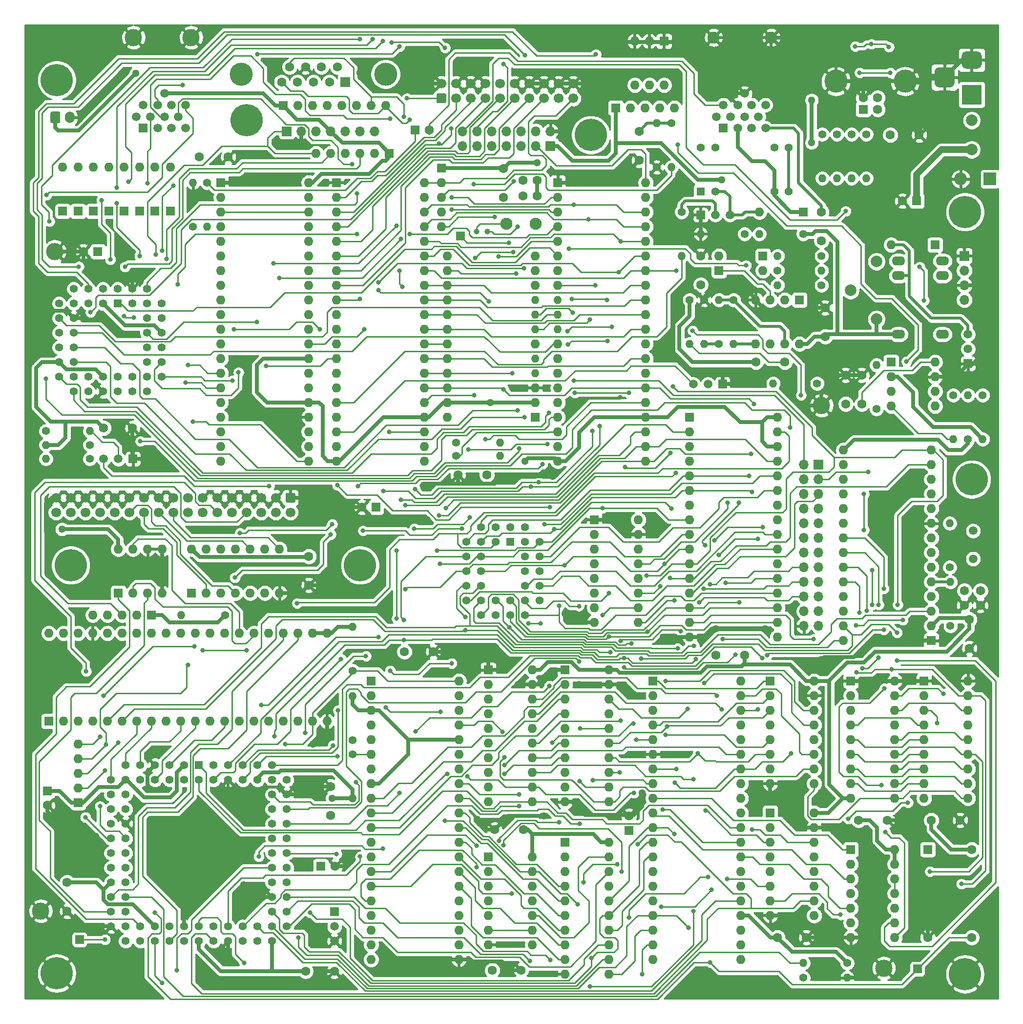
<source format=gtl>
%TF.GenerationSoftware,KiCad,Pcbnew,(5.1.12)-1*%
%TF.CreationDate,2023-01-19T18:01:59+01:00*%
%TF.ProjectId,TELESTRAT2,54454c45-5354-4524-9154-322e6b696361,2.0*%
%TF.SameCoordinates,PX1312d00PYe2accf0*%
%TF.FileFunction,Copper,L1,Top*%
%TF.FilePolarity,Positive*%
%FSLAX46Y46*%
G04 Gerber Fmt 4.6, Leading zero omitted, Abs format (unit mm)*
G04 Created by KiCad (PCBNEW (5.1.12)-1) date 2023-01-19 18:01:59*
%MOMM*%
%LPD*%
G01*
G04 APERTURE LIST*
%TA.AperFunction,ComponentPad*%
%ADD10C,1.600000*%
%TD*%
%TA.AperFunction,ComponentPad*%
%ADD11O,1.600000X1.600000*%
%TD*%
%TA.AperFunction,ComponentPad*%
%ADD12R,1.600000X1.600000*%
%TD*%
%TA.AperFunction,SMDPad,CuDef*%
%ADD13R,1.500000X1.500000*%
%TD*%
%TA.AperFunction,ComponentPad*%
%ADD14C,4.000000*%
%TD*%
%TA.AperFunction,ComponentPad*%
%ADD15C,2.000000*%
%TD*%
%TA.AperFunction,ComponentPad*%
%ADD16C,1.000000*%
%TD*%
%TA.AperFunction,ComponentPad*%
%ADD17C,2.100000*%
%TD*%
%TA.AperFunction,ComponentPad*%
%ADD18O,1.400000X1.400000*%
%TD*%
%TA.AperFunction,ComponentPad*%
%ADD19C,1.400000*%
%TD*%
%TA.AperFunction,ComponentPad*%
%ADD20C,1.422400*%
%TD*%
%TA.AperFunction,ComponentPad*%
%ADD21R,1.422400X1.422400*%
%TD*%
%TA.AperFunction,ComponentPad*%
%ADD22C,3.000000*%
%TD*%
%TA.AperFunction,ComponentPad*%
%ADD23O,1.700000X1.700000*%
%TD*%
%TA.AperFunction,ComponentPad*%
%ADD24R,1.700000X1.700000*%
%TD*%
%TA.AperFunction,ComponentPad*%
%ADD25C,5.600000*%
%TD*%
%TA.AperFunction,ComponentPad*%
%ADD26R,1.500000X1.500000*%
%TD*%
%TA.AperFunction,ComponentPad*%
%ADD27C,1.500000*%
%TD*%
%TA.AperFunction,ComponentPad*%
%ADD28R,1.508000X1.508000*%
%TD*%
%TA.AperFunction,ComponentPad*%
%ADD29C,1.508000*%
%TD*%
%TA.AperFunction,ComponentPad*%
%ADD30O,2.300000X1.600000*%
%TD*%
%TA.AperFunction,ComponentPad*%
%ADD31O,1.700000X2.000000*%
%TD*%
%TA.AperFunction,ComponentPad*%
%ADD32O,2.200000X2.200000*%
%TD*%
%TA.AperFunction,ComponentPad*%
%ADD33R,2.200000X2.200000*%
%TD*%
%TA.AperFunction,ComponentPad*%
%ADD34R,1.400000X1.400000*%
%TD*%
%TA.AperFunction,ComponentPad*%
%ADD35R,3.500000X3.500000*%
%TD*%
%TA.AperFunction,ComponentPad*%
%ADD36C,1.700000*%
%TD*%
%TA.AperFunction,ViaPad*%
%ADD37C,1.300000*%
%TD*%
%TA.AperFunction,ViaPad*%
%ADD38C,0.800000*%
%TD*%
%TA.AperFunction,Conductor*%
%ADD39C,0.700000*%
%TD*%
%TA.AperFunction,Conductor*%
%ADD40C,0.500000*%
%TD*%
%TA.AperFunction,Conductor*%
%ADD41C,1.200000*%
%TD*%
%TA.AperFunction,Conductor*%
%ADD42C,0.250000*%
%TD*%
%TA.AperFunction,Conductor*%
%ADD43C,0.254000*%
%TD*%
%TA.AperFunction,Conductor*%
%ADD44C,0.100000*%
%TD*%
G04 APERTURE END LIST*
D10*
%TO.P,C36,2*%
%TO.N,Net-(C36-Pad2)*%
X145735000Y103701000D03*
%TO.P,C36,1*%
%TO.N,GND*%
X145735000Y108701000D03*
%TD*%
%TO.P,C35,2*%
%TO.N,/~RESET*%
X53660000Y32407000D03*
%TO.P,C35,1*%
%TO.N,GND*%
X53660000Y37407000D03*
%TD*%
D11*
%TO.P,RN5,5*%
%TO.N,/~RD_RTC*%
X9845000Y44773000D03*
%TO.P,RN5,4*%
%TO.N,/~WR_RTC*%
X9845000Y42233000D03*
%TO.P,RN5,3*%
%TO.N,/FDC_IRQ*%
X9845000Y39693000D03*
%TO.P,RN5,2*%
%TO.N,/FDC_DRQ*%
X9845000Y37153000D03*
D12*
%TO.P,RN5,1*%
%TO.N,VCC*%
X9845000Y34613000D03*
%TD*%
D13*
%TO.P,TP3,1*%
%TO.N,Net-(C31-Pad2)*%
X76139000Y132784000D03*
%TD*%
D10*
%TO.P,C28,2*%
%TO.N,GND*%
X105349000Y32287000D03*
D12*
%TO.P,C28,1*%
%TO.N,VCC*%
X105349000Y29787000D03*
%TD*%
D10*
%TO.P,C2,2*%
%TO.N,GND*%
X166309000Y68816000D03*
%TO.P,C2,1*%
%TO.N,Net-(C2-Pad1)*%
X166309000Y71316000D03*
%TD*%
D14*
%TO.P,J6,5*%
%TO.N,GND*%
X141239000Y159615000D03*
X153239000Y159615000D03*
D10*
%TO.P,J6,4*%
X145989000Y156755000D03*
%TO.P,J6,3*%
%TO.N,Net-(J6-Pad3)*%
X148489000Y156755000D03*
%TO.P,J6,2*%
%TO.N,Net-(J6-Pad2)*%
X148489000Y154755000D03*
D12*
%TO.P,J6,1*%
%TO.N,Net-(J6-Pad1)*%
X145989000Y154755000D03*
%TD*%
D10*
%TO.P,C32,2*%
%TO.N,VCC*%
X89474000Y139769000D03*
%TO.P,C32,1*%
%TO.N,Net-(C32-Pad1)*%
X86974000Y139769000D03*
%TD*%
D11*
%TO.P,SW1,6*%
%TO.N,/MODE3*%
X111445000Y158946000D03*
%TO.P,SW1,3*%
%TO.N,GND*%
X106365000Y166566000D03*
%TO.P,SW1,5*%
%TO.N,/MODE2*%
X108905000Y158946000D03*
%TO.P,SW1,2*%
%TO.N,GND*%
X108905000Y166566000D03*
%TO.P,SW1,4*%
%TO.N,/MODE1*%
X106365000Y158946000D03*
D12*
%TO.P,SW1,1*%
%TO.N,GND*%
X111445000Y166566000D03*
%TD*%
D15*
%TO.P,BT1,2*%
%TO.N,Net-(BT1-Pad2)*%
X143775000Y123386000D03*
%TO.P,BT1,1*%
%TO.N,VCC*%
X148275000Y118386000D03*
X148275000Y128386000D03*
%TD*%
D16*
%TO.P,Y2,2*%
%TO.N,Net-(C31-Pad1)*%
X78938000Y133546000D03*
%TO.P,Y2,1*%
%TO.N,Net-(C32-Pad1)*%
X80838000Y133546000D03*
%TD*%
D17*
%TO.P,C31,1*%
%TO.N,Net-(C31-Pad1)*%
X84140000Y134943000D03*
%TO.P,C31,2*%
%TO.N,Net-(C31-Pad2)*%
X89220000Y134943000D03*
%TD*%
D18*
%TO.P,R35,2*%
%TO.N,-BATT*%
X130368000Y107257000D03*
D19*
%TO.P,R35,1*%
%TO.N,Net-(BT1-Pad2)*%
X137988000Y107257000D03*
%TD*%
D10*
%TO.P,C33,2*%
%TO.N,VCC*%
X89474000Y142436000D03*
%TO.P,C33,1*%
%TO.N,Net-(C31-Pad2)*%
X86974000Y142436000D03*
%TD*%
D11*
%TO.P,U27,24*%
%TO.N,/~RD_RTC*%
X73853000Y101415000D03*
%TO.P,U27,12*%
%TO.N,Net-(U27-Pad12)*%
X89093000Y129355000D03*
%TO.P,U27,23*%
%TO.N,VCC*%
X73853000Y103955000D03*
%TO.P,U27,11*%
%TO.N,Net-(U27-Pad11)*%
X89093000Y126815000D03*
%TO.P,U27,22*%
%TO.N,/D7*%
X73853000Y106495000D03*
%TO.P,U27,10*%
%TO.N,Net-(C32-Pad1)*%
X89093000Y124275000D03*
%TO.P,U27,21*%
%TO.N,/D6*%
X73853000Y109035000D03*
D18*
%TO.P,U27,9*%
%TO.N,Net-(C31-Pad2)*%
X89093000Y121735000D03*
D11*
%TO.P,U27,20*%
%TO.N,/D5*%
X73853000Y111575000D03*
D18*
%TO.P,U27,8*%
%TO.N,/A0*%
X89093000Y119195000D03*
D11*
%TO.P,U27,19*%
%TO.N,/D4*%
X73853000Y114115000D03*
D18*
%TO.P,U27,7*%
%TO.N,/A1*%
X89093000Y116655000D03*
D11*
%TO.P,U27,18*%
%TO.N,/D3*%
X73853000Y116655000D03*
%TO.P,U27,6*%
%TO.N,/A2*%
X89093000Y114115000D03*
%TO.P,U27,17*%
%TO.N,/D2*%
X73853000Y119195000D03*
D18*
%TO.P,U27,5*%
%TO.N,/A3*%
X89093000Y111575000D03*
D11*
%TO.P,U27,16*%
%TO.N,/D1*%
X73853000Y121735000D03*
D18*
%TO.P,U27,4*%
%TO.N,/A4*%
X89093000Y109035000D03*
D11*
%TO.P,U27,15*%
%TO.N,/D0*%
X73853000Y124275000D03*
%TO.P,U27,3*%
%TO.N,GND*%
X89093000Y106495000D03*
%TO.P,U27,14*%
%TO.N,-BATT*%
X73853000Y126815000D03*
%TO.P,U27,2*%
%TO.N,VCC*%
X89093000Y103955000D03*
%TO.P,U27,13*%
%TO.N,GND*%
X73853000Y129355000D03*
D12*
%TO.P,U27,1*%
%TO.N,/~WR_RTC*%
X89093000Y101415000D03*
%TD*%
D11*
%TO.P,U6,40*%
%TO.N,/~ACK*%
X69916000Y142055000D03*
%TO.P,U6,20*%
%TO.N,VCC*%
X54676000Y93795000D03*
%TO.P,U6,39*%
%TO.N,Net-(U11-Pad29)*%
X69916000Y139515000D03*
%TO.P,U6,19*%
%TO.N,Net-(U11-Pad27)*%
X54676000Y96335000D03*
%TO.P,U6,38*%
%TO.N,/A0*%
X69916000Y136975000D03*
%TO.P,U6,18*%
%TO.N,/K7_IN*%
X54676000Y98875000D03*
%TO.P,U6,37*%
%TO.N,/A1*%
X69916000Y134435000D03*
%TO.P,U6,17*%
%TO.N,/K7_OUT*%
X54676000Y101415000D03*
%TO.P,U6,36*%
%TO.N,/A2*%
X69916000Y131895000D03*
%TO.P,U6,16*%
%TO.N,/REMOTE*%
X54676000Y103955000D03*
%TO.P,U6,35*%
%TO.N,/A3*%
X69916000Y129355000D03*
%TO.P,U6,15*%
%TO.N,Net-(U6-Pad15)*%
X54676000Y106495000D03*
%TO.P,U6,34*%
%TO.N,/~RESET*%
X69916000Y126815000D03*
%TO.P,U6,14*%
%TO.N,/~STB*%
X54676000Y109035000D03*
%TO.P,U6,33*%
%TO.N,/D0*%
X69916000Y124275000D03*
%TO.P,U6,13*%
%TO.N,/KBD_D*%
X54676000Y111575000D03*
%TO.P,U6,32*%
%TO.N,/D1*%
X69916000Y121735000D03*
%TO.P,U6,12*%
%TO.N,/KBD_AD2*%
X54676000Y114115000D03*
%TO.P,U6,31*%
%TO.N,/D2*%
X69916000Y119195000D03*
%TO.P,U6,11*%
%TO.N,/KBD_AD1*%
X54676000Y116655000D03*
%TO.P,U6,30*%
%TO.N,/D3*%
X69916000Y116655000D03*
%TO.P,U6,10*%
%TO.N,/KBD_AD0*%
X54676000Y119195000D03*
%TO.P,U6,29*%
%TO.N,/D4*%
X69916000Y114115000D03*
%TO.P,U6,9*%
%TO.N,/PA7*%
X54676000Y121735000D03*
%TO.P,U6,28*%
%TO.N,/D5*%
X69916000Y111575000D03*
%TO.P,U6,8*%
%TO.N,/PA6*%
X54676000Y124275000D03*
%TO.P,U6,27*%
%TO.N,/D6*%
X69916000Y109035000D03*
%TO.P,U6,7*%
%TO.N,/PA5*%
X54676000Y126815000D03*
%TO.P,U6,26*%
%TO.N,/D7*%
X69916000Y106495000D03*
%TO.P,U6,6*%
%TO.N,/PA4*%
X54676000Y129355000D03*
%TO.P,U6,25*%
%TO.N,/PHI2*%
X69916000Y103955000D03*
%TO.P,U6,5*%
%TO.N,/PA3*%
X54676000Y131895000D03*
%TO.P,U6,24*%
%TO.N,VCC*%
X69916000Y101415000D03*
%TO.P,U6,4*%
%TO.N,/PA2*%
X54676000Y134435000D03*
%TO.P,U6,23*%
%TO.N,/~VIA1*%
X69916000Y98875000D03*
%TO.P,U6,3*%
%TO.N,/PA1*%
X54676000Y136975000D03*
%TO.P,U6,22*%
%TO.N,/R_~W*%
X69916000Y96335000D03*
%TO.P,U6,2*%
%TO.N,/PA0*%
X54676000Y139515000D03*
%TO.P,U6,21*%
%TO.N,/~IRQ*%
X69916000Y93795000D03*
D12*
%TO.P,U6,1*%
%TO.N,GND*%
X54676000Y142055000D03*
%TD*%
D18*
%TO.P,R6,2*%
%TO.N,Net-(C2-Pad1)*%
X160975000Y83000000D03*
D19*
%TO.P,R6,1*%
%TO.N,Net-(C1-Pad1)*%
X160975000Y75380000D03*
%TD*%
D10*
%TO.P,C1,2*%
%TO.N,GND*%
X163515000Y68816000D03*
%TO.P,C1,1*%
%TO.N,Net-(C1-Pad1)*%
X163515000Y71316000D03*
%TD*%
D11*
%TO.P,D7,2*%
%TO.N,/COL5*%
X25847000Y144722000D03*
D12*
%TO.P,D7,1*%
%TO.N,Net-(D7-Pad1)*%
X25847000Y137102000D03*
%TD*%
D18*
%TO.P,R10,2*%
%TO.N,GND*%
X29784000Y142055000D03*
D19*
%TO.P,R10,1*%
%TO.N,Net-(R10-Pad1)*%
X29784000Y134435000D03*
%TD*%
D11*
%TO.P,D8,2*%
%TO.N,/COL7*%
X9845000Y144722000D03*
D12*
%TO.P,D8,1*%
%TO.N,Net-(D8-Pad1)*%
X9845000Y137102000D03*
%TD*%
D11*
%TO.P,D6,2*%
%TO.N,/COL3*%
X20513000Y144722000D03*
D12*
%TO.P,D6,1*%
%TO.N,Net-(D6-Pad1)*%
X20513000Y137102000D03*
%TD*%
D11*
%TO.P,D5,2*%
%TO.N,/COL1*%
X15179000Y144722000D03*
D12*
%TO.P,D5,1*%
%TO.N,Net-(D5-Pad1)*%
X15179000Y137102000D03*
%TD*%
D11*
%TO.P,D4,2*%
%TO.N,/COL6*%
X7178000Y144722000D03*
D12*
%TO.P,D4,1*%
%TO.N,Net-(D4-Pad1)*%
X7178000Y137102000D03*
%TD*%
D11*
%TO.P,D3,2*%
%TO.N,/COL4*%
X23180000Y144722000D03*
D12*
%TO.P,D3,1*%
%TO.N,Net-(D3-Pad1)*%
X23180000Y137102000D03*
%TD*%
D11*
%TO.P,D2,2*%
%TO.N,/COL2*%
X17846000Y144722000D03*
D12*
%TO.P,D2,1*%
%TO.N,Net-(D2-Pad1)*%
X17846000Y137102000D03*
%TD*%
D11*
%TO.P,D1,2*%
%TO.N,/COL0*%
X12512000Y144722000D03*
D12*
%TO.P,D1,1*%
%TO.N,Net-(D1-Pad1)*%
X12512000Y137102000D03*
%TD*%
D10*
%TO.P,C27,2*%
%TO.N,GND*%
X54422000Y23564000D03*
D12*
%TO.P,C27,1*%
%TO.N,VCC*%
X51922000Y23564000D03*
%TD*%
D10*
%TO.P,C26,2*%
%TO.N,GND*%
X59034000Y85794000D03*
D12*
%TO.P,C26,1*%
%TO.N,VCC*%
X61534000Y85794000D03*
%TD*%
D20*
%TO.P,U16,72*%
%TO.N,GND*%
X46040000Y36010000D03*
%TO.P,U16,70*%
%TO.N,Net-(U16-Pad70)*%
X46040000Y33470000D03*
%TO.P,U16,68*%
%TO.N,/MODE3*%
X46040000Y30930000D03*
%TO.P,U16,66*%
%TO.N,VCC*%
X46040000Y28390000D03*
%TO.P,U16,64*%
%TO.N,/PA0_2*%
X46040000Y25850000D03*
%TO.P,U16,62*%
%TO.N,Net-(U16-Pad62)*%
X46040000Y23310000D03*
%TO.P,U16,60*%
%TO.N,/D5*%
X46040000Y20770000D03*
%TO.P,U16,58*%
%TO.N,/D4*%
X46040000Y18230000D03*
%TO.P,U16,56*%
%TO.N,/D2*%
X46040000Y15690000D03*
%TO.P,U16,54*%
%TO.N,/D0*%
X46040000Y13150000D03*
%TO.P,U16,73*%
%TO.N,Net-(U16-Pad73)*%
X43500000Y36010000D03*
%TO.P,U16,71*%
%TO.N,Net-(U16-Pad71)*%
X43500000Y33470000D03*
%TO.P,U16,69*%
%TO.N,Net-(U16-Pad69)*%
X43500000Y30930000D03*
%TO.P,U16,67*%
%TO.N,/PA2_2*%
X43500000Y28390000D03*
%TO.P,U16,65*%
%TO.N,/PA1_2*%
X43500000Y25850000D03*
%TO.P,U16,63*%
%TO.N,/D7*%
X43500000Y23310000D03*
%TO.P,U16,61*%
%TO.N,/D6*%
X43500000Y20770000D03*
%TO.P,U16,59*%
%TO.N,GND*%
X43500000Y18230000D03*
%TO.P,U16,57*%
%TO.N,/D3*%
X43500000Y15690000D03*
%TO.P,U16,55*%
%TO.N,/D1*%
X43500000Y13150000D03*
%TO.P,U16,53*%
%TO.N,VCC*%
X43500000Y10610000D03*
%TO.P,U16,51*%
%TO.N,/A7*%
X40960000Y10610000D03*
%TO.P,U16,49*%
%TO.N,/A5*%
X38420000Y10610000D03*
%TO.P,U16,47*%
%TO.N,GND*%
X35880000Y10610000D03*
%TO.P,U16,45*%
%TO.N,/A2*%
X33340000Y10610000D03*
%TO.P,U16,43*%
%TO.N,VCC*%
X30800000Y10610000D03*
%TO.P,U16,41*%
%TO.N,/STEP*%
X28260000Y10610000D03*
%TO.P,U16,39*%
%TO.N,/HLT*%
X25720000Y10610000D03*
%TO.P,U16,37*%
%TO.N,/RST*%
X23180000Y10610000D03*
%TO.P,U16,35*%
%TO.N,/RD_DATA*%
X20640000Y10610000D03*
%TO.P,U16,33*%
%TO.N,/~IRQ*%
X18100000Y10610000D03*
%TO.P,U16,52*%
%TO.N,/~I_O*%
X40960000Y13150000D03*
%TO.P,U16,50*%
%TO.N,/A6*%
X38420000Y13150000D03*
%TO.P,U16,48*%
%TO.N,/A4*%
X35880000Y13150000D03*
%TO.P,U16,46*%
%TO.N,/A3*%
X33340000Y13150000D03*
%TO.P,U16,44*%
%TO.N,/A13*%
X30800000Y13150000D03*
%TO.P,U16,42*%
%TO.N,GND*%
X28260000Y13150000D03*
%TO.P,U16,40*%
%TO.N,/HLD*%
X25720000Y13150000D03*
%TO.P,U16,38*%
%TO.N,VCC*%
X23180000Y13150000D03*
%TO.P,U16,36*%
%TO.N,/RDB*%
X20640000Y13150000D03*
%TO.P,U16,34*%
%TO.N,/R_~W*%
X18100000Y13150000D03*
%TO.P,U16,32*%
%TO.N,GND*%
X15560000Y13150000D03*
%TO.P,U16,30*%
%TO.N,/CLK_4MHz*%
X15560000Y15690000D03*
%TO.P,U16,28*%
%TO.N,/CLK_1MHz*%
X15560000Y18230000D03*
%TO.P,U16,26*%
%TO.N,VCC*%
X15560000Y20770000D03*
%TO.P,U16,24*%
%TO.N,/RE*%
X15560000Y23310000D03*
%TO.P,U16,22*%
%TO.N,/~RD_RTC*%
X15560000Y25850000D03*
%TO.P,U16,20*%
%TO.N,/~DS1*%
X15560000Y28390000D03*
%TO.P,U16,18*%
%TO.N,/~DS0*%
X15560000Y30930000D03*
%TO.P,U16,16*%
%TO.N,/FDC_DRQ*%
X15560000Y33470000D03*
%TO.P,U16,14*%
%TO.N,Net-(U16-Pad14)*%
X15560000Y36010000D03*
%TO.P,U16,12*%
%TO.N,/DF0*%
X15560000Y38550000D03*
%TO.P,U16,31*%
%TO.N,/PHI2*%
X18100000Y15690000D03*
%TO.P,U16,29*%
%TO.N,/~MAP*%
X18100000Y18230000D03*
%TO.P,U16,27*%
%TO.N,/WE*%
X18100000Y20770000D03*
%TO.P,U16,25*%
%TO.N,/~FDC*%
X18100000Y23310000D03*
%TO.P,U16,23*%
%TO.N,Net-(U16-Pad23)*%
X18100000Y25850000D03*
%TO.P,U16,21*%
%TO.N,/~WR_RTC*%
X18100000Y28390000D03*
%TO.P,U16,19*%
%TO.N,GND*%
X18100000Y30930000D03*
%TO.P,U16,17*%
%TO.N,/SIDE*%
X18100000Y33470000D03*
%TO.P,U16,15*%
%TO.N,/FDC_IRQ*%
X18100000Y36010000D03*
%TO.P,U16,13*%
%TO.N,VCC*%
X18100000Y38550000D03*
%TO.P,U16,75*%
%TO.N,Net-(U16-Pad75)*%
X43500000Y41090000D03*
%TO.P,U16,77*%
%TO.N,/MODE1*%
X40960000Y41090000D03*
%TO.P,U16,79*%
%TO.N,/~VIA1*%
X38420000Y41090000D03*
%TO.P,U16,81*%
%TO.N,/~ACIA*%
X35880000Y41090000D03*
%TO.P,U16,83*%
%TO.N,/CLK_12MHz*%
X33340000Y41090000D03*
%TO.P,U16,11*%
%TO.N,/DF1*%
X18100000Y41090000D03*
%TO.P,U16,9*%
%TO.N,/DF3*%
X20640000Y41090000D03*
%TO.P,U16,7*%
%TO.N,GND*%
X23180000Y41090000D03*
%TO.P,U16,5*%
%TO.N,/DF6*%
X25720000Y41090000D03*
%TO.P,U16,3*%
%TO.N,VCC*%
X28260000Y41090000D03*
D21*
%TO.P,U16,1*%
%TO.N,/A14*%
X30800000Y41090000D03*
D20*
%TO.P,U16,74*%
%TO.N,Net-(U16-Pad74)*%
X46040000Y38550000D03*
%TO.P,U16,76*%
%TO.N,/~RESET*%
X43500000Y38550000D03*
%TO.P,U16,78*%
%TO.N,VCC*%
X40960000Y38550000D03*
%TO.P,U16,80*%
%TO.N,/~VIA2*%
X38420000Y38550000D03*
%TO.P,U16,82*%
%TO.N,GND*%
X35880000Y38550000D03*
%TO.P,U16,84*%
%TO.N,/MODE2*%
X33340000Y38550000D03*
%TO.P,U16,10*%
%TO.N,/DF2*%
X20640000Y38550000D03*
%TO.P,U16,8*%
%TO.N,/DF4*%
X23180000Y38550000D03*
%TO.P,U16,6*%
%TO.N,/DF5*%
X25720000Y38550000D03*
%TO.P,U16,4*%
%TO.N,/DF7*%
X28260000Y38550000D03*
%TO.P,U16,2*%
%TO.N,/A15*%
X30800000Y38550000D03*
%TD*%
D18*
%TO.P,R4,2*%
%TO.N,VCC*%
X57470000Y65093000D03*
D19*
%TO.P,R4,1*%
%TO.N,/~RESET*%
X57470000Y57473000D03*
%TD*%
D22*
%TO.P,J1,1*%
%TO.N,GND*%
X138750000Y103447000D03*
%TD*%
%TO.P,J3,1*%
%TO.N,GND*%
X5781000Y130117000D03*
%TD*%
%TO.P,J2,1*%
%TO.N,GND*%
X149545000Y5911000D03*
%TD*%
%TO.P,J4,1*%
%TO.N,GND*%
X3368000Y15817000D03*
%TD*%
D11*
%TO.P,RN4,5*%
%TO.N,/MODE3*%
X113223000Y155009000D03*
%TO.P,RN4,4*%
%TO.N,/MODE2*%
X110683000Y155009000D03*
%TO.P,RN4,3*%
%TO.N,/MODE1*%
X108143000Y155009000D03*
%TO.P,RN4,2*%
%TO.N,Net-(RN4-Pad2)*%
X105603000Y155009000D03*
D12*
%TO.P,RN4,1*%
%TO.N,VCC*%
X103063000Y155009000D03*
%TD*%
D18*
%TO.P,R8,2*%
%TO.N,VCC*%
X4257000Y94176000D03*
D19*
%TO.P,R8,1*%
%TO.N,/KBD_D*%
X11877000Y94176000D03*
%TD*%
D23*
%TO.P,J10,24*%
%TO.N,GND*%
X135702000Y65220000D03*
%TO.P,J10,23*%
%TO.N,/PHI2*%
X138242000Y65220000D03*
%TO.P,J10,22*%
%TO.N,/R_~W*%
X135702000Y67760000D03*
%TO.P,J10,21*%
%TO.N,/~IRQ*%
X138242000Y67760000D03*
%TO.P,J10,20*%
%TO.N,/A0*%
X135702000Y70300000D03*
%TO.P,J10,19*%
%TO.N,/D7*%
X138242000Y70300000D03*
%TO.P,J10,18*%
%TO.N,/A1*%
X135702000Y72840000D03*
%TO.P,J10,17*%
%TO.N,/D6*%
X138242000Y72840000D03*
%TO.P,J10,16*%
%TO.N,/A2*%
X135702000Y75380000D03*
%TO.P,J10,15*%
%TO.N,/D5*%
X138242000Y75380000D03*
%TO.P,J10,14*%
%TO.N,/A3*%
X135702000Y77920000D03*
%TO.P,J10,13*%
%TO.N,/D4*%
X138242000Y77920000D03*
%TO.P,J10,12*%
%TO.N,/A4*%
X135702000Y80460000D03*
%TO.P,J10,11*%
%TO.N,/D3*%
X138242000Y80460000D03*
%TO.P,J10,10*%
%TO.N,/A5*%
X135702000Y83000000D03*
%TO.P,J10,9*%
%TO.N,/D2*%
X138242000Y83000000D03*
%TO.P,J10,8*%
%TO.N,/A6*%
X135702000Y85540000D03*
%TO.P,J10,7*%
%TO.N,/D1*%
X138242000Y85540000D03*
%TO.P,J10,6*%
%TO.N,/A7*%
X135702000Y88080000D03*
%TO.P,J10,5*%
%TO.N,/D0*%
X138242000Y88080000D03*
%TO.P,J10,4*%
%TO.N,/~I_O*%
X135702000Y90620000D03*
%TO.P,J10,3*%
%TO.N,/~RESET*%
X138242000Y90620000D03*
%TO.P,J10,2*%
%TO.N,/SOUND*%
X135702000Y93160000D03*
D24*
%TO.P,J10,1*%
%TO.N,VCC*%
X138242000Y93160000D03*
%TD*%
D25*
%TO.P,H5,1*%
%TO.N,N/C*%
X164785000Y90620000D03*
%TD*%
D20*
%TO.P,U18,29*%
%TO.N,Net-(U16-Pad73)*%
X89855000Y79825000D03*
%TO.P,U18,27*%
%TO.N,/A8*%
X89855000Y77285000D03*
%TO.P,U18,25*%
%TO.N,/A11*%
X89855000Y74745000D03*
%TO.P,U18,23*%
%TO.N,/A10*%
X89855000Y72205000D03*
%TO.P,U18,28*%
%TO.N,/A13*%
X87315000Y77285000D03*
%TO.P,U18,26*%
%TO.N,/A9*%
X87315000Y74745000D03*
%TO.P,U18,24*%
%TO.N,Net-(U17-Pad8)*%
X87315000Y72205000D03*
%TO.P,U18,22*%
%TO.N,Net-(U16-Pad70)*%
X87315000Y69665000D03*
%TO.P,U18,20*%
%TO.N,/D6*%
X87315000Y67125000D03*
%TO.P,U18,18*%
%TO.N,/D4*%
X84775000Y67125000D03*
%TO.P,U18,16*%
%TO.N,GND*%
X82235000Y67125000D03*
%TO.P,U18,14*%
%TO.N,/D1*%
X79695000Y67125000D03*
%TO.P,U18,21*%
%TO.N,/D7*%
X89855000Y69665000D03*
%TO.P,U18,19*%
%TO.N,/D5*%
X84775000Y69665000D03*
%TO.P,U18,17*%
%TO.N,/D3*%
X82235000Y69665000D03*
%TO.P,U18,15*%
%TO.N,/D2*%
X79695000Y69665000D03*
%TO.P,U18,13*%
%TO.N,/D0*%
X77155000Y69665000D03*
%TO.P,U18,11*%
%TO.N,/A1*%
X77155000Y72205000D03*
%TO.P,U18,9*%
%TO.N,/A3*%
X77155000Y74745000D03*
%TO.P,U18,7*%
%TO.N,/A5*%
X77155000Y77285000D03*
%TO.P,U18,5*%
%TO.N,/A7*%
X77155000Y79825000D03*
%TO.P,U18,12*%
%TO.N,/A0*%
X79695000Y72205000D03*
%TO.P,U18,10*%
%TO.N,/A2*%
X79695000Y74745000D03*
%TO.P,U18,8*%
%TO.N,/A4*%
X79695000Y77285000D03*
%TO.P,U18,6*%
%TO.N,/A6*%
X79695000Y79825000D03*
%TO.P,U18,30*%
%TO.N,/MODE2*%
X87315000Y82365000D03*
%TO.P,U18,32*%
%TO.N,VCC*%
X84775000Y82365000D03*
%TO.P,U18,4*%
%TO.N,/A12*%
X79695000Y82365000D03*
%TO.P,U18,2*%
%TO.N,/MODE1*%
X82235000Y82365000D03*
%TO.P,U18,31*%
%TO.N,/MODE3*%
X87315000Y79825000D03*
%TO.P,U18,3*%
%TO.N,Net-(U16-Pad74)*%
X82235000Y79825000D03*
D21*
%TO.P,U18,1*%
%TO.N,VCC*%
X84775000Y79825000D03*
%TD*%
D23*
%TO.P,J5,14*%
%TO.N,/BAUD_RATE*%
X76520000Y150945000D03*
%TO.P,J5,13*%
%TO.N,GND*%
X76520000Y148405000D03*
%TO.P,J5,12*%
%TO.N,/DAT_OUT*%
X79060000Y150945000D03*
%TO.P,J5,11*%
%TO.N,Net-(J5-Pad11)*%
X79060000Y148405000D03*
%TO.P,J5,10*%
%TO.N,/DAT_IN*%
X81600000Y150945000D03*
%TO.P,J5,9*%
%TO.N,Net-(J5-Pad9)*%
X81600000Y148405000D03*
%TO.P,J5,8*%
%TO.N,/CARRIER*%
X84140000Y150945000D03*
%TO.P,J5,7*%
%TO.N,Net-(J5-Pad7)*%
X84140000Y148405000D03*
%TO.P,J5,6*%
%TO.N,Net-(J5-Pad6)*%
X86680000Y150945000D03*
%TO.P,J5,5*%
%TO.N,/~NMI*%
X86680000Y148405000D03*
%TO.P,J5,4*%
%TO.N,Net-(J5-Pad4)*%
X89220000Y150945000D03*
%TO.P,J5,3*%
%TO.N,Net-(J5-Pad3)*%
X89220000Y148405000D03*
%TO.P,J5,2*%
%TO.N,GND*%
X91760000Y150945000D03*
D24*
%TO.P,J5,1*%
%TO.N,VCC*%
X91760000Y148405000D03*
%TD*%
D11*
%TO.P,RN1,5*%
%TO.N,/BAUD_RATE*%
X72837000Y134435000D03*
%TO.P,RN1,4*%
%TO.N,/DAT_IN*%
X72837000Y136975000D03*
%TO.P,RN1,3*%
%TO.N,/CARRIER*%
X72837000Y139515000D03*
%TO.P,RN1,2*%
%TO.N,/~ACK*%
X72837000Y142055000D03*
D12*
%TO.P,RN1,1*%
%TO.N,VCC*%
X72837000Y144595000D03*
%TD*%
D25*
%TO.P,H6,1*%
%TO.N,GND*%
X6162000Y5022000D03*
%TD*%
%TO.P,H9,1*%
%TO.N,GND*%
X163642000Y4895000D03*
%TD*%
D18*
%TO.P,R15,2*%
%TO.N,+5V*%
X148275000Y110432000D03*
D19*
%TO.P,R15,1*%
%TO.N,VCCQ*%
X148275000Y102812000D03*
%TD*%
D10*
%TO.P,C15,2*%
%TO.N,VCCQ*%
X142941000Y103701000D03*
%TO.P,C15,1*%
%TO.N,GND*%
X142941000Y108701000D03*
%TD*%
D14*
%TO.P,J12,0*%
%TO.N,N/C*%
X38166000Y160851000D03*
X63160000Y160851000D03*
D10*
%TO.P,J12,9*%
%TO.N,/TIR3*%
X46505000Y162121000D03*
%TO.P,J12,8*%
%TO.N,GND*%
X49275000Y162121000D03*
%TO.P,J12,7*%
%TO.N,VCC*%
X52045000Y162121000D03*
%TO.P,J12,6*%
%TO.N,Net-(J12-Pad6)*%
X54815000Y162121000D03*
%TO.P,J12,5*%
%TO.N,/TIR2*%
X45120000Y159454000D03*
%TO.P,J12,4*%
%TO.N,Net-(J12-Pad4)*%
X47890000Y159454000D03*
%TO.P,J12,3*%
%TO.N,Net-(J12-Pad3)*%
X50660000Y159454000D03*
%TO.P,J12,2*%
%TO.N,Net-(J12-Pad2)*%
X53430000Y159454000D03*
D24*
%TO.P,J12,1*%
%TO.N,Net-(J12-Pad1)*%
X56200000Y159454000D03*
%TD*%
D13*
%TO.P,TP1,1*%
%TO.N,/PHI2*%
X10099000Y10864000D03*
%TD*%
%TO.P,TP2,1*%
%TO.N,/CLK_12MHz*%
X155387000Y5784000D03*
%TD*%
D26*
%TO.P,Q4,1*%
%TO.N,GND*%
X121605000Y107130000D03*
D27*
%TO.P,Q4,3*%
%TO.N,/K7_IN*%
X116525000Y107130000D03*
%TO.P,Q4,2*%
%TO.N,Net-(Q4-Pad2)*%
X119065000Y107130000D03*
%TD*%
D26*
%TO.P,Q3,1*%
%TO.N,GND*%
X117795000Y136467000D03*
D27*
%TO.P,Q3,3*%
%TO.N,Net-(D11-Pad2)*%
X122875000Y136467000D03*
%TO.P,Q3,2*%
%TO.N,Net-(Q3-Pad2)*%
X120335000Y136467000D03*
%TD*%
D26*
%TO.P,Q2,1*%
%TO.N,GND*%
X164150000Y110686000D03*
D27*
%TO.P,Q2,3*%
%TO.N,Net-(D9-Pad2)*%
X164150000Y115766000D03*
%TO.P,Q2,2*%
%TO.N,Net-(Q2-Pad2)*%
X164150000Y113226000D03*
%TD*%
D17*
%TO.P,J14,E2*%
%TO.N,GND*%
X120034000Y167201000D03*
%TO.P,J14,E1*%
X130034000Y167201000D03*
D28*
%TO.P,J14,1*%
%TO.N,Net-(J14-Pad1)*%
X121734000Y151501000D03*
D29*
%TO.P,J14,2*%
%TO.N,VCC*%
X124234000Y151501000D03*
%TO.P,J14,3*%
%TO.N,Net-(J14-Pad3)*%
X126634000Y151501000D03*
%TO.P,J14,4*%
%TO.N,/IN*%
X129034000Y151501000D03*
%TO.P,J14,5*%
%TO.N,/OUT*%
X120534000Y153501000D03*
%TO.P,J14,6*%
%TO.N,Net-(J14-Pad6)*%
X122934000Y153501000D03*
%TO.P,J14,7*%
%TO.N,Net-(J14-Pad7)*%
X125434000Y153501000D03*
%TO.P,J14,8*%
%TO.N,Net-(J14-Pad8)*%
X127834000Y153501000D03*
%TO.P,J14,9*%
%TO.N,/SOUND*%
X121734000Y155501000D03*
%TO.P,J14,10*%
%TO.N,GND*%
X124234000Y155501000D03*
%TO.P,J14,11*%
%TO.N,Net-(J14-Pad11)*%
X126634000Y155501000D03*
%TO.P,J14,12*%
%TO.N,Net-(J14-Pad12)*%
X129034000Y155501000D03*
%TO.P,J14,13*%
%TO.N,GND*%
X125434000Y157501000D03*
%TD*%
D22*
%TO.P,J8,E2*%
%TO.N,GND*%
X19450000Y167201000D03*
%TO.P,J8,E1*%
X29450000Y167201000D03*
D28*
%TO.P,J8,1*%
%TO.N,/COL0*%
X21150000Y151501000D03*
D29*
%TO.P,J8,2*%
%TO.N,/COL1*%
X23650000Y151501000D03*
%TO.P,J8,3*%
%TO.N,/COL2*%
X26050000Y151501000D03*
%TO.P,J8,4*%
%TO.N,/COL3*%
X28450000Y151501000D03*
%TO.P,J8,5*%
%TO.N,/COL7*%
X19950000Y153501000D03*
%TO.P,J8,6*%
%TO.N,/KBD_AD2*%
X22350000Y153501000D03*
%TO.P,J8,7*%
%TO.N,/KBD_AD1*%
X24850000Y153501000D03*
%TO.P,J8,8*%
%TO.N,/KBD_AD0*%
X27250000Y153501000D03*
%TO.P,J8,9*%
%TO.N,/COL6*%
X21150000Y155501000D03*
%TO.P,J8,10*%
%TO.N,/COL5*%
X23650000Y155501000D03*
%TO.P,J8,11*%
%TO.N,/COL4*%
X26050000Y155501000D03*
%TO.P,J8,12*%
%TO.N,Net-(J8-Pad12)*%
X28450000Y155501000D03*
%TO.P,J8,13*%
%TO.N,VCC*%
X24850000Y157501000D03*
%TD*%
D30*
%TO.P,K1,6*%
%TO.N,+5V*%
X159705000Y128466000D03*
%TO.P,K1,7*%
%TO.N,Net-(K1-Pad7)*%
X152085000Y128466000D03*
%TO.P,K1,5*%
%TO.N,+5V*%
X159705000Y125926000D03*
%TO.P,K1,1*%
%TO.N,N/C*%
X159705000Y115766000D03*
%TO.P,K1,8*%
%TO.N,Net-(D9-Pad2)*%
X152085000Y125926000D03*
%TO.P,K1,12*%
%TO.N,VCC*%
X152085000Y115766000D03*
%TD*%
D18*
%TO.P,R21,2*%
%TO.N,/REMOTE*%
X114493000Y129355000D03*
D19*
%TO.P,R21,1*%
%TO.N,Net-(Q3-Pad2)*%
X114493000Y136975000D03*
%TD*%
D18*
%TO.P,R2,2*%
%TO.N,VCC*%
X82997000Y96970000D03*
D19*
%TO.P,R2,1*%
%TO.N,/D7*%
X75377000Y96970000D03*
%TD*%
D26*
%TO.P,Q1,1*%
%TO.N,GND*%
X19370000Y94176000D03*
D27*
%TO.P,Q1,3*%
%TO.N,/KBD_D*%
X14290000Y94176000D03*
%TO.P,Q1,2*%
%TO.N,Net-(Q1-Pad2)*%
X16830000Y94176000D03*
%TD*%
D18*
%TO.P,R23,2*%
%TO.N,/Bleu*%
X143957000Y142817000D03*
D19*
%TO.P,R23,1*%
%TO.N,Net-(J14-Pad12)*%
X143957000Y150437000D03*
%TD*%
D18*
%TO.P,R22,2*%
%TO.N,/Vert*%
X146497000Y142817000D03*
D19*
%TO.P,R22,1*%
%TO.N,Net-(J14-Pad11)*%
X146497000Y150437000D03*
%TD*%
D18*
%TO.P,R25,2*%
%TO.N,/Rouge*%
X141417000Y142817000D03*
D19*
%TO.P,R25,1*%
%TO.N,Net-(J14-Pad8)*%
X141417000Y150437000D03*
%TD*%
D18*
%TO.P,R24,2*%
%TO.N,/SYNC*%
X138877000Y142817000D03*
D19*
%TO.P,R24,1*%
%TO.N,Net-(J14-Pad7)*%
X138877000Y150437000D03*
%TD*%
D23*
%TO.P,J11,7*%
%TO.N,Net-(J11-Pad7)*%
X61280000Y150945000D03*
%TO.P,J11,6*%
%TO.N,Net-(J11-Pad6)*%
X58740000Y150945000D03*
%TO.P,J11,5*%
%TO.N,Net-(J11-Pad5)*%
X56200000Y150945000D03*
%TO.P,J11,4*%
%TO.N,VCC*%
X53660000Y150945000D03*
%TO.P,J11,3*%
%TO.N,Net-(J11-Pad3)*%
X51120000Y150945000D03*
%TO.P,J11,2*%
%TO.N,GND*%
X48580000Y150945000D03*
D24*
%TO.P,J11,1*%
%TO.N,Net-(J11-Pad1)*%
X46040000Y150945000D03*
%TD*%
D25*
%TO.P,H2,1*%
%TO.N,N/C*%
X39055000Y152850000D03*
%TD*%
%TO.P,H1,1*%
%TO.N,N/C*%
X98745000Y150310000D03*
%TD*%
D10*
%TO.P,C23,2*%
%TO.N,GND*%
X10774000Y130117000D03*
D12*
%TO.P,C23,1*%
%TO.N,VCC*%
X13274000Y130117000D03*
%TD*%
D18*
%TO.P,R12,2*%
%TO.N,Net-(R10-Pad1)*%
X32197000Y134435000D03*
D19*
%TO.P,R12,1*%
%TO.N,Net-(C11-Pad1)*%
X32197000Y142055000D03*
%TD*%
D10*
%TO.P,C8,2*%
%TO.N,Net-(C11-Pad1)*%
X30880000Y146500000D03*
%TO.P,C8,1*%
%TO.N,GND*%
X35880000Y146500000D03*
%TD*%
%TO.P,C22,2*%
%TO.N,GND*%
X75711000Y91382000D03*
%TO.P,C22,1*%
%TO.N,VCC*%
X80711000Y91382000D03*
%TD*%
D18*
%TO.P,R11,2*%
%TO.N,VCC*%
X4257000Y96589000D03*
D19*
%TO.P,R11,1*%
%TO.N,Net-(J8-Pad12)*%
X11877000Y96589000D03*
%TD*%
D18*
%TO.P,R9,2*%
%TO.N,Net-(Q1-Pad2)*%
X11877000Y99002000D03*
D19*
%TO.P,R9,1*%
%TO.N,Net-(J8-Pad12)*%
X4257000Y99002000D03*
%TD*%
D10*
%TO.P,C6,2*%
%TO.N,GND*%
X49850000Y72285000D03*
%TO.P,C6,1*%
%TO.N,VCC*%
X49850000Y77285000D03*
%TD*%
%TO.P,C5,2*%
%TO.N,GND*%
X120415000Y60140000D03*
%TO.P,C5,1*%
%TO.N,VCC*%
X125415000Y60140000D03*
%TD*%
%TO.P,C4,2*%
%TO.N,GND*%
X164404000Y61363000D03*
%TO.P,C4,1*%
%TO.N,VCC*%
X164404000Y66363000D03*
%TD*%
D25*
%TO.P,H4,1*%
%TO.N,N/C*%
X58740000Y75761000D03*
%TD*%
%TO.P,H3,1*%
%TO.N,N/C*%
X8575000Y75761000D03*
%TD*%
D18*
%TO.P,R32,2*%
%TO.N,Net-(R32-Pad2)*%
X27752000Y67125000D03*
D19*
%TO.P,R32,1*%
%TO.N,VCC*%
X35372000Y67125000D03*
%TD*%
D20*
%TO.P,U10,39*%
%TO.N,Net-(J11-Pad1)*%
X24323000Y121100000D03*
%TO.P,U10,37*%
%TO.N,Net-(J11-Pad3)*%
X24323000Y118560000D03*
%TO.P,U10,35*%
%TO.N,VCC*%
X24323000Y116020000D03*
%TO.P,U10,33*%
%TO.N,Net-(J11-Pad7)*%
X24323000Y113480000D03*
%TO.P,U10,31*%
%TO.N,Net-(J12-Pad4)*%
X24323000Y110940000D03*
%TO.P,U10,40*%
%TO.N,Net-(J12-Pad1)*%
X21783000Y123640000D03*
%TO.P,U10,38*%
%TO.N,Net-(U10-Pad38)*%
X21783000Y118560000D03*
%TO.P,U10,36*%
%TO.N,Net-(J11-Pad5)*%
X21783000Y116020000D03*
%TO.P,U10,34*%
%TO.N,Net-(J11-Pad6)*%
X21783000Y113480000D03*
%TO.P,U10,32*%
%TO.N,Net-(U10-Pad32)*%
X21783000Y110940000D03*
%TO.P,U10,30*%
%TO.N,GND*%
X21783000Y108400000D03*
%TO.P,U10,28*%
%TO.N,Net-(J12-Pad2)*%
X21783000Y105860000D03*
%TO.P,U10,26*%
%TO.N,Net-(U10-Pad26)*%
X19243000Y105860000D03*
%TO.P,U10,24*%
%TO.N,Net-(U10-Pad24)*%
X16703000Y105860000D03*
%TO.P,U10,22*%
%TO.N,GND*%
X14163000Y105860000D03*
%TO.P,U10,20*%
%TO.N,/CARRIER*%
X11623000Y105860000D03*
%TO.P,U10,18*%
%TO.N,Net-(U10-Pad18)*%
X9083000Y105860000D03*
%TO.P,U10,29*%
%TO.N,Net-(J12-Pad3)*%
X24323000Y108400000D03*
%TO.P,U10,27*%
%TO.N,Net-(J12-Pad6)*%
X19243000Y108400000D03*
%TO.P,U10,25*%
%TO.N,Net-(U10-Pad25)*%
X16703000Y108400000D03*
%TO.P,U10,23*%
%TO.N,VCC*%
X14163000Y108400000D03*
%TO.P,U10,21*%
%TO.N,/DAT_IN*%
X11623000Y108400000D03*
%TO.P,U10,19*%
%TO.N,/DAT_OUT*%
X9083000Y108400000D03*
%TO.P,U10,17*%
%TO.N,Net-(U10-Pad17)*%
X6543000Y108400000D03*
%TO.P,U10,15*%
%TO.N,VCC*%
X6543000Y110940000D03*
%TO.P,U10,13*%
%TO.N,Net-(U10-Pad13)*%
X6543000Y113480000D03*
%TO.P,U10,11*%
%TO.N,Net-(U10-Pad11)*%
X6543000Y116020000D03*
%TO.P,U10,9*%
%TO.N,Net-(U10-Pad9)*%
X6543000Y118560000D03*
%TO.P,U10,7*%
%TO.N,Net-(U10-Pad7)*%
X6543000Y121100000D03*
%TO.P,U10,16*%
%TO.N,Net-(U10-Pad16)*%
X9083000Y110940000D03*
%TO.P,U10,14*%
%TO.N,Net-(U10-Pad14)*%
X9083000Y113480000D03*
%TO.P,U10,12*%
%TO.N,Net-(U10-Pad12)*%
X9083000Y116020000D03*
%TO.P,U10,10*%
%TO.N,GND*%
X9083000Y118560000D03*
%TO.P,U10,8*%
%TO.N,Net-(U10-Pad8)*%
X9083000Y121100000D03*
%TO.P,U10,42*%
%TO.N,GND*%
X19243000Y123640000D03*
%TO.P,U10,44*%
%TO.N,Net-(U10-Pad44)*%
X16703000Y123640000D03*
%TO.P,U10,6*%
%TO.N,Net-(U10-Pad6)*%
X9083000Y123640000D03*
%TO.P,U10,4*%
%TO.N,Net-(U10-Pad4)*%
X11623000Y123640000D03*
%TO.P,U10,2*%
%TO.N,Net-(U10-Pad2)*%
X14163000Y123640000D03*
%TO.P,U10,41*%
%TO.N,Net-(U10-Pad41)*%
X21783000Y121100000D03*
%TO.P,U10,43*%
%TO.N,Net-(U10-Pad43)*%
X19243000Y121100000D03*
%TO.P,U10,5*%
%TO.N,Net-(U10-Pad5)*%
X11623000Y121100000D03*
%TO.P,U10,3*%
%TO.N,VCC*%
X14163000Y121100000D03*
D21*
%TO.P,U10,1*%
%TO.N,Net-(U10-Pad1)*%
X16703000Y121100000D03*
%TD*%
D18*
%TO.P,R30,2*%
%TO.N,Net-(R29-Pad1)*%
X131130000Y124275000D03*
D19*
%TO.P,R30,1*%
%TO.N,Net-(R30-Pad1)*%
X138750000Y124275000D03*
%TD*%
D18*
%TO.P,R36,2*%
%TO.N,/K7_IN*%
X115890000Y114115000D03*
D19*
%TO.P,R36,1*%
%TO.N,VCC*%
X115890000Y121735000D03*
%TD*%
D18*
%TO.P,R34,2*%
%TO.N,Net-(Q4-Pad2)*%
X118430000Y114115000D03*
D19*
%TO.P,R34,1*%
%TO.N,GND*%
X118430000Y121735000D03*
%TD*%
D18*
%TO.P,R33,2*%
%TO.N,Net-(R31-Pad1)*%
X120970000Y121735000D03*
D19*
%TO.P,R33,1*%
%TO.N,Net-(Q4-Pad2)*%
X120970000Y114115000D03*
%TD*%
D18*
%TO.P,R31,2*%
%TO.N,Net-(R30-Pad1)*%
X123510000Y114115000D03*
D19*
%TO.P,R31,1*%
%TO.N,Net-(R31-Pad1)*%
X123510000Y121735000D03*
%TD*%
D18*
%TO.P,R29,2*%
%TO.N,Net-(D12-Pad1)*%
X138750000Y126815000D03*
D19*
%TO.P,R29,1*%
%TO.N,Net-(R29-Pad1)*%
X131130000Y126815000D03*
%TD*%
D18*
%TO.P,R27,2*%
%TO.N,GND*%
X117795000Y133165000D03*
D19*
%TO.P,R27,1*%
%TO.N,Net-(C29-Pad1)*%
X125415000Y133165000D03*
%TD*%
D18*
%TO.P,R26,2*%
%TO.N,Net-(C29-Pad1)*%
X127955000Y133165000D03*
D19*
%TO.P,R26,1*%
%TO.N,VCC*%
X135575000Y133165000D03*
%TD*%
D18*
%TO.P,R28,2*%
%TO.N,Net-(D12-Pad1)*%
X131130000Y129355000D03*
D19*
%TO.P,R28,1*%
%TO.N,Net-(C30-Pad1)*%
X138750000Y129355000D03*
%TD*%
D18*
%TO.P,R3,2*%
%TO.N,VCC*%
X57470000Y53028000D03*
D19*
%TO.P,R3,1*%
%TO.N,/~IRQ*%
X57470000Y45408000D03*
%TD*%
D18*
%TO.P,R20,2*%
%TO.N,/OUT*%
X110175000Y152342000D03*
D19*
%TO.P,R20,1*%
%TO.N,GND*%
X110175000Y144722000D03*
%TD*%
D18*
%TO.P,R19,2*%
%TO.N,/K7_OUT*%
X112715000Y144722000D03*
D19*
%TO.P,R19,1*%
%TO.N,/OUT*%
X112715000Y152342000D03*
%TD*%
D11*
%TO.P,U25,18*%
%TO.N,GND*%
X151450000Y55695000D03*
%TO.P,U25,9*%
%TO.N,VCC*%
X143830000Y35375000D03*
%TO.P,U25,17*%
%TO.N,/D7*%
X151450000Y53155000D03*
%TO.P,U25,8*%
%TO.N,Net-(U20-Pad4)*%
X143830000Y37915000D03*
%TO.P,U25,16*%
%TO.N,/~CAS*%
X151450000Y50615000D03*
%TO.P,U25,7*%
%TO.N,Net-(U20-Pad7)*%
X143830000Y40455000D03*
%TO.P,U25,15*%
%TO.N,/D6*%
X151450000Y48075000D03*
%TO.P,U25,6*%
%TO.N,Net-(U20-Pad12)*%
X143830000Y42995000D03*
%TO.P,U25,14*%
%TO.N,Net-(U19-Pad4)*%
X151450000Y45535000D03*
%TO.P,U25,5*%
%TO.N,/~RAS*%
X143830000Y45535000D03*
%TO.P,U25,13*%
%TO.N,Net-(U19-Pad7)*%
X151450000Y42995000D03*
%TO.P,U25,4*%
%TO.N,Net-(U17-Pad6)*%
X143830000Y48075000D03*
%TO.P,U25,12*%
%TO.N,Net-(U19-Pad12)*%
X151450000Y40455000D03*
%TO.P,U25,3*%
%TO.N,/D5*%
X143830000Y50615000D03*
%TO.P,U25,11*%
%TO.N,Net-(U19-Pad9)*%
X151450000Y37915000D03*
%TO.P,U25,2*%
%TO.N,/D4*%
X143830000Y53155000D03*
%TO.P,U25,10*%
%TO.N,Net-(U20-Pad9)*%
X151450000Y35375000D03*
D12*
%TO.P,U25,1*%
%TO.N,GND*%
X143830000Y55695000D03*
%TD*%
D11*
%TO.P,U24,18*%
%TO.N,GND*%
X164150000Y55695000D03*
%TO.P,U24,9*%
%TO.N,VCC*%
X156530000Y35375000D03*
%TO.P,U24,17*%
%TO.N,/D3*%
X164150000Y53155000D03*
%TO.P,U24,8*%
%TO.N,Net-(U20-Pad4)*%
X156530000Y37915000D03*
%TO.P,U24,16*%
%TO.N,/~CAS*%
X164150000Y50615000D03*
%TO.P,U24,7*%
%TO.N,Net-(U20-Pad7)*%
X156530000Y40455000D03*
%TO.P,U24,15*%
%TO.N,/D2*%
X164150000Y48075000D03*
%TO.P,U24,6*%
%TO.N,Net-(U20-Pad12)*%
X156530000Y42995000D03*
%TO.P,U24,14*%
%TO.N,Net-(U19-Pad4)*%
X164150000Y45535000D03*
%TO.P,U24,5*%
%TO.N,/~RAS*%
X156530000Y45535000D03*
%TO.P,U24,13*%
%TO.N,Net-(U19-Pad7)*%
X164150000Y42995000D03*
%TO.P,U24,4*%
%TO.N,Net-(U17-Pad6)*%
X156530000Y48075000D03*
%TO.P,U24,12*%
%TO.N,Net-(U19-Pad12)*%
X164150000Y40455000D03*
%TO.P,U24,3*%
%TO.N,/D1*%
X156530000Y50615000D03*
%TO.P,U24,11*%
%TO.N,Net-(U19-Pad9)*%
X164150000Y37915000D03*
%TO.P,U24,2*%
%TO.N,/D0*%
X156530000Y53155000D03*
%TO.P,U24,10*%
%TO.N,Net-(U20-Pad9)*%
X164150000Y35375000D03*
D12*
%TO.P,U24,1*%
%TO.N,GND*%
X156530000Y55695000D03*
%TD*%
D18*
%TO.P,R14,2*%
%TO.N,Net-(J7-Pad2)*%
X164150000Y105225000D03*
D19*
%TO.P,R14,1*%
%TO.N,VCC*%
X164150000Y97605000D03*
%TD*%
D18*
%TO.P,R16,2*%
%TO.N,Net-(R16-Pad2)*%
X161610000Y97605000D03*
D19*
%TO.P,R16,1*%
%TO.N,Net-(Q2-Pad2)*%
X161610000Y105225000D03*
%TD*%
D18*
%TO.P,R13,2*%
%TO.N,VCCQ*%
X166690000Y97605000D03*
D19*
%TO.P,R13,1*%
%TO.N,Net-(C36-Pad2)*%
X166690000Y105225000D03*
%TD*%
D26*
%TO.P,U7,1*%
%TO.N,/~RESET*%
X54295000Y15690000D03*
D27*
%TO.P,U7,3*%
%TO.N,GND*%
X54295000Y10610000D03*
%TO.P,U7,2*%
%TO.N,VCC*%
X54295000Y13150000D03*
%TD*%
D23*
%TO.P,J7,4*%
%TO.N,Net-(C36-Pad2)*%
X163515000Y121735000D03*
%TO.P,J7,3*%
%TO.N,GND*%
X163515000Y124275000D03*
%TO.P,J7,2*%
%TO.N,Net-(J7-Pad2)*%
X163515000Y126815000D03*
D24*
%TO.P,J7,1*%
%TO.N,GND*%
X163515000Y129355000D03*
%TD*%
D31*
%TO.P,J15,2*%
%TO.N,GND*%
X8408000Y153358000D03*
%TO.P,J15,1*%
%TO.N,VCC*%
%TA.AperFunction,ComponentPad*%
G36*
G01*
X5058000Y152608000D02*
X5058000Y154108000D01*
G75*
G02*
X5308000Y154358000I250000J0D01*
G01*
X6508000Y154358000D01*
G75*
G02*
X6758000Y154108000I0J-250000D01*
G01*
X6758000Y152608000D01*
G75*
G02*
X6508000Y152358000I-250000J0D01*
G01*
X5308000Y152358000D01*
G75*
G02*
X5058000Y152608000I0J250000D01*
G01*
G37*
%TD.AperFunction*%
%TD*%
D15*
%TO.P,F1,2*%
%TO.N,+5V*%
X164775000Y147770000D03*
%TO.P,F1,1*%
%TO.N,Net-(F1-Pad1)*%
X164785000Y152850000D03*
%TD*%
D32*
%TO.P,D10,2*%
%TO.N,GND*%
X162880000Y142690000D03*
D33*
%TO.P,D10,1*%
%TO.N,+5V*%
X167960000Y142690000D03*
%TD*%
D11*
%TO.P,RN3,6*%
%TO.N,Net-(J11-Pad1)*%
X51120000Y147135000D03*
%TO.P,RN3,5*%
%TO.N,Net-(J11-Pad3)*%
X53660000Y147135000D03*
%TO.P,RN3,4*%
%TO.N,Net-(J11-Pad5)*%
X56200000Y147135000D03*
%TO.P,RN3,3*%
%TO.N,Net-(J11-Pad6)*%
X58740000Y147135000D03*
%TO.P,RN3,2*%
%TO.N,Net-(J11-Pad7)*%
X61280000Y147135000D03*
D12*
%TO.P,RN3,1*%
%TO.N,VCC*%
X63820000Y147135000D03*
%TD*%
D11*
%TO.P,RN2,8*%
%TO.N,/TIR2*%
X63185000Y155390000D03*
%TO.P,RN2,7*%
%TO.N,/TIR3*%
X60645000Y155390000D03*
%TO.P,RN2,6*%
%TO.N,Net-(J12-Pad1)*%
X58105000Y155390000D03*
%TO.P,RN2,5*%
%TO.N,Net-(J12-Pad6)*%
X55565000Y155390000D03*
%TO.P,RN2,4*%
%TO.N,Net-(J12-Pad2)*%
X53025000Y155390000D03*
%TO.P,RN2,3*%
%TO.N,Net-(J12-Pad3)*%
X50485000Y155390000D03*
%TO.P,RN2,2*%
%TO.N,Net-(J12-Pad4)*%
X47945000Y155390000D03*
D12*
%TO.P,RN2,1*%
%TO.N,VCC*%
X45405000Y155390000D03*
%TD*%
D10*
%TO.P,C25,2*%
%TO.N,GND*%
X4511000Y34145000D03*
D12*
%TO.P,C25,1*%
%TO.N,VCC*%
X4511000Y36645000D03*
%TD*%
D10*
%TO.P,C21,2*%
%TO.N,GND*%
X54295000Y5403000D03*
%TO.P,C21,1*%
%TO.N,VCC*%
X49295000Y5403000D03*
%TD*%
%TO.P,C20,2*%
%TO.N,GND*%
X19290000Y99510000D03*
%TO.P,C20,1*%
%TO.N,VCC*%
X14290000Y99510000D03*
%TD*%
%TO.P,C19,2*%
%TO.N,GND*%
X139385000Y120385000D03*
%TO.P,C19,1*%
%TO.N,VCC*%
X139385000Y115385000D03*
%TD*%
%TO.P,C18,2*%
%TO.N,GND*%
X83632000Y139515000D03*
%TO.P,C18,1*%
%TO.N,VCC*%
X83632000Y144515000D03*
%TD*%
%TO.P,C17,2*%
%TO.N,GND*%
X86680000Y5530000D03*
%TO.P,C17,1*%
%TO.N,VCC*%
X81680000Y5530000D03*
%TD*%
%TO.P,C16,2*%
%TO.N,GND*%
X71440000Y60775000D03*
%TO.P,C16,1*%
%TO.N,VCC*%
X66440000Y60775000D03*
%TD*%
%TO.P,C14,2*%
%TO.N,GND*%
X7940000Y15770000D03*
%TO.P,C14,1*%
%TO.N,VCC*%
X7940000Y20770000D03*
%TD*%
%TO.P,C13,2*%
%TO.N,GND*%
X136130000Y11245000D03*
%TO.P,C13,1*%
%TO.N,VCC*%
X131130000Y11245000D03*
%TD*%
%TO.P,C12,2*%
%TO.N,GND*%
X82061000Y29914000D03*
%TO.P,C12,1*%
%TO.N,VCC*%
X87061000Y29914000D03*
%TD*%
%TO.P,C10,2*%
%TO.N,GND*%
X150180000Y31565000D03*
%TO.P,C10,1*%
%TO.N,VCC*%
X145180000Y31565000D03*
%TD*%
%TO.P,C7,2*%
%TO.N,GND*%
X162800000Y31565000D03*
%TO.P,C7,1*%
%TO.N,VCC*%
X157800000Y31565000D03*
%TD*%
D18*
%TO.P,R5,2*%
%TO.N,VCC*%
X82997000Y94684000D03*
D19*
%TO.P,R5,1*%
%TO.N,Net-(J5-Pad4)*%
X75377000Y94684000D03*
%TD*%
D10*
%TO.P,C3,2*%
%TO.N,GND*%
X155688000Y150310000D03*
%TO.P,C3,1*%
%TO.N,Net-(C3-Pad1)*%
X150688000Y150310000D03*
%TD*%
D18*
%TO.P,R7,2*%
%TO.N,Net-(R7-Pad2)*%
X161102000Y72840000D03*
D19*
%TO.P,R7,1*%
%TO.N,/BAUD_RATE*%
X161102000Y65220000D03*
%TD*%
D11*
%TO.P,U3,28*%
%TO.N,/R_~W*%
X142560000Y62680000D03*
%TO.P,U3,14*%
%TO.N,/A1*%
X157800000Y95700000D03*
%TO.P,U3,27*%
%TO.N,/PHI2*%
X142560000Y65220000D03*
%TO.P,U3,13*%
%TO.N,/A0*%
X157800000Y93160000D03*
%TO.P,U3,26*%
%TO.N,/~IRQ*%
X142560000Y67760000D03*
%TO.P,U3,12*%
%TO.N,Net-(U10-Pad4)*%
X157800000Y90620000D03*
%TO.P,U3,25*%
%TO.N,/D7*%
X142560000Y70300000D03*
%TO.P,U3,11*%
%TO.N,Net-(U10-Pad8)*%
X157800000Y88080000D03*
%TO.P,U3,24*%
%TO.N,/D6*%
X142560000Y72840000D03*
%TO.P,U3,10*%
%TO.N,Net-(U10-Pad43)*%
X157800000Y85540000D03*
%TO.P,U3,23*%
%TO.N,/D5*%
X142560000Y75380000D03*
%TO.P,U3,9*%
%TO.N,GND*%
X157800000Y83000000D03*
%TO.P,U3,22*%
%TO.N,/D4*%
X142560000Y77920000D03*
%TO.P,U3,8*%
%TO.N,Net-(U3-Pad8)*%
X157800000Y80460000D03*
%TO.P,U3,21*%
%TO.N,/D3*%
X142560000Y80460000D03*
%TO.P,U3,7*%
%TO.N,Net-(C2-Pad1)*%
X157800000Y77920000D03*
%TO.P,U3,20*%
%TO.N,/D2*%
X142560000Y83000000D03*
%TO.P,U3,6*%
%TO.N,Net-(C1-Pad1)*%
X157800000Y75380000D03*
%TO.P,U3,19*%
%TO.N,/D1*%
X142560000Y85540000D03*
%TO.P,U3,5*%
%TO.N,Net-(R7-Pad2)*%
X157800000Y72840000D03*
%TO.P,U3,18*%
%TO.N,/D0*%
X142560000Y88080000D03*
%TO.P,U3,4*%
%TO.N,/~RESET*%
X157800000Y70300000D03*
%TO.P,U3,17*%
%TO.N,VCC*%
X142560000Y90620000D03*
%TO.P,U3,3*%
%TO.N,/~ACIA*%
X157800000Y67760000D03*
%TO.P,U3,16*%
%TO.N,Net-(U10-Pad5)*%
X142560000Y93160000D03*
%TO.P,U3,2*%
%TO.N,VCC*%
X157800000Y65220000D03*
%TO.P,U3,15*%
X142560000Y95700000D03*
D12*
%TO.P,U3,1*%
%TO.N,GND*%
X157800000Y62680000D03*
%TD*%
D18*
%TO.P,R1,2*%
%TO.N,VCC*%
X57470000Y35375000D03*
D19*
%TO.P,R1,1*%
%TO.N,/~NMI*%
X57470000Y42995000D03*
%TD*%
D11*
%TO.P,U21,32*%
%TO.N,VCC*%
X131130000Y101415000D03*
%TO.P,U21,16*%
%TO.N,GND*%
X115890000Y63315000D03*
%TO.P,U21,31*%
%TO.N,Net-(U16-Pad74)*%
X131130000Y98875000D03*
%TO.P,U21,15*%
%TO.N,/D2*%
X115890000Y65855000D03*
%TO.P,U21,30*%
%TO.N,VCC*%
X131130000Y96335000D03*
%TO.P,U21,14*%
%TO.N,/D1*%
X115890000Y68395000D03*
%TO.P,U21,29*%
%TO.N,/R_~W*%
X131130000Y93795000D03*
%TO.P,U21,13*%
%TO.N,/D0*%
X115890000Y70935000D03*
%TO.P,U21,28*%
%TO.N,/A13*%
X131130000Y91255000D03*
%TO.P,U21,12*%
%TO.N,/A0*%
X115890000Y73475000D03*
%TO.P,U21,27*%
%TO.N,/A8*%
X131130000Y88715000D03*
%TO.P,U21,11*%
%TO.N,/A1*%
X115890000Y76015000D03*
%TO.P,U21,26*%
%TO.N,/A9*%
X131130000Y86175000D03*
%TO.P,U21,10*%
%TO.N,/A2*%
X115890000Y78555000D03*
%TO.P,U21,25*%
%TO.N,/A11*%
X131130000Y83635000D03*
%TO.P,U21,9*%
%TO.N,/A3*%
X115890000Y81095000D03*
%TO.P,U21,24*%
%TO.N,Net-(U17-Pad8)*%
X131130000Y81095000D03*
%TO.P,U21,8*%
%TO.N,/A4*%
X115890000Y83635000D03*
%TO.P,U21,23*%
%TO.N,/A10*%
X131130000Y78555000D03*
%TO.P,U21,7*%
%TO.N,/A5*%
X115890000Y86175000D03*
%TO.P,U21,22*%
%TO.N,Net-(U16-Pad75)*%
X131130000Y76015000D03*
%TO.P,U21,6*%
%TO.N,/A6*%
X115890000Y88715000D03*
%TO.P,U21,21*%
%TO.N,/D7*%
X131130000Y73475000D03*
%TO.P,U21,5*%
%TO.N,/A7*%
X115890000Y91255000D03*
%TO.P,U21,20*%
%TO.N,/D6*%
X131130000Y70935000D03*
%TO.P,U21,4*%
%TO.N,/A12*%
X115890000Y93795000D03*
%TO.P,U21,19*%
%TO.N,/D5*%
X131130000Y68395000D03*
%TO.P,U21,3*%
%TO.N,Net-(U16-Pad73)*%
X115890000Y96335000D03*
%TO.P,U21,18*%
%TO.N,/D4*%
X131130000Y65855000D03*
%TO.P,U21,2*%
%TO.N,Net-(U16-Pad69)*%
X115890000Y98875000D03*
%TO.P,U21,17*%
%TO.N,/D3*%
X131130000Y63315000D03*
D12*
%TO.P,U21,1*%
%TO.N,Net-(U21-Pad1)*%
X115890000Y101415000D03*
%TD*%
D27*
%TO.P,Y1,2*%
%TO.N,Net-(C1-Pad1)*%
X165039000Y76850000D03*
%TO.P,Y1,1*%
%TO.N,Net-(C2-Pad1)*%
X165039000Y81730000D03*
%TD*%
D10*
%TO.P,X1,7*%
%TO.N,GND*%
X157165000Y11245000D03*
%TO.P,X1,8*%
%TO.N,/CLK_12MHz*%
X164785000Y11245000D03*
%TO.P,X1,14*%
%TO.N,VCC*%
X164785000Y26485000D03*
D12*
%TO.P,X1,1*%
%TO.N,Net-(X1-Pad1)*%
X157165000Y26485000D03*
%TD*%
D11*
%TO.P,U28,8*%
%TO.N,VCC*%
X16830000Y78555000D03*
%TO.P,U28,4*%
%TO.N,GND*%
X24450000Y70935000D03*
%TO.P,U28,7*%
%TO.N,Net-(U26-Pad27)*%
X19370000Y78555000D03*
%TO.P,U28,3*%
%TO.N,/CLK_4MHz*%
X21910000Y70935000D03*
%TO.P,U28,6*%
%TO.N,GND*%
X21910000Y78555000D03*
%TO.P,U28,2*%
%TO.N,Net-(U26-Pad26)*%
X19370000Y70935000D03*
%TO.P,U28,5*%
%TO.N,GND*%
X24450000Y78555000D03*
D12*
%TO.P,U28,1*%
%TO.N,/RDB*%
X16830000Y70935000D03*
%TD*%
D11*
%TO.P,U22,14*%
%TO.N,VCC*%
X29530000Y78555000D03*
%TO.P,U22,7*%
%TO.N,GND*%
X44770000Y70935000D03*
%TO.P,U22,13*%
%TO.N,N/C*%
X32070000Y78555000D03*
%TO.P,U22,6*%
%TO.N,/~MOTOR*%
X42230000Y70935000D03*
%TO.P,U22,12*%
%TO.N,N/C*%
X34610000Y78555000D03*
%TO.P,U22,5*%
%TO.N,/HLD*%
X39690000Y70935000D03*
%TO.P,U22,11*%
%TO.N,/STEP*%
X37150000Y78555000D03*
%TO.P,U22,4*%
%TO.N,/~WG*%
X37150000Y70935000D03*
%TO.P,U22,10*%
%TO.N,/~STEP*%
X39690000Y78555000D03*
%TO.P,U22,3*%
%TO.N,Net-(U22-Pad3)*%
X34610000Y70935000D03*
%TO.P,U22,9*%
%TO.N,Net-(U22-Pad9)*%
X42230000Y78555000D03*
%TO.P,U22,2*%
%TO.N,/WR_DATA*%
X32070000Y70935000D03*
%TO.P,U22,8*%
%TO.N,/~DIR*%
X44770000Y78555000D03*
D12*
%TO.P,U22,1*%
%TO.N,Net-(U22-Pad1)*%
X29530000Y70935000D03*
%TD*%
D11*
%TO.P,U26,40*%
%TO.N,N/C*%
X4765000Y63950000D03*
%TO.P,U26,20*%
%TO.N,GND*%
X53025000Y48710000D03*
%TO.P,U26,39*%
%TO.N,/FDC_IRQ*%
X7305000Y63950000D03*
%TO.P,U26,19*%
%TO.N,/~RESET*%
X50485000Y48710000D03*
%TO.P,U26,38*%
%TO.N,/FDC_DRQ*%
X9845000Y63950000D03*
%TO.P,U26,18*%
%TO.N,Net-(U26-Pad18)*%
X47945000Y48710000D03*
%TO.P,U26,37*%
%TO.N,GND*%
X12385000Y63950000D03*
%TO.P,U26,17*%
%TO.N,Net-(U26-Pad17)*%
X45405000Y48710000D03*
%TO.P,U26,36*%
%TO.N,/~WPROT*%
X14925000Y63950000D03*
%TO.P,U26,16*%
%TO.N,Net-(U22-Pad9)*%
X42865000Y48710000D03*
%TO.P,U26,35*%
%TO.N,/~INDEX*%
X17465000Y63950000D03*
%TO.P,U26,15*%
%TO.N,/STEP*%
X40325000Y48710000D03*
%TO.P,U26,34*%
%TO.N,/~TRK0*%
X20005000Y63950000D03*
%TO.P,U26,14*%
%TO.N,/DF7*%
X37785000Y48710000D03*
%TO.P,U26,33*%
%TO.N,Net-(U26-Pad33)*%
X22545000Y63950000D03*
%TO.P,U26,13*%
%TO.N,/DF6*%
X35245000Y48710000D03*
%TO.P,U26,32*%
%TO.N,Net-(R32-Pad2)*%
X25085000Y63950000D03*
%TO.P,U26,12*%
%TO.N,/DF5*%
X32705000Y48710000D03*
%TO.P,U26,31*%
%TO.N,Net-(U22-Pad1)*%
X27625000Y63950000D03*
%TO.P,U26,11*%
%TO.N,/DF4*%
X30165000Y48710000D03*
%TO.P,U26,30*%
%TO.N,Net-(U22-Pad3)*%
X30165000Y63950000D03*
%TO.P,U26,10*%
%TO.N,/DF3*%
X27625000Y48710000D03*
%TO.P,U26,29*%
%TO.N,Net-(U26-Pad29)*%
X32705000Y63950000D03*
%TO.P,U26,9*%
%TO.N,/DF2*%
X25085000Y48710000D03*
%TO.P,U26,28*%
%TO.N,/HLD*%
X35245000Y63950000D03*
%TO.P,U26,8*%
%TO.N,/DF1*%
X22545000Y48710000D03*
%TO.P,U26,27*%
%TO.N,Net-(U26-Pad27)*%
X37785000Y63950000D03*
%TO.P,U26,7*%
%TO.N,/DF0*%
X20005000Y48710000D03*
%TO.P,U26,26*%
%TO.N,Net-(U26-Pad26)*%
X40325000Y63950000D03*
%TO.P,U26,6*%
%TO.N,/A1*%
X17465000Y48710000D03*
%TO.P,U26,25*%
%TO.N,Net-(U26-Pad25)*%
X42865000Y63950000D03*
%TO.P,U26,5*%
%TO.N,/A0*%
X14925000Y48710000D03*
%TO.P,U26,24*%
%TO.N,/CLK_1MHz*%
X45405000Y63950000D03*
%TO.P,U26,4*%
%TO.N,/RE*%
X12385000Y48710000D03*
%TO.P,U26,23*%
%TO.N,/HLT*%
X47945000Y63950000D03*
%TO.P,U26,3*%
%TO.N,/~FDC*%
X9845000Y48710000D03*
%TO.P,U26,22*%
%TO.N,VCC*%
X50485000Y63950000D03*
%TO.P,U26,2*%
%TO.N,/WE*%
X7305000Y48710000D03*
%TO.P,U26,21*%
%TO.N,VCC*%
X53025000Y63950000D03*
D12*
%TO.P,U26,1*%
%TO.N,N/C*%
X4765000Y48710000D03*
%TD*%
D11*
%TO.P,U20,16*%
%TO.N,VCC*%
X137480000Y55695000D03*
%TO.P,U20,8*%
%TO.N,GND*%
X129860000Y37915000D03*
%TO.P,U20,15*%
X137480000Y53155000D03*
%TO.P,U20,7*%
%TO.N,Net-(U20-Pad7)*%
X129860000Y40455000D03*
%TO.P,U20,14*%
%TO.N,/MA5*%
X137480000Y50615000D03*
%TO.P,U20,6*%
%TO.N,/A4*%
X129860000Y42995000D03*
%TO.P,U20,13*%
%TO.N,/A5*%
X137480000Y48075000D03*
%TO.P,U20,5*%
%TO.N,/MA4*%
X129860000Y45535000D03*
%TO.P,U20,12*%
%TO.N,Net-(U20-Pad12)*%
X137480000Y45535000D03*
%TO.P,U20,4*%
%TO.N,Net-(U20-Pad4)*%
X129860000Y48075000D03*
%TO.P,U20,11*%
%TO.N,/MA7*%
X137480000Y42995000D03*
%TO.P,U20,3*%
%TO.N,/A3*%
X129860000Y50615000D03*
%TO.P,U20,10*%
%TO.N,/A7*%
X137480000Y40455000D03*
%TO.P,U20,2*%
%TO.N,/MA3*%
X129860000Y53155000D03*
%TO.P,U20,9*%
%TO.N,Net-(U20-Pad9)*%
X137480000Y37915000D03*
D12*
%TO.P,U20,1*%
%TO.N,Net-(U14-Pad1)*%
X129860000Y55695000D03*
%TD*%
D11*
%TO.P,U19,16*%
%TO.N,VCC*%
X137480000Y32835000D03*
%TO.P,U19,8*%
%TO.N,GND*%
X129860000Y15055000D03*
%TO.P,U19,15*%
X137480000Y30295000D03*
%TO.P,U19,7*%
%TO.N,Net-(U19-Pad7)*%
X129860000Y17595000D03*
%TO.P,U19,14*%
%TO.N,/MA1*%
X137480000Y27755000D03*
%TO.P,U19,6*%
%TO.N,/A6*%
X129860000Y20135000D03*
%TO.P,U19,13*%
%TO.N,/A1*%
X137480000Y25215000D03*
%TO.P,U19,5*%
%TO.N,/MA6*%
X129860000Y22675000D03*
%TO.P,U19,12*%
%TO.N,Net-(U19-Pad12)*%
X137480000Y22675000D03*
%TO.P,U19,4*%
%TO.N,Net-(U19-Pad4)*%
X129860000Y25215000D03*
%TO.P,U19,11*%
%TO.N,/MA2*%
X137480000Y20135000D03*
%TO.P,U19,3*%
%TO.N,/A0*%
X129860000Y27755000D03*
%TO.P,U19,10*%
%TO.N,/A2*%
X137480000Y17595000D03*
%TO.P,U19,2*%
%TO.N,/MA0*%
X129860000Y30295000D03*
%TO.P,U19,9*%
%TO.N,Net-(U19-Pad9)*%
X137480000Y15055000D03*
D12*
%TO.P,U19,1*%
%TO.N,Net-(U14-Pad1)*%
X129860000Y32835000D03*
%TD*%
D11*
%TO.P,U17,14*%
%TO.N,VCC*%
X151450000Y26485000D03*
%TO.P,U17,7*%
%TO.N,GND*%
X143830000Y11245000D03*
%TO.P,U17,13*%
%TO.N,VCC*%
X151450000Y23945000D03*
%TO.P,U17,6*%
%TO.N,Net-(U17-Pad6)*%
X143830000Y13785000D03*
%TO.P,U17,12*%
%TO.N,Net-(U17-Pad11)*%
X151450000Y21405000D03*
%TO.P,U17,5*%
%TO.N,Net-(U14-Pad28)*%
X143830000Y16325000D03*
%TO.P,U17,11*%
%TO.N,Net-(U17-Pad11)*%
X151450000Y18865000D03*
%TO.P,U17,4*%
%TO.N,/~RAS*%
X143830000Y18865000D03*
%TO.P,U17,10*%
%TO.N,Net-(U17-Pad10)*%
X151450000Y16325000D03*
%TO.P,U17,3*%
%TO.N,Net-(U14-Pad10)*%
X143830000Y21405000D03*
%TO.P,U17,9*%
%TO.N,/PHI2*%
X151450000Y13785000D03*
%TO.P,U17,2*%
%TO.N,/~CAS*%
X143830000Y23945000D03*
%TO.P,U17,8*%
%TO.N,Net-(U17-Pad8)*%
X151450000Y11245000D03*
D12*
%TO.P,U17,1*%
%TO.N,Net-(U14-Pad9)*%
X143830000Y26485000D03*
%TD*%
D11*
%TO.P,U15,16*%
%TO.N,VCC*%
X107000000Y83635000D03*
%TO.P,U15,8*%
%TO.N,GND*%
X99380000Y65855000D03*
%TO.P,U15,15*%
X107000000Y81095000D03*
%TO.P,U15,7*%
%TO.N,/SYNC*%
X99380000Y68395000D03*
%TO.P,U15,14*%
%TO.N,Net-(U14-Pad21)*%
X107000000Y78555000D03*
%TO.P,U15,6*%
%TO.N,Net-(U14-Pad16)*%
X99380000Y70935000D03*
%TO.P,U15,13*%
%TO.N,/Bleu*%
X107000000Y76015000D03*
%TO.P,U15,5*%
%TO.N,Net-(U15-Pad5)*%
X99380000Y73475000D03*
%TO.P,U15,12*%
%TO.N,Net-(U14-Pad20)*%
X107000000Y73475000D03*
%TO.P,U15,4*%
%TO.N,Net-(U15-Pad4)*%
X99380000Y76015000D03*
%TO.P,U15,11*%
%TO.N,/Vert*%
X107000000Y70935000D03*
%TO.P,U15,3*%
%TO.N,Net-(U15-Pad3)*%
X99380000Y78555000D03*
%TO.P,U15,10*%
%TO.N,Net-(R17-Pad1)*%
X107000000Y68395000D03*
%TO.P,U15,2*%
%TO.N,Net-(U15-Pad2)*%
X99380000Y81095000D03*
%TO.P,U15,9*%
%TO.N,/Rouge*%
X107000000Y65855000D03*
D12*
%TO.P,U15,1*%
%TO.N,GND*%
X99380000Y83635000D03*
%TD*%
D11*
%TO.P,U14,40*%
%TO.N,/MA6*%
X124780000Y55695000D03*
%TO.P,U14,20*%
%TO.N,Net-(U14-Pad20)*%
X109540000Y7435000D03*
%TO.P,U14,39*%
%TO.N,/MA7*%
X124780000Y53155000D03*
%TO.P,U14,19*%
%TO.N,Net-(R17-Pad1)*%
X109540000Y9975000D03*
%TO.P,U14,38*%
%TO.N,/MA0*%
X124780000Y50615000D03*
%TO.P,U14,18*%
%TO.N,/D7*%
X109540000Y12515000D03*
%TO.P,U14,37*%
%TO.N,/MA2*%
X124780000Y48075000D03*
%TO.P,U14,17*%
%TO.N,/D1*%
X109540000Y15055000D03*
%TO.P,U14,36*%
%TO.N,/MA1*%
X124780000Y45535000D03*
%TO.P,U14,16*%
%TO.N,Net-(U14-Pad16)*%
X109540000Y17595000D03*
%TO.P,U14,35*%
%TO.N,/A12*%
X124780000Y42995000D03*
%TO.P,U14,15*%
%TO.N,/A11*%
X109540000Y20135000D03*
%TO.P,U14,34*%
%TO.N,/D6*%
X124780000Y40455000D03*
%TO.P,U14,14*%
%TO.N,/PHI0*%
X109540000Y22675000D03*
%TO.P,U14,33*%
%TO.N,/A9*%
X124780000Y37915000D03*
%TO.P,U14,13*%
%TO.N,/D4*%
X109540000Y25215000D03*
%TO.P,U14,32*%
%TO.N,/A8*%
X124780000Y35375000D03*
%TO.P,U14,12*%
%TO.N,/D3*%
X109540000Y27755000D03*
%TO.P,U14,31*%
%TO.N,/A10*%
X124780000Y32835000D03*
%TO.P,U14,11*%
%TO.N,/D2*%
X109540000Y30295000D03*
%TO.P,U14,30*%
%TO.N,/A15*%
X124780000Y30295000D03*
%TO.P,U14,10*%
%TO.N,Net-(U14-Pad10)*%
X109540000Y32835000D03*
%TO.P,U14,29*%
%TO.N,/A14*%
X124780000Y27755000D03*
%TO.P,U14,9*%
%TO.N,Net-(U14-Pad9)*%
X109540000Y35375000D03*
%TO.P,U14,28*%
%TO.N,Net-(U14-Pad28)*%
X124780000Y25215000D03*
%TO.P,U14,8*%
%TO.N,/D0*%
X109540000Y37915000D03*
%TO.P,U14,27*%
%TO.N,/R_~W*%
X124780000Y22675000D03*
%TO.P,U14,7*%
%TO.N,/CLK_12MHz*%
X109540000Y40455000D03*
%TO.P,U14,26*%
%TO.N,/~MAP*%
X124780000Y20135000D03*
%TO.P,U14,6*%
%TO.N,GND*%
X109540000Y42995000D03*
%TO.P,U14,25*%
%TO.N,/~I_O*%
X124780000Y17595000D03*
%TO.P,U14,5*%
%TO.N,/D5*%
X109540000Y45535000D03*
%TO.P,U14,24*%
%TO.N,VCC*%
X124780000Y15055000D03*
%TO.P,U14,4*%
%TO.N,/MA3*%
X109540000Y48075000D03*
%TO.P,U14,23*%
%TO.N,Net-(U14-Pad23)*%
X124780000Y12515000D03*
%TO.P,U14,3*%
%TO.N,/MA4*%
X109540000Y50615000D03*
%TO.P,U14,22*%
%TO.N,/A13*%
X124780000Y9975000D03*
%TO.P,U14,2*%
%TO.N,/MA5*%
X109540000Y53155000D03*
%TO.P,U14,21*%
%TO.N,Net-(U14-Pad21)*%
X124780000Y7435000D03*
D12*
%TO.P,U14,1*%
%TO.N,Net-(U14-Pad1)*%
X109540000Y55695000D03*
%TD*%
D11*
%TO.P,U12,20*%
%TO.N,VCC*%
X88585000Y57600000D03*
%TO.P,U12,10*%
%TO.N,GND*%
X80965000Y34740000D03*
%TO.P,U12,19*%
X88585000Y55060000D03*
%TO.P,U12,9*%
%TO.N,/CPU_A15*%
X80965000Y37280000D03*
%TO.P,U12,18*%
%TO.N,/A8*%
X88585000Y52520000D03*
%TO.P,U12,8*%
%TO.N,/CPU_A14*%
X80965000Y39820000D03*
%TO.P,U12,17*%
%TO.N,/A9*%
X88585000Y49980000D03*
%TO.P,U12,7*%
%TO.N,/CPU_A13*%
X80965000Y42360000D03*
%TO.P,U12,16*%
%TO.N,/A10*%
X88585000Y47440000D03*
%TO.P,U12,6*%
%TO.N,/CPU_A12*%
X80965000Y44900000D03*
%TO.P,U12,15*%
%TO.N,/A11*%
X88585000Y44900000D03*
%TO.P,U12,5*%
%TO.N,/CPU_A11*%
X80965000Y47440000D03*
%TO.P,U12,14*%
%TO.N,/A12*%
X88585000Y42360000D03*
%TO.P,U12,4*%
%TO.N,/CPU_A10*%
X80965000Y49980000D03*
%TO.P,U12,13*%
%TO.N,/A13*%
X88585000Y39820000D03*
%TO.P,U12,3*%
%TO.N,/CPU_A9*%
X80965000Y52520000D03*
%TO.P,U12,12*%
%TO.N,/A14*%
X88585000Y37280000D03*
%TO.P,U12,2*%
%TO.N,/CPU_A8*%
X80965000Y55060000D03*
%TO.P,U12,11*%
%TO.N,/A15*%
X88585000Y34740000D03*
D12*
%TO.P,U12,1*%
%TO.N,GND*%
X80965000Y57600000D03*
%TD*%
D11*
%TO.P,U2,40*%
%TO.N,Net-(J5-Pad3)*%
X108270000Y142055000D03*
%TO.P,U2,20*%
%TO.N,VCC*%
X93030000Y93795000D03*
%TO.P,U2,39*%
%TO.N,Net-(U2-Pad39)*%
X108270000Y139515000D03*
%TO.P,U2,19*%
%TO.N,Net-(J5-Pad7)*%
X93030000Y96335000D03*
%TO.P,U2,38*%
%TO.N,/A0*%
X108270000Y136975000D03*
%TO.P,U2,18*%
%TO.N,Net-(J5-Pad4)*%
X93030000Y98875000D03*
%TO.P,U2,37*%
%TO.N,/A1*%
X108270000Y134435000D03*
%TO.P,U2,17*%
%TO.N,Net-(U10-Pad18)*%
X93030000Y101415000D03*
%TO.P,U2,36*%
%TO.N,/A2*%
X108270000Y131895000D03*
%TO.P,U2,16*%
%TO.N,Net-(U10-Pad17)*%
X93030000Y103955000D03*
%TO.P,U2,35*%
%TO.N,/A3*%
X108270000Y129355000D03*
%TO.P,U2,15*%
%TO.N,Net-(U2-Pad15)*%
X93030000Y106495000D03*
%TO.P,U2,34*%
%TO.N,/~RESET*%
X108270000Y126815000D03*
%TO.P,U2,14*%
%TO.N,Net-(U10-Pad16)*%
X93030000Y109035000D03*
%TO.P,U2,33*%
%TO.N,/D0*%
X108270000Y124275000D03*
%TO.P,U2,13*%
%TO.N,Net-(U10-Pad14)*%
X93030000Y111575000D03*
%TO.P,U2,32*%
%TO.N,/D1*%
X108270000Y121735000D03*
%TO.P,U2,12*%
%TO.N,Net-(U10-Pad12)*%
X93030000Y114115000D03*
%TO.P,U2,31*%
%TO.N,/D2*%
X108270000Y119195000D03*
D18*
%TO.P,U2,11*%
%TO.N,Net-(U10-Pad11)*%
X93030000Y116655000D03*
D11*
%TO.P,U2,30*%
%TO.N,/D3*%
X108270000Y116655000D03*
D18*
%TO.P,U2,10*%
%TO.N,Net-(U10-Pad9)*%
X93030000Y119195000D03*
D11*
%TO.P,U2,29*%
%TO.N,/D4*%
X108270000Y114115000D03*
D18*
%TO.P,U2,9*%
%TO.N,/TIR2*%
X93030000Y121735000D03*
D11*
%TO.P,U2,28*%
%TO.N,/D5*%
X108270000Y111575000D03*
%TO.P,U2,8*%
%TO.N,Net-(J5-Pad9)*%
X93030000Y124275000D03*
%TO.P,U2,27*%
%TO.N,/D6*%
X108270000Y109035000D03*
%TO.P,U2,7*%
%TO.N,/TIR3*%
X93030000Y126815000D03*
%TO.P,U2,26*%
%TO.N,/D7*%
X108270000Y106495000D03*
%TO.P,U2,6*%
%TO.N,Net-(U10-Pad1)*%
X93030000Y129355000D03*
%TO.P,U2,25*%
%TO.N,/PHI2*%
X108270000Y103955000D03*
%TO.P,U2,5*%
%TO.N,Net-(J5-Pad11)*%
X93030000Y131895000D03*
%TO.P,U2,24*%
%TO.N,VCC*%
X108270000Y101415000D03*
%TO.P,U2,4*%
%TO.N,/PA2_2*%
X93030000Y134435000D03*
%TO.P,U2,23*%
%TO.N,/~VIA2*%
X108270000Y98875000D03*
%TO.P,U2,3*%
%TO.N,/PA1_2*%
X93030000Y136975000D03*
%TO.P,U2,22*%
%TO.N,/R_~W*%
X108270000Y96335000D03*
%TO.P,U2,2*%
%TO.N,/PA0_2*%
X93030000Y139515000D03*
%TO.P,U2,21*%
%TO.N,/~IRQ*%
X108270000Y93795000D03*
D12*
%TO.P,U2,1*%
%TO.N,GND*%
X93030000Y142055000D03*
%TD*%
D11*
%TO.P,U8,20*%
%TO.N,VCC*%
X101920000Y57600000D03*
%TO.P,U8,10*%
%TO.N,GND*%
X94300000Y34740000D03*
%TO.P,U8,19*%
X101920000Y55060000D03*
%TO.P,U8,9*%
%TO.N,/CPU_A7*%
X94300000Y37280000D03*
%TO.P,U8,18*%
%TO.N,/A0*%
X101920000Y52520000D03*
%TO.P,U8,8*%
%TO.N,/CPU_A6*%
X94300000Y39820000D03*
%TO.P,U8,17*%
%TO.N,/A1*%
X101920000Y49980000D03*
%TO.P,U8,7*%
%TO.N,/CPU_A5*%
X94300000Y42360000D03*
%TO.P,U8,16*%
%TO.N,/A2*%
X101920000Y47440000D03*
%TO.P,U8,6*%
%TO.N,/CPU_A4*%
X94300000Y44900000D03*
%TO.P,U8,15*%
%TO.N,/A3*%
X101920000Y44900000D03*
%TO.P,U8,5*%
%TO.N,/CPU_A3*%
X94300000Y47440000D03*
%TO.P,U8,14*%
%TO.N,/A4*%
X101920000Y42360000D03*
%TO.P,U8,4*%
%TO.N,/CPU_A2*%
X94300000Y49980000D03*
%TO.P,U8,13*%
%TO.N,/A5*%
X101920000Y39820000D03*
%TO.P,U8,3*%
%TO.N,/CPU_A1*%
X94300000Y52520000D03*
%TO.P,U8,12*%
%TO.N,/A6*%
X101920000Y37280000D03*
%TO.P,U8,2*%
%TO.N,/CPU_A0*%
X94300000Y55060000D03*
%TO.P,U8,11*%
%TO.N,/A7*%
X101920000Y34740000D03*
D12*
%TO.P,U8,1*%
%TO.N,GND*%
X94300000Y57600000D03*
%TD*%
D11*
%TO.P,U11,40*%
%TO.N,VCC*%
X49850000Y142055000D03*
%TO.P,U11,20*%
%TO.N,Net-(D5-Pad1)*%
X34610000Y93795000D03*
%TO.P,U11,39*%
%TO.N,Net-(U11-Pad39)*%
X49850000Y139515000D03*
%TO.P,U11,19*%
%TO.N,Net-(D2-Pad1)*%
X34610000Y96335000D03*
%TO.P,U11,38*%
%TO.N,Net-(R10-Pad1)*%
X49850000Y136975000D03*
%TO.P,U11,18*%
%TO.N,Net-(D6-Pad1)*%
X34610000Y98875000D03*
%TO.P,U11,37*%
%TO.N,/PA0*%
X49850000Y134435000D03*
%TO.P,U11,17*%
%TO.N,Net-(D3-Pad1)*%
X34610000Y101415000D03*
%TO.P,U11,36*%
%TO.N,/PA1*%
X49850000Y131895000D03*
%TO.P,U11,16*%
%TO.N,Net-(D7-Pad1)*%
X34610000Y103955000D03*
%TO.P,U11,35*%
%TO.N,/PA2*%
X49850000Y129355000D03*
%TO.P,U11,15*%
%TO.N,Net-(D4-Pad1)*%
X34610000Y106495000D03*
%TO.P,U11,34*%
%TO.N,/PA3*%
X49850000Y126815000D03*
%TO.P,U11,14*%
%TO.N,Net-(D8-Pad1)*%
X34610000Y109035000D03*
%TO.P,U11,33*%
%TO.N,/PA4*%
X49850000Y124275000D03*
%TO.P,U11,13*%
%TO.N,Net-(U11-Pad13)*%
X34610000Y111575000D03*
%TO.P,U11,32*%
%TO.N,/PA5*%
X49850000Y121735000D03*
%TO.P,U11,12*%
%TO.N,Net-(U11-Pad12)*%
X34610000Y114115000D03*
%TO.P,U11,31*%
%TO.N,/PA6*%
X49850000Y119195000D03*
%TO.P,U11,11*%
%TO.N,Net-(U11-Pad11)*%
X34610000Y116655000D03*
%TO.P,U11,30*%
%TO.N,/PA7*%
X49850000Y116655000D03*
%TO.P,U11,10*%
%TO.N,Net-(U11-Pad10)*%
X34610000Y119195000D03*
%TO.P,U11,29*%
%TO.N,Net-(U11-Pad29)*%
X49850000Y114115000D03*
%TO.P,U11,9*%
%TO.N,Net-(U11-Pad9)*%
X34610000Y121735000D03*
%TO.P,U11,28*%
%TO.N,VCC*%
X49850000Y111575000D03*
%TO.P,U11,8*%
%TO.N,Net-(U11-Pad8)*%
X34610000Y124275000D03*
%TO.P,U11,27*%
%TO.N,Net-(U11-Pad27)*%
X49850000Y109035000D03*
%TO.P,U11,7*%
%TO.N,Net-(U11-Pad7)*%
X34610000Y126815000D03*
%TO.P,U11,26*%
%TO.N,Net-(U11-Pad26)*%
X49850000Y106495000D03*
%TO.P,U11,6*%
%TO.N,Net-(U11-Pad6)*%
X34610000Y129355000D03*
%TO.P,U11,25*%
%TO.N,VCC*%
X49850000Y103955000D03*
%TO.P,U11,5*%
%TO.N,N/C*%
X34610000Y131895000D03*
%TO.P,U11,24*%
%TO.N,GND*%
X49850000Y101415000D03*
%TO.P,U11,4*%
%TO.N,Net-(R10-Pad1)*%
X34610000Y134435000D03*
%TO.P,U11,23*%
%TO.N,/~RESET*%
X49850000Y98875000D03*
%TO.P,U11,3*%
%TO.N,Net-(R10-Pad1)*%
X34610000Y136975000D03*
%TO.P,U11,22*%
%TO.N,/PHI1*%
X49850000Y96335000D03*
%TO.P,U11,2*%
%TO.N,N/C*%
X34610000Y139515000D03*
%TO.P,U11,21*%
%TO.N,Net-(D1-Pad1)*%
X49850000Y93795000D03*
D12*
%TO.P,U11,1*%
%TO.N,GND*%
X34610000Y142055000D03*
%TD*%
D11*
%TO.P,U5,20*%
%TO.N,VCC*%
X101920000Y27755000D03*
%TO.P,U5,10*%
%TO.N,GND*%
X94300000Y4895000D03*
%TO.P,U5,19*%
%TO.N,/PHI1*%
X101920000Y25215000D03*
%TO.P,U5,9*%
%TO.N,Net-(U4-Pad26)*%
X94300000Y7435000D03*
%TO.P,U5,18*%
%TO.N,/D0*%
X101920000Y22675000D03*
%TO.P,U5,8*%
%TO.N,Net-(U4-Pad27)*%
X94300000Y9975000D03*
%TO.P,U5,17*%
%TO.N,/D1*%
X101920000Y20135000D03*
%TO.P,U5,7*%
%TO.N,Net-(U4-Pad28)*%
X94300000Y12515000D03*
%TO.P,U5,16*%
%TO.N,/D2*%
X101920000Y17595000D03*
%TO.P,U5,6*%
%TO.N,Net-(U4-Pad29)*%
X94300000Y15055000D03*
%TO.P,U5,15*%
%TO.N,/D3*%
X101920000Y15055000D03*
%TO.P,U5,5*%
%TO.N,Net-(U4-Pad30)*%
X94300000Y17595000D03*
%TO.P,U5,14*%
%TO.N,/D4*%
X101920000Y12515000D03*
%TO.P,U5,4*%
%TO.N,Net-(U4-Pad31)*%
X94300000Y20135000D03*
%TO.P,U5,13*%
%TO.N,/D5*%
X101920000Y9975000D03*
%TO.P,U5,3*%
%TO.N,Net-(U4-Pad32)*%
X94300000Y22675000D03*
%TO.P,U5,12*%
%TO.N,/D6*%
X101920000Y7435000D03*
%TO.P,U5,2*%
%TO.N,Net-(U4-Pad33)*%
X94300000Y25215000D03*
%TO.P,U5,11*%
%TO.N,/D7*%
X101920000Y4895000D03*
D12*
%TO.P,U5,1*%
%TO.N,Net-(U1-Pad12)*%
X94300000Y27755000D03*
%TD*%
D11*
%TO.P,U23,8*%
%TO.N,VCC*%
X134940000Y114115000D03*
%TO.P,U23,4*%
%TO.N,GND*%
X127320000Y121735000D03*
%TO.P,U23,7*%
%TO.N,Net-(R31-Pad1)*%
X132400000Y114115000D03*
%TO.P,U23,3*%
%TO.N,Net-(C29-Pad1)*%
X129860000Y121735000D03*
%TO.P,U23,6*%
X129860000Y114115000D03*
%TO.P,U23,2*%
%TO.N,Net-(D12-Pad1)*%
X132400000Y121735000D03*
%TO.P,U23,5*%
%TO.N,Net-(R30-Pad1)*%
X127320000Y114115000D03*
D12*
%TO.P,U23,1*%
%TO.N,Net-(R29-Pad1)*%
X134940000Y121735000D03*
%TD*%
D11*
%TO.P,U4,40*%
%TO.N,/~RESET*%
X75885000Y55695000D03*
%TO.P,U4,20*%
%TO.N,/CPU_A11*%
X60645000Y7435000D03*
%TO.P,U4,39*%
%TO.N,Net-(U4-Pad39)*%
X75885000Y53155000D03*
%TO.P,U4,19*%
%TO.N,/CPU_A10*%
X60645000Y9975000D03*
%TO.P,U4,38*%
%TO.N,Net-(U4-Pad38)*%
X75885000Y50615000D03*
%TO.P,U4,18*%
%TO.N,/CPU_A9*%
X60645000Y12515000D03*
%TO.P,U4,37*%
%TO.N,/PHI2*%
X75885000Y48075000D03*
%TO.P,U4,17*%
%TO.N,/CPU_A8*%
X60645000Y15055000D03*
%TO.P,U4,36*%
%TO.N,VCC*%
X75885000Y45535000D03*
%TO.P,U4,16*%
%TO.N,/CPU_A7*%
X60645000Y17595000D03*
%TO.P,U4,35*%
%TO.N,Net-(U4-Pad35)*%
X75885000Y42995000D03*
%TO.P,U4,15*%
%TO.N,/CPU_A6*%
X60645000Y20135000D03*
%TO.P,U4,34*%
%TO.N,/R_~W*%
X75885000Y40455000D03*
%TO.P,U4,14*%
%TO.N,/CPU_A5*%
X60645000Y22675000D03*
%TO.P,U4,33*%
%TO.N,Net-(U4-Pad33)*%
X75885000Y37915000D03*
%TO.P,U4,13*%
%TO.N,/CPU_A4*%
X60645000Y25215000D03*
%TO.P,U4,32*%
%TO.N,Net-(U4-Pad32)*%
X75885000Y35375000D03*
%TO.P,U4,12*%
%TO.N,/CPU_A3*%
X60645000Y27755000D03*
%TO.P,U4,31*%
%TO.N,Net-(U4-Pad31)*%
X75885000Y32835000D03*
%TO.P,U4,11*%
%TO.N,/CPU_A2*%
X60645000Y30295000D03*
%TO.P,U4,30*%
%TO.N,Net-(U4-Pad30)*%
X75885000Y30295000D03*
%TO.P,U4,10*%
%TO.N,/CPU_A1*%
X60645000Y32835000D03*
%TO.P,U4,29*%
%TO.N,Net-(U4-Pad29)*%
X75885000Y27755000D03*
%TO.P,U4,9*%
%TO.N,/CPU_A0*%
X60645000Y35375000D03*
%TO.P,U4,28*%
%TO.N,Net-(U4-Pad28)*%
X75885000Y25215000D03*
%TO.P,U4,8*%
%TO.N,VCC*%
X60645000Y37915000D03*
%TO.P,U4,27*%
%TO.N,Net-(U4-Pad27)*%
X75885000Y22675000D03*
%TO.P,U4,7*%
%TO.N,Net-(U4-Pad7)*%
X60645000Y40455000D03*
%TO.P,U4,26*%
%TO.N,Net-(U4-Pad26)*%
X75885000Y20135000D03*
%TO.P,U4,6*%
%TO.N,/~NMI*%
X60645000Y42995000D03*
%TO.P,U4,25*%
%TO.N,/CPU_A15*%
X75885000Y17595000D03*
%TO.P,U4,5*%
%TO.N,Net-(U4-Pad5)*%
X60645000Y45535000D03*
%TO.P,U4,24*%
%TO.N,/CPU_A14*%
X75885000Y15055000D03*
%TO.P,U4,4*%
%TO.N,/~IRQ*%
X60645000Y48075000D03*
%TO.P,U4,23*%
%TO.N,/CPU_A13*%
X75885000Y12515000D03*
%TO.P,U4,3*%
%TO.N,VCC*%
X60645000Y50615000D03*
%TO.P,U4,22*%
%TO.N,/CPU_A12*%
X75885000Y9975000D03*
%TO.P,U4,2*%
%TO.N,VCC*%
X60645000Y53155000D03*
%TO.P,U4,21*%
%TO.N,GND*%
X75885000Y7435000D03*
D12*
%TO.P,U4,1*%
%TO.N,Net-(U4-Pad1)*%
X60645000Y55695000D03*
%TD*%
D11*
%TO.P,U1,14*%
%TO.N,VCC*%
X88585000Y25215000D03*
%TO.P,U1,7*%
%TO.N,GND*%
X80965000Y9975000D03*
%TO.P,U1,13*%
%TO.N,/R_~W*%
X88585000Y22675000D03*
%TO.P,U1,6*%
%TO.N,Net-(U1-Pad6)*%
X80965000Y12515000D03*
%TO.P,U1,12*%
%TO.N,Net-(U1-Pad12)*%
X88585000Y20135000D03*
%TO.P,U1,5*%
%TO.N,Net-(U1-Pad4)*%
X80965000Y15055000D03*
%TO.P,U1,11*%
%TO.N,/PHI2*%
X88585000Y17595000D03*
%TO.P,U1,4*%
%TO.N,Net-(U1-Pad4)*%
X80965000Y17595000D03*
%TO.P,U1,10*%
%TO.N,/PHI1*%
X88585000Y15055000D03*
%TO.P,U1,3*%
%TO.N,Net-(U1-Pad2)*%
X80965000Y20135000D03*
%TO.P,U1,9*%
%TO.N,Net-(U1-Pad6)*%
X88585000Y12515000D03*
%TO.P,U1,2*%
%TO.N,Net-(U1-Pad2)*%
X80965000Y22675000D03*
%TO.P,U1,8*%
%TO.N,/PHI2*%
X88585000Y9975000D03*
D12*
%TO.P,U1,1*%
%TO.N,/PHI0*%
X80965000Y25215000D03*
%TD*%
D11*
%TO.P,RN6,5*%
%TO.N,/RD_DATA*%
X12385000Y67125000D03*
%TO.P,RN6,4*%
%TO.N,/~WPROT*%
X14925000Y67125000D03*
%TO.P,RN6,3*%
%TO.N,/~INDEX*%
X17465000Y67125000D03*
%TO.P,RN6,2*%
%TO.N,/~TRK0*%
X20005000Y67125000D03*
D12*
%TO.P,RN6,1*%
%TO.N,VCC*%
X22545000Y67125000D03*
%TD*%
D18*
%TO.P,R18,2*%
%TO.N,/~MAP*%
X135575000Y6800000D03*
D19*
%TO.P,R18,1*%
%TO.N,VCC*%
X143195000Y6800000D03*
%TD*%
D18*
%TO.P,R17,2*%
%TO.N,GND*%
X143195000Y4260000D03*
D19*
%TO.P,R17,1*%
%TO.N,Net-(R17-Pad1)*%
X135575000Y4260000D03*
%TD*%
%TO.P,K2,14*%
%TO.N,Net-(J14-Pad1)*%
X117795000Y148151000D03*
%TO.P,K2,7*%
%TO.N,Net-(J14-Pad3)*%
X133035000Y140531000D03*
%TO.P,K2,8*%
X133035000Y148151000D03*
D34*
%TO.P,K2,1*%
%TO.N,Net-(J14-Pad1)*%
X117795000Y140531000D03*
D19*
%TO.P,K2,2*%
%TO.N,Net-(D11-Pad2)*%
X120335000Y140531000D03*
%TO.P,K2,6*%
%TO.N,VCC*%
X130595000Y140531000D03*
%TO.P,K2,9*%
%TO.N,N/C*%
X130595000Y148151000D03*
%TO.P,K2,13*%
X120335000Y148151000D03*
%TD*%
%TO.P,J13,3*%
%TO.N,GND*%
%TA.AperFunction,ComponentPad*%
G36*
G01*
X159210000Y162045000D02*
X160960000Y162045000D01*
G75*
G02*
X161835000Y161170000I0J-875000D01*
G01*
X161835000Y159420000D01*
G75*
G02*
X160960000Y158545000I-875000J0D01*
G01*
X159210000Y158545000D01*
G75*
G02*
X158335000Y159420000I0J875000D01*
G01*
X158335000Y161170000D01*
G75*
G02*
X159210000Y162045000I875000J0D01*
G01*
G37*
%TD.AperFunction*%
%TO.P,J13,2*%
%TA.AperFunction,ComponentPad*%
G36*
G01*
X163785000Y164795000D02*
X165785000Y164795000D01*
G75*
G02*
X166535000Y164045000I0J-750000D01*
G01*
X166535000Y162545000D01*
G75*
G02*
X165785000Y161795000I-750000J0D01*
G01*
X163785000Y161795000D01*
G75*
G02*
X163035000Y162545000I0J750000D01*
G01*
X163035000Y164045000D01*
G75*
G02*
X163785000Y164795000I750000J0D01*
G01*
G37*
%TD.AperFunction*%
D35*
%TO.P,J13,1*%
%TO.N,Net-(F1-Pad1)*%
X164785000Y157295000D03*
%TD*%
D36*
%TO.P,J16,34*%
%TO.N,Net-(J16-Pad34)*%
X6035000Y84905000D03*
%TO.P,J16,32*%
%TO.N,/SIDE*%
X8575000Y84905000D03*
%TO.P,J16,30*%
%TO.N,/RD_DATA*%
X11115000Y84905000D03*
%TO.P,J16,28*%
%TO.N,/~WPROT*%
X13655000Y84905000D03*
%TO.P,J16,26*%
%TO.N,/~TRK0*%
X16195000Y84905000D03*
%TO.P,J16,24*%
%TO.N,/~WG*%
X18735000Y84905000D03*
%TO.P,J16,22*%
%TO.N,/WR_DATA*%
X21275000Y84905000D03*
%TO.P,J16,20*%
%TO.N,/~STEP*%
X23815000Y84905000D03*
%TO.P,J16,18*%
%TO.N,/~DIR*%
X26355000Y84905000D03*
%TO.P,J16,16*%
%TO.N,/~MOTOR*%
X28895000Y84905000D03*
%TO.P,J16,14*%
%TO.N,Net-(J16-Pad14)*%
X31435000Y84905000D03*
%TO.P,J16,12*%
%TO.N,/~DS1*%
X33975000Y84905000D03*
%TO.P,J16,10*%
%TO.N,/~DS0*%
X36515000Y84905000D03*
%TO.P,J16,8*%
%TO.N,/~INDEX*%
X39055000Y84905000D03*
%TO.P,J16,6*%
%TO.N,Net-(J16-Pad6)*%
X41595000Y84905000D03*
%TO.P,J16,4*%
%TO.N,Net-(J16-Pad4)*%
X44135000Y84905000D03*
%TO.P,J16,2*%
%TO.N,Net-(J16-Pad2)*%
X46675000Y84905000D03*
%TO.P,J16,33*%
%TO.N,GND*%
X6035000Y87445000D03*
%TO.P,J16,31*%
X8575000Y87445000D03*
%TO.P,J16,29*%
X11115000Y87445000D03*
%TO.P,J16,27*%
X13655000Y87445000D03*
%TO.P,J16,25*%
X16195000Y87445000D03*
%TO.P,J16,23*%
X18735000Y87445000D03*
%TO.P,J16,21*%
X21275000Y87445000D03*
%TO.P,J16,19*%
X23815000Y87445000D03*
%TO.P,J16,17*%
X26355000Y87445000D03*
%TO.P,J16,15*%
X28895000Y87445000D03*
%TO.P,J16,13*%
X31435000Y87445000D03*
%TO.P,J16,11*%
X33975000Y87445000D03*
%TO.P,J16,9*%
X36515000Y87445000D03*
%TO.P,J16,7*%
X39055000Y87445000D03*
%TO.P,J16,5*%
X41595000Y87445000D03*
%TO.P,J16,3*%
X44135000Y87445000D03*
%TO.P,J16,1*%
%TA.AperFunction,ComponentPad*%
G36*
G01*
X46075000Y88295000D02*
X47275000Y88295000D01*
G75*
G02*
X47525000Y88045000I0J-250000D01*
G01*
X47525000Y86845000D01*
G75*
G02*
X47275000Y86595000I-250000J0D01*
G01*
X46075000Y86595000D01*
G75*
G02*
X45825000Y86845000I0J250000D01*
G01*
X45825000Y88045000D01*
G75*
G02*
X46075000Y88295000I250000J0D01*
G01*
G37*
%TD.AperFunction*%
%TD*%
%TO.P,J9,20*%
%TO.N,GND*%
X95697000Y159200000D03*
%TO.P,J9,18*%
X93157000Y159200000D03*
%TO.P,J9,16*%
X90617000Y159200000D03*
%TO.P,J9,14*%
X88077000Y159200000D03*
%TO.P,J9,12*%
X85537000Y159200000D03*
%TO.P,J9,10*%
X82997000Y159200000D03*
%TO.P,J9,8*%
X80457000Y159200000D03*
%TO.P,J9,6*%
X77917000Y159200000D03*
%TO.P,J9,4*%
X75377000Y159200000D03*
%TO.P,J9,2*%
X72837000Y159200000D03*
%TO.P,J9,19*%
%TO.N,/~ACK*%
X95697000Y156660000D03*
%TO.P,J9,17*%
%TO.N,/PA7*%
X93157000Y156660000D03*
%TO.P,J9,15*%
%TO.N,/PA6*%
X90617000Y156660000D03*
%TO.P,J9,13*%
%TO.N,/PA5*%
X88077000Y156660000D03*
%TO.P,J9,11*%
%TO.N,/PA4*%
X85537000Y156660000D03*
%TO.P,J9,9*%
%TO.N,/PA3*%
X82997000Y156660000D03*
%TO.P,J9,7*%
%TO.N,/PA2*%
X80457000Y156660000D03*
%TO.P,J9,5*%
%TO.N,/PA1*%
X77917000Y156660000D03*
%TO.P,J9,3*%
%TO.N,/PA0*%
X75377000Y156660000D03*
%TO.P,J9,1*%
%TO.N,/~STB*%
%TA.AperFunction,ComponentPad*%
G36*
G01*
X73437000Y155810000D02*
X72237000Y155810000D01*
G75*
G02*
X71987000Y156060000I0J250000D01*
G01*
X71987000Y157260000D01*
G75*
G02*
X72237000Y157510000I250000J0D01*
G01*
X73437000Y157510000D01*
G75*
G02*
X73687000Y157260000I0J-250000D01*
G01*
X73687000Y156060000D01*
G75*
G02*
X73437000Y155810000I-250000J0D01*
G01*
G37*
%TD.AperFunction*%
%TD*%
D25*
%TO.P,H8,1*%
%TO.N,N/C*%
X163650000Y136980000D03*
%TD*%
D11*
%TO.P,D11,2*%
%TO.N,Net-(D11-Pad2)*%
X127955000Y136975000D03*
D12*
%TO.P,D11,1*%
%TO.N,VCC*%
X135575000Y136975000D03*
%TD*%
D11*
%TO.P,D13,2*%
%TO.N,Net-(D12-Pad1)*%
X128590000Y126815000D03*
D12*
%TO.P,D13,1*%
%TO.N,Net-(C29-Pad1)*%
X120970000Y126815000D03*
%TD*%
D11*
%TO.P,D12,2*%
%TO.N,Net-(C29-Pad1)*%
X120970000Y129355000D03*
D12*
%TO.P,D12,1*%
%TO.N,Net-(D12-Pad1)*%
X128590000Y129355000D03*
%TD*%
D10*
%TO.P,C11,2*%
%TO.N,/SOUND*%
X70765000Y151199000D03*
D12*
%TO.P,C11,1*%
%TO.N,Net-(C11-Pad1)*%
X68265000Y151199000D03*
%TD*%
D10*
%TO.P,C24,2*%
%TO.N,GND*%
X107127000Y145945000D03*
%TO.P,C24,1*%
%TO.N,/OUT*%
X107127000Y150945000D03*
%TD*%
%TO.P,C34,2*%
%TO.N,VCC*%
X127400000Y110940000D03*
%TO.P,C34,1*%
%TO.N,/K7_IN*%
X132400000Y110940000D03*
%TD*%
%TO.P,C30,2*%
%TO.N,/IN*%
X138750000Y136975000D03*
%TO.P,C30,1*%
%TO.N,Net-(C30-Pad1)*%
X138750000Y131975000D03*
%TD*%
%TO.P,C29,2*%
%TO.N,GND*%
X117795000Y129355000D03*
%TO.P,C29,1*%
%TO.N,Net-(C29-Pad1)*%
X117795000Y124355000D03*
%TD*%
%TO.P,C9,2*%
%TO.N,GND*%
X152760000Y138880000D03*
D12*
%TO.P,C9,1*%
%TO.N,+5V*%
X155260000Y138880000D03*
%TD*%
D11*
%TO.P,U13,8*%
%TO.N,Net-(C36-Pad2)*%
X158435000Y110940000D03*
%TO.P,U13,4*%
%TO.N,Net-(R16-Pad2)*%
X150815000Y103320000D03*
%TO.P,U13,7*%
%TO.N,GND*%
X158435000Y108400000D03*
%TO.P,U13,3*%
%TO.N,Net-(U13-Pad3)*%
X150815000Y105860000D03*
%TO.P,U13,6*%
%TO.N,N/C*%
X158435000Y105860000D03*
%TO.P,U13,2*%
%TO.N,VCCQ*%
X150815000Y108400000D03*
%TO.P,U13,5*%
%TO.N,/RST*%
X158435000Y103320000D03*
D12*
%TO.P,U13,1*%
%TO.N,N/C*%
X150815000Y110940000D03*
%TD*%
D11*
%TO.P,D9,2*%
%TO.N,Net-(D9-Pad2)*%
X150815000Y131260000D03*
D12*
%TO.P,D9,1*%
%TO.N,+5V*%
X158435000Y131260000D03*
%TD*%
D25*
%TO.P,H7,1*%
%TO.N,N/C*%
X6170000Y159840000D03*
%TD*%
D37*
%TO.N,VCC*%
X137035500Y148976500D03*
X137035500Y156342500D03*
X81346000Y103955000D03*
X121478000Y142563000D03*
X7051000Y81984000D03*
X19878000Y160978000D03*
X87315000Y93795000D03*
X89474000Y145484000D03*
X53914000Y35375000D03*
%TO.N,GND*%
X84267000Y57854000D03*
X86172000Y55060000D03*
X63058000Y5403000D03*
X22799000Y30930000D03*
X38547000Y20389000D03*
X36007000Y6800000D03*
X31181000Y6673000D03*
X79060000Y31692000D03*
X90617000Y32327000D03*
X120462000Y64712000D03*
X94300000Y67379000D03*
X82235000Y61537000D03*
X44897000Y148405000D03*
X139893000Y167963000D03*
X96713000Y55060000D03*
X107762000Y53155000D03*
X21910000Y36899000D03*
X129161500Y161803500D03*
X55438000Y84651000D03*
X58740000Y161105000D03*
X70424000Y83635000D03*
X111318000Y63315000D03*
X128971000Y64712000D03*
X138750000Y59378000D03*
X95697000Y165550000D03*
X92141000Y91128000D03*
X50612000Y44773000D03*
X57089000Y24453000D03*
X46294000Y142055000D03*
X4765000Y119830000D03*
X12893000Y28771000D03*
X69789000Y89604000D03*
D38*
X95189000Y104590000D03*
X103825000Y104844000D03*
D37*
X17592000Y115893000D03*
X107635000Y36264000D03*
X24196000Y94303000D03*
D38*
%TO.N,/K7_OUT*%
X78425000Y141801000D03*
%TO.N,/SOUND*%
X61915000Y123386000D03*
X81092000Y121481000D03*
X95824000Y107765000D03*
%TO.N,/PA7*%
X58740000Y121862000D03*
%TO.N,/~STB*%
X66868000Y156660000D03*
%TO.N,/Vert*%
X110810000Y72078000D03*
%TO.N,/Rouge*%
X113223000Y69665000D03*
%TO.N,/SYNC*%
X112573800Y95237400D03*
X104690700Y92750200D03*
%TO.N,/~DS1*%
X11242000Y57346000D03*
X11115000Y32073000D03*
%TO.N,/~IRQ*%
X126558000Y95065000D03*
X146116000Y88080000D03*
X146116000Y81857000D03*
X147513000Y68903000D03*
X147513000Y74872000D03*
X72456000Y84397000D03*
%TO.N,/~RESET*%
X146878000Y91890000D03*
X45786000Y44773000D03*
X135194000Y105225000D03*
X116398000Y116401000D03*
X113604000Y126815000D03*
%TO.N,/Bleu*%
X122494000Y86556000D03*
%TO.N,/PHI1*%
X91633000Y85794000D03*
X54803000Y89604000D03*
%TO.N,/PHI2*%
X92034400Y44997600D03*
X83429300Y46898500D03*
X106111000Y48329000D03*
X107508000Y59568500D03*
X14523300Y10884700D03*
X151831000Y64077000D03*
X151831000Y59251000D03*
X80457000Y97605000D03*
X78552000Y105225000D03*
%TO.N,/PHI0*%
X104079000Y22675000D03*
X83632000Y27247000D03*
%TO.N,/CPU_A7*%
X78958400Y23458700D03*
X93284000Y31184000D03*
X82870000Y28009000D03*
%TO.N,/CPU_A6*%
X85029000Y18865000D03*
%TO.N,/CPU_A5*%
X78933000Y27120000D03*
X83759000Y39566000D03*
%TO.N,/CPU_A4*%
X83759000Y41090000D03*
%TO.N,/CPU_A3*%
X91564400Y54809600D03*
X68392000Y46932000D03*
%TO.N,/A0*%
X112441200Y73503700D03*
X115509000Y50869000D03*
X118684000Y33216000D03*
X117541000Y69284000D03*
X116652000Y61791000D03*
X95595400Y119525200D03*
X95824000Y138245000D03*
%TO.N,/A1*%
X143387600Y31812500D03*
X102174000Y60648000D03*
X153736000Y34613000D03*
X108408900Y73983000D03*
X77028000Y66744000D03*
X151958000Y68903000D03*
X118303000Y71697000D03*
X77028000Y64458000D03*
X112969000Y106749000D03*
X98618000Y118306000D03*
X98364000Y135705000D03*
%TO.N,/A2*%
X94173000Y75761000D03*
X96933200Y47440000D03*
X111572000Y76015000D03*
X119446000Y72459000D03*
X94681000Y116274000D03*
X102428000Y117036000D03*
X103952000Y131895000D03*
X106873000Y27374000D03*
%TO.N,/A3*%
X41595000Y51504000D03*
X111953000Y47821000D03*
X61915000Y63315000D03*
X94808000Y113988000D03*
X101666000Y114623000D03*
X103571000Y126561000D03*
X66614000Y71570000D03*
%TO.N,/D0*%
X101920000Y70935000D03*
X99055500Y38448300D03*
%TO.N,/D1*%
X158752500Y48392500D03*
X124526000Y69284000D03*
X115699500Y12959500D03*
%TO.N,/D2*%
X88204000Y7181000D03*
X113223000Y29152000D03*
X113794500Y61346500D03*
X137353000Y62934000D03*
X152847000Y66236000D03*
X144719000Y65347000D03*
%TO.N,/D3*%
X105741900Y62183900D03*
X84648000Y64978700D03*
X150942000Y57727000D03*
X98820500Y7637500D03*
X163007000Y20516000D03*
X144846000Y57219000D03*
X149545000Y71697000D03*
%TO.N,/D4*%
X91760000Y7308000D03*
X101875400Y63359600D03*
X91251700Y96703800D03*
X148656000Y68903000D03*
X148656000Y59759000D03*
X145862000Y57854000D03*
X77536000Y95827000D03*
%TO.N,/D5*%
X108610200Y64198500D03*
X106619000Y45535000D03*
X50040500Y15563000D03*
X146624000Y67887000D03*
%TO.N,/D6*%
X48072000Y11245000D03*
X113350000Y38042000D03*
X133443400Y43149400D03*
X93258200Y68750200D03*
X145354000Y67506000D03*
X85104800Y109035400D03*
%TO.N,/D7*%
X159865400Y53454300D03*
X26990000Y5593500D03*
X87950000Y65664500D03*
X90045500Y65651800D03*
X129352000Y60203500D03*
X122113000Y72713000D03*
X149545000Y64585000D03*
X127066000Y103701000D03*
X83632000Y106241000D03*
%TO.N,/R_~W*%
X96471300Y16963200D03*
X105349000Y14674000D03*
X73408500Y31501500D03*
X121605000Y62934000D03*
X119065000Y21709000D03*
X73599000Y85667000D03*
%TO.N,/COL5*%
X28006000Y158946000D03*
%TO.N,/A4*%
X117287000Y43122000D03*
X58740000Y25252100D03*
X120970000Y77539000D03*
X127701000Y80333000D03*
X72583000Y76015000D03*
X100777000Y85667000D03*
X95951000Y105606000D03*
X105349000Y105606000D03*
%TO.N,/A5*%
X43866100Y46080800D03*
X116941600Y59442400D03*
X104471500Y59643500D03*
X103771300Y39820000D03*
X118430000Y55314000D03*
X128590000Y82365000D03*
X120208000Y80079000D03*
X66360000Y66236000D03*
X66360000Y62807000D03*
%TO.N,/A6*%
X92395000Y81984000D03*
X96840000Y30930000D03*
X96840000Y38296000D03*
X126685000Y88461000D03*
X97475000Y20770000D03*
X103317000Y23945000D03*
X110937000Y16579000D03*
X119700000Y19500000D03*
X122367000Y21405000D03*
%TO.N,/A7*%
X41172700Y25256200D03*
X83759000Y42487000D03*
X62677000Y26612000D03*
X126177000Y91255000D03*
%TO.N,/~VIA2*%
X54930000Y50615000D03*
X66614000Y86175000D03*
%TO.N,/A8*%
X120589000Y53155000D03*
%TO.N,/A9*%
X121478000Y50742000D03*
%TO.N,/A11*%
X104497300Y58066800D03*
X103928800Y48813800D03*
X123789100Y60267000D03*
%TO.N,/A12*%
X113477000Y91763000D03*
%TO.N,/A13*%
X116525000Y38677000D03*
X90744000Y82873000D03*
X116525000Y15817000D03*
X98618000Y2736000D03*
X38674000Y6800000D03*
%TO.N,/A14*%
X111176600Y33404700D03*
X73835100Y39626300D03*
X77325500Y39187300D03*
X106238000Y36264000D03*
%TO.N,/MA0*%
X127701000Y50742000D03*
%TO.N,/MA1*%
X126685000Y29914000D03*
%TO.N,/CLK_12MHz*%
X113604000Y40455000D03*
X23180000Y15563000D03*
X119446000Y6927000D03*
%TO.N,/~I_O*%
X124399000Y86556000D03*
X118557000Y79190000D03*
%TO.N,/MA4*%
X111699000Y46330300D03*
%TO.N,/MA5*%
X111699000Y55695000D03*
%TO.N,/FDC_IRQ*%
X16830000Y45027000D03*
%TO.N,/FDC_DRQ*%
X14544000Y40201000D03*
%TO.N,/~VIA1*%
X54041000Y44519000D03*
X63820000Y98875000D03*
%TO.N,/RST*%
X24450000Y3371000D03*
%TO.N,/TIR2*%
X67376000Y152977000D03*
%TO.N,/TIR3*%
X61915000Y124783000D03*
X87188000Y127196000D03*
X66360000Y153485000D03*
%TO.N,Net-(U4-Pad33)*%
X86299000Y36010000D03*
%TO.N,Net-(U4-Pad32)*%
X86299000Y33978000D03*
%TO.N,Net-(D4-Pad1)*%
X28514000Y107384000D03*
%TO.N,/KBD_D*%
X42992000Y89477000D03*
X42484000Y110305000D03*
%TO.N,/KBD_AD2*%
X21910000Y141928000D03*
X36896000Y116655000D03*
X51755000Y116655000D03*
%TO.N,/KBD_AD1*%
X63947000Y153104000D03*
%TO.N,/KBD_AD0*%
X57343000Y145230000D03*
%TO.N,/BAUD_RATE*%
X142941000Y137102000D03*
X82108000Y136086000D03*
%TO.N,/DAT_OUT*%
X83632000Y162629000D03*
X73472000Y165423000D03*
X64201000Y166312000D03*
%TO.N,/DAT_IN*%
X74545100Y151431100D03*
X12004000Y119576000D03*
X72456000Y148786000D03*
%TO.N,/CARRIER*%
X9972000Y127513500D03*
X87315000Y164153000D03*
X85410000Y142309000D03*
%TO.N,Net-(U16-Pad73)*%
X58005700Y38112200D03*
X112753500Y85578500D03*
X72075000Y78301000D03*
%TO.N,Net-(U16-Pad69)*%
X59756000Y60013000D03*
X49215000Y46678000D03*
X65852000Y87064000D03*
%TO.N,Net-(U16-Pad75)*%
X128463000Y59632000D03*
%TO.N,Net-(U16-Pad74)*%
X47818000Y69157000D03*
%TO.N,Net-(U19-Pad7)*%
X157546000Y22675000D03*
X142052000Y15170500D03*
%TO.N,/PA2_2*%
X44770000Y125545000D03*
X65852000Y132276000D03*
X67376000Y133165000D03*
%TO.N,/PA1_2*%
X43754000Y128085000D03*
X65026500Y134625500D03*
X74615000Y137356000D03*
%TO.N,/PA0_2*%
X54676000Y25723000D03*
X74615000Y139515000D03*
%TO.N,/~NMI*%
X63947000Y57473000D03*
X74615000Y58743000D03*
X65090000Y78301000D03*
X65090000Y66490000D03*
X65598000Y126815000D03*
X66106000Y124021000D03*
X78679000Y128974000D03*
X85283000Y129990000D03*
%TO.N,Net-(U17-Pad8)*%
X149672000Y54425000D03*
X149164000Y37661000D03*
X149799000Y29533000D03*
%TO.N,/STEP*%
X31435000Y61029000D03*
X39055000Y61029000D03*
%TO.N,Net-(U14-Pad21)*%
X103952000Y62634200D03*
X114366000Y64331000D03*
%TO.N,/MODE3*%
X98999000Y99002000D03*
X65598000Y36264000D03*
X72710000Y50361000D03*
X63185000Y51123000D03*
X68265000Y88969000D03*
X89728000Y90112000D03*
%TO.N,/MODE2*%
X100269000Y99891000D03*
X55438000Y59505000D03*
X62804000Y88588000D03*
X88331000Y89350000D03*
%TO.N,/MODE1*%
X95443000Y121862000D03*
X101539000Y121735000D03*
X54803000Y42614000D03*
X77790000Y84016000D03*
X68138000Y82111000D03*
%TO.N,Net-(U16-Pad70)*%
X96698400Y59051000D03*
X96698400Y68663600D03*
%TO.N,Net-(J12-Pad3)*%
X36642000Y107765000D03*
%TO.N,Net-(J12-Pad1)*%
X58232000Y140150000D03*
%TO.N,Net-(U10-Pad17)*%
X91447600Y102118300D03*
%TO.N,Net-(U10-Pad16)*%
X87251500Y101415000D03*
%TO.N,Net-(U10-Pad14)*%
X86045000Y102558000D03*
%TO.N,Net-(U10-Pad11)*%
X4290700Y108112300D03*
X86299000Y95954000D03*
%TO.N,Net-(U10-Pad4)*%
X99634000Y164280000D03*
X113858000Y148659000D03*
X153482000Y111067000D03*
%TO.N,Net-(U10-Pad8)*%
X4892000Y135324000D03*
X58740000Y166947000D03*
X155768000Y127450000D03*
X156530000Y121608000D03*
%TO.N,Net-(U10-Pad5)*%
X20640000Y97224000D03*
X133289000Y99637000D03*
%TO.N,Net-(U11-Pad29)*%
X59502000Y116655000D03*
%TO.N,Net-(U10-Pad24)*%
X65598000Y165677000D03*
X40960000Y164280000D03*
X26355000Y141547000D03*
X24450000Y130244000D03*
X19497000Y118687000D03*
X17846000Y118941000D03*
%TO.N,Net-(U10-Pad25)*%
X147386000Y166058000D03*
X150434000Y165550000D03*
X144592000Y165677000D03*
X18608000Y142182000D03*
X15433000Y128720000D03*
X13909000Y139007000D03*
X62677000Y166566000D03*
%TO.N,Net-(U10-Pad41)*%
X16576000Y138499000D03*
X16576000Y141166000D03*
X20513000Y129355000D03*
X60899000Y166947000D03*
%TO.N,Net-(D8-Pad1)*%
X28895000Y110432000D03*
%TO.N,/~RD_RTC*%
X14290000Y53155000D03*
X30038000Y61664000D03*
X37023000Y73602000D03*
X53660000Y81095000D03*
X59248000Y81730000D03*
X76393000Y82111000D03*
X13655000Y46043000D03*
%TO.N,/~WR_RTC*%
X13655000Y33978000D03*
X53914000Y82873000D03*
X58359000Y89477000D03*
X28895000Y58489000D03*
X90363000Y93287000D03*
X14671000Y44646000D03*
X37912000Y81349000D03*
%TO.N,Net-(U9-Pad14)*%
X150688000Y161105000D03*
X145354000Y161105000D03*
%TO.N,Net-(C31-Pad2)*%
X84521000Y131641000D03*
%TO.N,Net-(C32-Pad1)*%
X86045000Y134435000D03*
%TO.N,Net-(D1-Pad1)*%
X29784000Y100653000D03*
%TO.N,Net-(J5-Pad11)*%
X82743000Y129228000D03*
%TO.N,Net-(J5-Pad9)*%
X99507000Y124275000D03*
%TO.N,Net-(J8-Pad12)*%
X4384000Y139896000D03*
%TO.N,Net-(J11-Pad7)*%
X58232000Y133165000D03*
X27117000Y124402000D03*
%TO.N,Net-(J11-Pad6)*%
X17973000Y127450000D03*
%TO.N,Net-(J11-Pad5)*%
X40833000Y117925000D03*
%TO.N,Net-(J11-Pad3)*%
X25212000Y128847000D03*
%TO.N,Net-(J11-Pad1)*%
X23307000Y129609000D03*
%TO.N,Net-(J12-Pad4)*%
X37658000Y109162000D03*
%TO.N,Net-(R17-Pad1)*%
X100777000Y67125000D03*
X107635000Y4895000D03*
%TO.N,-BATT*%
X85791000Y126307000D03*
X94935000Y130625000D03*
X125669000Y127704000D03*
%TD*%
D39*
%TO.N,VCC*%
X16830000Y37280000D02*
X18100000Y38550000D01*
X35372000Y67125000D02*
X34088100Y65841100D01*
X34088100Y65841100D02*
X25691700Y65841100D01*
X25691700Y65841100D02*
X24407800Y67125000D01*
X24407800Y67125000D02*
X22545000Y67125000D01*
X139385000Y115385000D02*
X137560300Y115385000D01*
X137560300Y115385000D02*
X136290300Y114115000D01*
X131130000Y11245000D02*
X133636800Y8738200D01*
X133636800Y8738200D02*
X141256800Y8738200D01*
X141256800Y8738200D02*
X143195000Y6800000D01*
X126130300Y15055000D02*
X129940300Y11245000D01*
X129940300Y11245000D02*
X131130000Y11245000D01*
X89935300Y57600000D02*
X91285700Y58950400D01*
X91285700Y58950400D02*
X95397700Y58950400D01*
X95397700Y58950400D02*
X96748100Y57600000D01*
X96748100Y57600000D02*
X101920000Y57600000D01*
X49850000Y77285000D02*
X49751700Y77186700D01*
X49751700Y77186700D02*
X30898300Y77186700D01*
X30898300Y77186700D02*
X29530000Y78555000D01*
X140110300Y37744400D02*
X142479700Y35375000D01*
X140110300Y55731700D02*
X140110300Y37744400D01*
X143830000Y35375000D02*
X142479700Y35375000D01*
X163950500Y66562500D02*
X164150000Y66363000D01*
X137480000Y55695000D02*
X136129700Y55695000D01*
X134940000Y114115000D02*
X136290300Y114115000D01*
X24323000Y116020000D02*
X23053000Y117290000D01*
X23053000Y117290000D02*
X17973000Y117290000D01*
X17973000Y117290000D02*
X14163000Y121100000D01*
X67075300Y45535000D02*
X67075300Y42995000D01*
X67075300Y42995000D02*
X61995300Y37915000D01*
X61995300Y50615000D02*
X67075300Y45535000D01*
X88585000Y57600000D02*
X89935300Y57600000D01*
X14281600Y19491600D02*
X15560000Y20770000D01*
X23180000Y13150000D02*
X19370000Y16960000D01*
X19370000Y16960000D02*
X15039100Y16960000D01*
X15039100Y16960000D02*
X14281600Y17717500D01*
X14281600Y17717500D02*
X14281600Y19491600D01*
X7940000Y20770000D02*
X13003200Y20770000D01*
X13003200Y20770000D02*
X14281600Y19491600D01*
X6543000Y110940000D02*
X7813000Y109670000D01*
X7813000Y109670000D02*
X12893000Y109670000D01*
X12893000Y109670000D02*
X14163000Y108400000D01*
X88585000Y29171800D02*
X99152900Y29171800D01*
X99152900Y29171800D02*
X100569700Y27755000D01*
X24850000Y157501000D02*
X41943700Y157501000D01*
X41943700Y157501000D02*
X44054700Y155390000D01*
X88585000Y29171800D02*
X88585000Y25215000D01*
X87061000Y29914000D02*
X87842800Y29914000D01*
X87842800Y29914000D02*
X88585000Y29171800D01*
X60645000Y37915000D02*
X61995300Y37915000D01*
X63820000Y147135000D02*
X62019200Y148935800D01*
X62019200Y148935800D02*
X55669200Y148935800D01*
X55669200Y148935800D02*
X53660000Y150945000D01*
X45405000Y155390000D02*
X47808000Y152987000D01*
X47808000Y152987000D02*
X51618000Y152987000D01*
X51618000Y152987000D02*
X53660000Y150945000D01*
X53025000Y63950000D02*
X50485000Y63950000D01*
X60645000Y50615000D02*
X61995300Y50615000D01*
X45405000Y155390000D02*
X44054700Y155390000D01*
X124780000Y15055000D02*
X126130300Y15055000D01*
X101920000Y27755000D02*
X100569700Y27755000D01*
X135575000Y133165000D02*
X137226000Y133165000D01*
X137226000Y133165000D02*
X137734000Y133673000D01*
X157800000Y31565000D02*
X157800000Y29914000D01*
X161229000Y26485000D02*
X164785000Y26485000D01*
X157800000Y29914000D02*
X161229000Y26485000D01*
X60645000Y50615000D02*
X58486000Y50615000D01*
X57470000Y51631000D02*
X57470000Y53028000D01*
X58486000Y50615000D02*
X57470000Y51631000D01*
X40960000Y38550000D02*
X40960000Y38804000D01*
X40960000Y38804000D02*
X41967201Y39811201D01*
X41967201Y39811201D02*
X44634201Y39811201D01*
X44634201Y39811201D02*
X45024000Y40201000D01*
X43500000Y10610000D02*
X43500000Y5657000D01*
X43754000Y5403000D02*
X49295000Y5403000D01*
X43500000Y5657000D02*
X43754000Y5403000D01*
X34610000Y5403000D02*
X43754000Y5403000D01*
X30800000Y9213000D02*
X34610000Y5403000D01*
X30800000Y10610000D02*
X30800000Y9213000D01*
X18100000Y38550000D02*
X18227000Y38550000D01*
X18227000Y38550000D02*
X21275000Y35502000D01*
X21275000Y35502000D02*
X25847000Y35502000D01*
X25847000Y35502000D02*
X26990000Y36645000D01*
X26990000Y39820000D02*
X28260000Y41090000D01*
X26990000Y36645000D02*
X26990000Y39820000D01*
X149926000Y26485000D02*
X151450000Y26485000D01*
X148402000Y28009000D02*
X149926000Y26485000D01*
X148402000Y30295000D02*
X148402000Y28009000D01*
X147132000Y31565000D02*
X148402000Y30295000D01*
X145180000Y31565000D02*
X147132000Y31565000D01*
X135575000Y136975000D02*
X133416000Y136975000D01*
X130595000Y139796000D02*
X130595000Y140531000D01*
X133416000Y136975000D02*
X130595000Y139796000D01*
X137035500Y148976500D02*
X137035500Y156342500D01*
X140073600Y55695000D02*
X140110300Y55731700D01*
X137480000Y55695000D02*
X140073600Y55695000D01*
X139939700Y32835000D02*
X142479700Y35375000D01*
X137480000Y32835000D02*
X139939700Y32835000D01*
X94380300Y93795000D02*
X93030000Y93795000D01*
X96753150Y96167850D02*
X94380300Y93795000D01*
X96753150Y98788150D02*
X96753150Y96167850D01*
X99380000Y101415000D02*
X96753150Y98788150D01*
X108270000Y101415000D02*
X99380000Y101415000D01*
X133312350Y58512350D02*
X136129700Y55695000D01*
X133312350Y58512350D02*
X125184350Y58512350D01*
X125415000Y58743000D02*
X125184350Y58512350D01*
X125415000Y60140000D02*
X125415000Y58743000D01*
X103270300Y57600000D02*
X101920000Y57600000D01*
X103781200Y57089100D02*
X103270300Y57600000D01*
X117806800Y57089100D02*
X103781200Y57089100D01*
X118927400Y58209700D02*
X117806800Y57089100D01*
X124881700Y58209700D02*
X118927400Y58209700D01*
X125184350Y58512350D02*
X124881700Y58209700D01*
X131130000Y101415000D02*
X129352000Y101415000D01*
X129352000Y101415000D02*
X128463000Y100526000D01*
X129352000Y96335000D02*
X131130000Y96335000D01*
X128463000Y97224000D02*
X129352000Y96335000D01*
X128463000Y100526000D02*
X128463000Y97224000D01*
X164150000Y96843000D02*
X164150000Y97605000D01*
X163007000Y95700000D02*
X164150000Y96843000D01*
X160721000Y95700000D02*
X163007000Y95700000D01*
X158943000Y97478000D02*
X160721000Y95700000D01*
X144418300Y97478000D02*
X158943000Y97478000D01*
X142640300Y95700000D02*
X144418300Y97478000D01*
X164204500Y66562500D02*
X164404000Y66363000D01*
X161301500Y66562500D02*
X164204500Y66562500D01*
X161301500Y66562500D02*
X163950500Y66562500D01*
X159222800Y66562500D02*
X161301500Y66562500D01*
X157880300Y65220000D02*
X159222800Y66562500D01*
X164404000Y64712000D02*
X164404000Y66363000D01*
X160467000Y60775000D02*
X164404000Y64712000D01*
X148021000Y60775000D02*
X160467000Y60775000D01*
X146116000Y58870000D02*
X148021000Y60775000D01*
X143195000Y58870000D02*
X146116000Y58870000D01*
X140110300Y55785300D02*
X143195000Y58870000D01*
X140110300Y55731700D02*
X140110300Y55785300D01*
X130595000Y144114000D02*
X130595000Y140531000D01*
X128971000Y145738000D02*
X130595000Y144114000D01*
X128971000Y145738000D02*
X126685000Y145738000D01*
X124234000Y148189000D02*
X124234000Y151501000D01*
X126685000Y145738000D02*
X124234000Y148189000D01*
X101793000Y145865000D02*
X103063000Y147135000D01*
X95570000Y145865000D02*
X101793000Y145865000D01*
X93030000Y148405000D02*
X95570000Y145865000D01*
X91760000Y148405000D02*
X93030000Y148405000D01*
X67075300Y45535000D02*
X75885000Y45535000D01*
X151450000Y26485000D02*
X151450000Y23945000D01*
X53025000Y63950000D02*
X53787000Y63950000D01*
X54930000Y65093000D02*
X57470000Y65093000D01*
X53787000Y63950000D02*
X54930000Y65093000D01*
X108903500Y101415000D02*
X108270000Y101415000D01*
X112080000Y101415000D02*
X108903500Y101415000D01*
X113858000Y103193000D02*
X112080000Y101415000D01*
X121986000Y103193000D02*
X113858000Y103193000D01*
X124653000Y100526000D02*
X121986000Y103193000D01*
X128463000Y100526000D02*
X124653000Y100526000D01*
X13147000Y100653000D02*
X14290000Y99510000D01*
X41976000Y111575000D02*
X49850000Y111575000D01*
X40833000Y110432000D02*
X41976000Y111575000D01*
X40833000Y105733000D02*
X40833000Y110432000D01*
X42611000Y103955000D02*
X40833000Y105733000D01*
X49850000Y103955000D02*
X42611000Y103955000D01*
X49850000Y103955000D02*
X51628000Y103955000D01*
X51628000Y103955000D02*
X52263000Y103320000D01*
X52263000Y103320000D02*
X52263000Y94684000D01*
X53152000Y93795000D02*
X54676000Y93795000D01*
X52263000Y94684000D02*
X53152000Y93795000D01*
X6543000Y110940000D02*
X3622000Y110940000D01*
X3622000Y110940000D02*
X2606000Y109924000D01*
X2606000Y109924000D02*
X2606000Y103193000D01*
X2606000Y103193000D02*
X5146000Y100653000D01*
X7813000Y100653000D02*
X13147000Y100653000D01*
X4257000Y96589000D02*
X6416000Y96589000D01*
X7686000Y100526000D02*
X7813000Y100653000D01*
X7686000Y97859000D02*
X7686000Y100526000D01*
X5146000Y100653000D02*
X7813000Y100653000D01*
X6416000Y96589000D02*
X7686000Y97859000D01*
X63820000Y146500000D02*
X63820000Y147135000D01*
X63185000Y145865000D02*
X63820000Y146500000D01*
X62630300Y145865000D02*
X63185000Y145865000D01*
X60344300Y143579000D02*
X62630300Y145865000D01*
X52009000Y143579000D02*
X60344300Y143579000D01*
X50485000Y142055000D02*
X52009000Y143579000D01*
X49850000Y142055000D02*
X50485000Y142055000D01*
X69916000Y101415000D02*
X62804000Y101415000D01*
X55184000Y93795000D02*
X54676000Y93795000D01*
X62804000Y101415000D02*
X55184000Y93795000D01*
X73853000Y103955000D02*
X73218000Y103955000D01*
X70678000Y101415000D02*
X69916000Y101415000D01*
X73218000Y103955000D02*
X70678000Y101415000D01*
X81346000Y103955000D02*
X73853000Y103955000D01*
X89093000Y103955000D02*
X81346000Y103955000D01*
X103063000Y148913000D02*
X110937000Y148913000D01*
X103063000Y147135000D02*
X103063000Y148913000D01*
X103063000Y148913000D02*
X103063000Y155009000D01*
X117287000Y142563000D02*
X121478000Y142563000D01*
X110937000Y148913000D02*
X117287000Y142563000D01*
X16830000Y78555000D02*
X16830000Y80206000D01*
X15052000Y81984000D02*
X7051000Y81984000D01*
X16830000Y80206000D02*
X15052000Y81984000D01*
X5908000Y151580000D02*
X5908000Y153358000D01*
X6416000Y151072000D02*
X5908000Y151580000D01*
X9972000Y151072000D02*
X6416000Y151072000D01*
X19878000Y160978000D02*
X9972000Y151072000D01*
X139766000Y115766000D02*
X139385000Y115385000D01*
X148275000Y116020000D02*
X148529000Y115766000D01*
X148275000Y118386000D02*
X148275000Y116020000D01*
X152085000Y115766000D02*
X148529000Y115766000D01*
X137734000Y133673000D02*
X139639000Y133673000D01*
X141544000Y131768000D02*
X141544000Y115766000D01*
X141544000Y115766000D02*
X139766000Y115766000D01*
X139639000Y133673000D02*
X141544000Y131768000D01*
X148529000Y115766000D02*
X141544000Y115766000D01*
X92522000Y94303000D02*
X93030000Y93795000D01*
X87823000Y94303000D02*
X92522000Y94303000D01*
X87315000Y93795000D02*
X87823000Y94303000D01*
X89474000Y142436000D02*
X89474000Y139769000D01*
X84601000Y145484000D02*
X83632000Y144515000D01*
X89474000Y145484000D02*
X84601000Y145484000D01*
X83552000Y144595000D02*
X83632000Y144515000D01*
X72837000Y144595000D02*
X83552000Y144595000D01*
X115890000Y121735000D02*
X115890000Y118941000D01*
X115890000Y118941000D02*
X114112000Y117163000D01*
X114112000Y117163000D02*
X114112000Y113226000D01*
X116398000Y110940000D02*
X127400000Y110940000D01*
X114112000Y113226000D02*
X116398000Y110940000D01*
X6670000Y36645000D02*
X4511000Y36645000D01*
X8702000Y34613000D02*
X6670000Y36645000D01*
X9845000Y34613000D02*
X8702000Y34613000D01*
X14417000Y37280000D02*
X13401000Y37280000D01*
X14417000Y37280000D02*
X16830000Y37280000D01*
X10734000Y34613000D02*
X9845000Y34613000D01*
X13401000Y37280000D02*
X10734000Y34613000D01*
X57470000Y35375000D02*
X57470000Y36899000D01*
X54168000Y40201000D02*
X48834000Y40201000D01*
X57470000Y36899000D02*
X54168000Y40201000D01*
X45024000Y40201000D02*
X48834000Y40201000D01*
X53914000Y35375000D02*
X57470000Y35375000D01*
%TO.N,GND*%
X46675000Y87445000D02*
X52644000Y87445000D01*
X52644000Y87445000D02*
X55438000Y84651000D01*
X48500000Y70935000D02*
X49850000Y72285000D01*
X44770000Y70935000D02*
X48500000Y70935000D01*
X88585000Y55060000D02*
X89474000Y55060000D01*
X92014000Y57600000D02*
X94300000Y57600000D01*
X89474000Y55060000D02*
X92014000Y57600000D01*
X143830000Y11245000D02*
X145481000Y11245000D01*
X145481000Y11245000D02*
X146497000Y10229000D01*
X146497000Y10229000D02*
X146497000Y5530000D01*
X145227000Y4260000D02*
X143195000Y4260000D01*
X146497000Y5530000D02*
X145227000Y4260000D01*
X136130000Y11245000D02*
X143830000Y11245000D01*
X132320000Y15055000D02*
X136130000Y11245000D01*
X129860000Y15055000D02*
X132320000Y15055000D01*
X143830000Y55695000D02*
X151450000Y55695000D01*
X156530000Y55695000D02*
X151450000Y55695000D01*
X127320000Y121735000D02*
X127320000Y121989000D01*
X127320000Y121989000D02*
X125669000Y123640000D01*
X125669000Y123640000D02*
X119827000Y123640000D01*
X118430000Y122243000D02*
X118430000Y121735000D01*
X119827000Y123640000D02*
X118430000Y122243000D01*
X90617000Y159200000D02*
X88077000Y159200000D01*
X93157000Y159200000D02*
X95697000Y159200000D01*
X91760000Y150945000D02*
X93157000Y150945000D01*
X93157000Y150945000D02*
X97856000Y155644000D01*
X97856000Y155644000D02*
X97856000Y158565000D01*
X97221000Y159200000D02*
X95697000Y159200000D01*
X97856000Y158565000D02*
X97221000Y159200000D01*
X69789000Y159200000D02*
X72837000Y159200000D01*
X68519000Y157930000D02*
X69789000Y159200000D01*
X125288000Y107130000D02*
X121605000Y107130000D01*
X127400000Y109242000D02*
X125288000Y107130000D01*
X139385000Y120385000D02*
X137781000Y120385000D01*
X137781000Y120385000D02*
X136591000Y119195000D01*
X129860000Y119195000D02*
X127320000Y121735000D01*
X136591000Y119195000D02*
X129860000Y119195000D01*
X107000000Y81095000D02*
X104714000Y81095000D01*
X102174000Y83635000D02*
X99380000Y83635000D01*
X104714000Y81095000D02*
X102174000Y83635000D01*
X150180000Y31565000D02*
X152593000Y31565000D01*
X152593000Y31565000D02*
X154498000Y33470000D01*
X160895000Y33470000D02*
X162800000Y31565000D01*
X154498000Y33470000D02*
X160895000Y33470000D01*
X80965000Y57600000D02*
X84013000Y57600000D01*
X84013000Y57600000D02*
X84267000Y57854000D01*
X86172000Y55060000D02*
X88585000Y55060000D01*
X63058000Y5403000D02*
X67757000Y5403000D01*
X69789000Y7435000D02*
X75885000Y7435000D01*
X67757000Y5403000D02*
X69789000Y7435000D01*
X28260000Y25469000D02*
X22799000Y30930000D01*
X28260000Y13150000D02*
X28260000Y25469000D01*
X40706000Y18230000D02*
X38547000Y20389000D01*
X43500000Y18230000D02*
X40706000Y18230000D01*
X35880000Y6927000D02*
X36007000Y6800000D01*
X35880000Y10610000D02*
X35880000Y6927000D01*
X75885000Y7435000D02*
X77917000Y7435000D01*
X77917000Y7435000D02*
X78298000Y7054000D01*
X78298000Y7054000D02*
X83378000Y7054000D01*
X84902000Y5530000D02*
X86680000Y5530000D01*
X83378000Y7054000D02*
X84902000Y5530000D01*
X54295000Y5403000D02*
X52771000Y5403000D01*
X52771000Y5403000D02*
X50866000Y3498000D01*
X50866000Y3498000D02*
X32578000Y3498000D01*
X31181000Y4895000D02*
X31181000Y6673000D01*
X32578000Y3498000D02*
X31181000Y4895000D01*
X80838000Y29914000D02*
X82061000Y29914000D01*
X79060000Y31692000D02*
X80838000Y29914000D01*
X84474000Y32327000D02*
X82061000Y29914000D01*
X90617000Y32327000D02*
X84474000Y32327000D01*
X94300000Y67379000D02*
X95824000Y67379000D01*
X97348000Y65855000D02*
X99380000Y65855000D01*
X95824000Y67379000D02*
X97348000Y65855000D01*
X82235000Y61537000D02*
X80838000Y61537000D01*
X80076000Y60775000D02*
X71440000Y60775000D01*
X80838000Y61537000D02*
X80076000Y60775000D01*
X82235000Y60648000D02*
X80965000Y59378000D01*
X82235000Y61537000D02*
X82235000Y60648000D01*
X80965000Y57600000D02*
X80965000Y59378000D01*
X137480000Y30295000D02*
X143830000Y30295000D01*
X143830000Y30295000D02*
X147259000Y26866000D01*
X147259000Y13023000D02*
X145481000Y11245000D01*
X147259000Y26866000D02*
X147259000Y13023000D01*
X152593000Y31565000D02*
X152593000Y29787000D01*
X152593000Y29787000D02*
X154625000Y27755000D01*
X154625000Y27755000D02*
X154625000Y16579000D01*
X157165000Y14039000D02*
X157165000Y11245000D01*
X154625000Y16579000D02*
X157165000Y14039000D01*
X129860000Y37915000D02*
X129860000Y36518000D01*
X136083000Y30295000D02*
X137480000Y30295000D01*
X129860000Y36518000D02*
X136083000Y30295000D01*
X48580000Y149167000D02*
X48580000Y150945000D01*
X47818000Y148405000D02*
X48580000Y149167000D01*
X44897000Y148405000D02*
X47818000Y148405000D01*
D40*
X141239000Y166617000D02*
X141239000Y159615000D01*
X139893000Y167963000D02*
X141239000Y166617000D01*
D39*
X146023000Y159615000D02*
X141239000Y159615000D01*
X145989000Y159581000D02*
X146023000Y159615000D01*
X145989000Y156755000D02*
X145989000Y159581000D01*
X153239000Y159615000D02*
X146023000Y159615000D01*
X163085000Y163295000D02*
X160085000Y160295000D01*
X164785000Y163295000D02*
X163085000Y163295000D01*
X24450000Y75380000D02*
X24450000Y70935000D01*
X24450000Y78555000D02*
X24450000Y75380000D01*
X101920000Y55060000D02*
X96713000Y55060000D01*
X103317000Y55060000D02*
X101920000Y55060000D01*
X105222000Y53155000D02*
X103317000Y55060000D01*
X107762000Y53155000D02*
X105222000Y53155000D01*
X161991000Y108400000D02*
X164150000Y110559000D01*
X158435000Y108400000D02*
X161991000Y108400000D01*
X164150000Y110559000D02*
X164912000Y110559000D01*
X164912000Y110559000D02*
X166436000Y112083000D01*
X166436000Y112083000D02*
X166436000Y123132000D01*
X165293000Y124275000D02*
X163515000Y124275000D01*
X166436000Y123132000D02*
X165293000Y124275000D01*
X21910000Y39820000D02*
X23180000Y41090000D01*
X21910000Y36899000D02*
X21910000Y39820000D01*
X129145000Y167201000D02*
X136146500Y167201000D01*
X136908500Y167963000D02*
X139893000Y167963000D01*
X136146500Y167201000D02*
X136908500Y167963000D01*
X129161500Y167184500D02*
X129145000Y167201000D01*
D41*
X157180500Y160295000D02*
X160085000Y160295000D01*
X156500500Y159615000D02*
X157180500Y160295000D01*
X156373500Y159615000D02*
X156500500Y159615000D01*
X153239000Y159615000D02*
X156373500Y159615000D01*
D39*
X117795000Y136467000D02*
X117795000Y133165000D01*
X61915000Y157930000D02*
X68519000Y157930000D01*
X58740000Y161105000D02*
X61915000Y157930000D01*
D40*
X35880000Y37280000D02*
X35880000Y38550000D01*
X36642000Y36518000D02*
X35880000Y37280000D01*
X41595000Y36518000D02*
X36642000Y36518000D01*
X42357000Y37280000D02*
X41595000Y36518000D01*
X44452500Y37280000D02*
X42357000Y37280000D01*
X45722500Y36010000D02*
X44452500Y37280000D01*
X46040000Y36010000D02*
X45722500Y36010000D01*
D39*
X119700000Y64712000D02*
X120462000Y64712000D01*
X118303000Y63315000D02*
X119700000Y64712000D01*
X111318000Y63315000D02*
X118303000Y63315000D01*
X128971000Y64712000D02*
X120462000Y64712000D01*
X139217990Y59845990D02*
X138750000Y59378000D01*
X144424990Y59845990D02*
X139217990Y59845990D01*
X147259000Y62680000D02*
X144424990Y59845990D01*
X157800000Y62680000D02*
X147259000Y62680000D01*
D41*
X156373500Y159615000D02*
X156373500Y153836500D01*
X155688000Y153151000D02*
X155688000Y150310000D01*
X156373500Y153836500D02*
X155688000Y153151000D01*
D39*
X136146500Y167201000D02*
X130034000Y167201000D01*
D40*
X120034000Y167201000D02*
X130034000Y167201000D01*
X130034000Y162676000D02*
X129161500Y161803500D01*
X130034000Y167201000D02*
X130034000Y162676000D01*
D39*
X96586000Y166439000D02*
X95697000Y165550000D01*
X106492000Y166439000D02*
X96586000Y166439000D01*
X109032000Y166439000D02*
X106492000Y166439000D01*
X111572000Y166439000D02*
X109032000Y166439000D01*
X111572000Y166439000D02*
X115001000Y166439000D01*
X123939000Y157501000D02*
X125434000Y157501000D01*
X115001000Y166439000D02*
X123939000Y157501000D01*
X52470000Y72285000D02*
X49850000Y72285000D01*
X53787000Y73602000D02*
X52470000Y72285000D01*
X53787000Y79063000D02*
X53787000Y73602000D01*
X55438000Y80714000D02*
X53787000Y79063000D01*
X55438000Y84651000D02*
X55438000Y80714000D01*
X53025000Y46678000D02*
X53025000Y48710000D01*
X51120000Y44773000D02*
X53025000Y46678000D01*
X50612000Y44773000D02*
X51120000Y44773000D01*
X56581000Y85794000D02*
X55438000Y84651000D01*
X59034000Y85794000D02*
X56581000Y85794000D01*
X61193000Y83635000D02*
X59034000Y85794000D01*
X70424000Y83635000D02*
X61193000Y83635000D01*
X56200000Y23564000D02*
X57089000Y24453000D01*
X54422000Y23564000D02*
X56200000Y23564000D01*
X19290000Y94256000D02*
X19370000Y94176000D01*
X19290000Y99510000D02*
X19290000Y94256000D01*
X5781000Y130117000D02*
X10774000Y130117000D01*
X46294000Y142055000D02*
X34610000Y142055000D01*
X10560000Y13150000D02*
X7940000Y15770000D01*
X15560000Y13150000D02*
X10560000Y13150000D01*
X19243000Y124910000D02*
X19243000Y123640000D01*
X18354000Y125799000D02*
X19243000Y124910000D01*
X13655000Y125799000D02*
X18354000Y125799000D01*
X10774000Y128680000D02*
X13655000Y125799000D01*
X10774000Y130117000D02*
X10774000Y128680000D01*
X9083000Y118560000D02*
X7804201Y119838799D01*
X4773799Y119838799D02*
X4765000Y119830000D01*
X7804201Y119838799D02*
X4773799Y119838799D01*
X15052000Y75380000D02*
X24450000Y75380000D01*
X10607000Y79825000D02*
X15052000Y75380000D01*
X6035000Y79825000D02*
X10607000Y79825000D01*
X4257000Y81603000D02*
X6035000Y79825000D01*
X4257000Y86429000D02*
X4257000Y81603000D01*
X5273000Y87445000D02*
X4257000Y86429000D01*
X6035000Y87445000D02*
X5273000Y87445000D01*
X83378000Y91128000D02*
X82108000Y89858000D01*
X92141000Y91128000D02*
X83378000Y91128000D01*
X75711000Y89905000D02*
X75758000Y89858000D01*
X75711000Y91382000D02*
X75711000Y89905000D01*
X82108000Y89858000D02*
X75758000Y89858000D01*
X138750000Y103447000D02*
X138750000Y105606000D01*
X141845000Y108701000D02*
X143830000Y108701000D01*
X138750000Y105606000D02*
X141845000Y108701000D01*
X138750000Y103447000D02*
X134940000Y103447000D01*
X134940000Y103447000D02*
X133289000Y105098000D01*
X133289000Y105098000D02*
X133289000Y107257000D01*
X131304000Y109242000D02*
X127400000Y109242000D01*
X133289000Y107257000D02*
X131304000Y109242000D01*
X103237000Y142055000D02*
X107127000Y145945000D01*
X93030000Y142055000D02*
X103237000Y142055000D01*
X12893000Y28771000D02*
X8829000Y28771000D01*
X70043000Y89858000D02*
X75758000Y89858000D01*
X69789000Y89604000D02*
X70043000Y89858000D01*
D42*
X103571000Y104590000D02*
X103825000Y104844000D01*
X95189000Y104590000D02*
X103571000Y104590000D01*
D39*
X10353000Y118560000D02*
X9083000Y118560000D01*
X10734000Y118179000D02*
X10353000Y118560000D01*
X14798000Y118179000D02*
X10734000Y118179000D01*
X17084000Y115893000D02*
X14798000Y118179000D01*
X17592000Y115893000D02*
X17084000Y115893000D01*
X116906000Y123259000D02*
X118430000Y121735000D01*
X114747000Y123259000D02*
X116906000Y123259000D01*
X113096000Y121608000D02*
X114747000Y123259000D01*
X113096000Y112337000D02*
X113096000Y121608000D01*
X115763000Y109670000D02*
X113096000Y112337000D01*
X120589000Y109670000D02*
X115763000Y109670000D01*
X121605000Y108654000D02*
X120589000Y109670000D01*
X121605000Y107130000D02*
X121605000Y108654000D01*
X95443000Y34740000D02*
X94300000Y34740000D01*
X97729000Y32454000D02*
X95443000Y34740000D01*
X106172392Y32454000D02*
X97729000Y32454000D01*
X107635000Y33916608D02*
X106172392Y32454000D01*
X107635000Y36264000D02*
X107635000Y33916608D01*
X4511000Y33089000D02*
X6924000Y30676000D01*
X4511000Y34145000D02*
X4511000Y33089000D01*
X8829000Y28771000D02*
X6924000Y30676000D01*
X24069000Y94176000D02*
X19370000Y94176000D01*
X24196000Y94303000D02*
X24069000Y94176000D01*
X53660000Y37407000D02*
X49723000Y37407000D01*
X48326000Y36010000D02*
X46040000Y36010000D01*
X49723000Y37407000D02*
X48326000Y36010000D01*
X145735000Y108701000D02*
X142941000Y108701000D01*
X141845000Y108701000D02*
X142941000Y108701000D01*
D42*
%TO.N,Net-(Q1-Pad2)*%
X11877000Y99002000D02*
X12131000Y99002000D01*
X12131000Y99002000D02*
X14036000Y97097000D01*
X14036000Y97097000D02*
X15941000Y97097000D01*
X16830000Y96208000D02*
X16830000Y94176000D01*
X15941000Y97097000D02*
X16830000Y96208000D01*
D41*
%TO.N,+5V*%
X164775000Y147770000D02*
X159578000Y147770000D01*
X155260000Y143452000D02*
X155260000Y138880000D01*
X159578000Y147770000D02*
X155260000Y143452000D01*
D42*
%TO.N,/K7_IN*%
X117541000Y112464000D02*
X115890000Y114115000D01*
X128082000Y112464000D02*
X117541000Y112464000D01*
X129606000Y110940000D02*
X128082000Y112464000D01*
X132400000Y110940000D02*
X129606000Y110940000D01*
X57597000Y98875000D02*
X54676000Y98875000D01*
X66487000Y107765000D02*
X57597000Y98875000D01*
X94300000Y107765000D02*
X66487000Y107765000D01*
X96014500Y109479500D02*
X94300000Y107765000D01*
X104904500Y109479500D02*
X96014500Y109479500D01*
X105730000Y110305000D02*
X104904500Y109479500D01*
X113350000Y110305000D02*
X105730000Y110305000D01*
X116525000Y107130000D02*
X113350000Y110305000D01*
%TO.N,/K7_OUT*%
X112715000Y143325000D02*
X112715000Y144722000D01*
X110175000Y140785000D02*
X112715000Y143325000D01*
X91379000Y140785000D02*
X110175000Y140785000D01*
X90934500Y141229500D02*
X91379000Y140785000D01*
X90934500Y143071000D02*
X90934500Y141229500D01*
X90426500Y143579000D02*
X90934500Y143071000D01*
X85537000Y143579000D02*
X90426500Y143579000D01*
X83759000Y141801000D02*
X85537000Y143579000D01*
X78425000Y141801000D02*
X83759000Y141801000D01*
%TO.N,/SOUND*%
X62296000Y123005000D02*
X61915000Y123386000D01*
X79568000Y123005000D02*
X62296000Y123005000D01*
X81092000Y121481000D02*
X79568000Y123005000D01*
X135702000Y100145000D02*
X135702000Y93160000D01*
X130622000Y105225000D02*
X135702000Y100145000D01*
X113096000Y105225000D02*
X130622000Y105225000D01*
X110556000Y107765000D02*
X113096000Y105225000D01*
X95824000Y107765000D02*
X110556000Y107765000D01*
X70765000Y150437000D02*
X70765000Y152175000D01*
X118573000Y155501000D02*
X121734000Y155501000D01*
X116652000Y157422000D02*
X118573000Y155501000D01*
X116652000Y160978000D02*
X116652000Y157422000D01*
X114493000Y163137000D02*
X116652000Y160978000D01*
X86045000Y163137000D02*
X114493000Y163137000D01*
X84648000Y164534000D02*
X86045000Y163137000D01*
X75250000Y164534000D02*
X84648000Y164534000D01*
X74107000Y163391000D02*
X75250000Y164534000D01*
X74107000Y155517000D02*
X74107000Y163391000D01*
X70765000Y152175000D02*
X74107000Y155517000D01*
X70765000Y151199000D02*
X70765000Y152175000D01*
%TO.N,/~ACK*%
X69916000Y142055000D02*
X75948500Y142055000D01*
X75948500Y142055000D02*
X76710500Y142817000D01*
X76710500Y142817000D02*
X84013000Y142817000D01*
X84013000Y142817000D02*
X85410000Y144214000D01*
X85410000Y144214000D02*
X90236000Y144214000D01*
X90236000Y144214000D02*
X90997295Y144975295D01*
X90997295Y144975295D02*
X90997295Y146118295D01*
X90997295Y146118295D02*
X90362295Y146753295D01*
X90362295Y146753295D02*
X88331705Y146753295D01*
X88331705Y146753295D02*
X87950000Y147135000D01*
X92649000Y153612000D02*
X95697000Y156660000D01*
X87950000Y147135000D02*
X87950000Y152596000D01*
X87950000Y152596000D02*
X88966000Y153612000D01*
X88966000Y153612000D02*
X92649000Y153612000D01*
%TO.N,/PA7*%
X58613000Y121735000D02*
X54676000Y121735000D01*
X58740000Y121862000D02*
X58613000Y121735000D01*
%TO.N,/PA6*%
X59248000Y124275000D02*
X54676000Y124275000D01*
X66614000Y131641000D02*
X59248000Y124275000D01*
X71440000Y145992000D02*
X66614000Y141166000D01*
X74234000Y145992000D02*
X71440000Y145992000D01*
X74742000Y145484000D02*
X74234000Y145992000D01*
X66614000Y141166000D02*
X66614000Y131641000D01*
X80965000Y146373000D02*
X80076000Y145484000D01*
X84648000Y146373000D02*
X80965000Y146373000D01*
X80076000Y145484000D02*
X74742000Y145484000D01*
X85410000Y147135000D02*
X84648000Y146373000D01*
X85410000Y151453000D02*
X85410000Y147135000D01*
X90617000Y156660000D02*
X85410000Y151453000D01*
%TO.N,/PA5*%
X58867000Y126815000D02*
X54676000Y126815000D01*
X79695000Y146119000D02*
X75123000Y146119000D01*
X65852000Y133800000D02*
X58867000Y126815000D01*
X75123000Y146119000D02*
X74742000Y146500000D01*
X80483000Y146907000D02*
X79695000Y146119000D01*
X74742000Y146500000D02*
X70932000Y146500000D01*
X81955000Y146907000D02*
X80483000Y146907000D01*
X82870000Y147822000D02*
X81955000Y146907000D01*
X65852000Y141420000D02*
X65852000Y133800000D01*
X82870000Y151453000D02*
X82870000Y147822000D01*
X70932000Y146500000D02*
X65852000Y141420000D01*
X88077000Y156660000D02*
X82870000Y151453000D01*
%TO.N,/PA4*%
X58486000Y129355000D02*
X54676000Y129355000D01*
X63185000Y134054000D02*
X58486000Y129355000D01*
X63185000Y139515000D02*
X63185000Y134054000D01*
X70678000Y147008000D02*
X63185000Y139515000D01*
X74990490Y147008000D02*
X70678000Y147008000D01*
X80330000Y151453000D02*
X80330000Y147516000D01*
X75371490Y146627000D02*
X74990490Y147008000D01*
X79441000Y146627000D02*
X75371490Y146627000D01*
X80330000Y147516000D02*
X79441000Y146627000D01*
X85537000Y156660000D02*
X80330000Y151453000D01*
%TO.N,/PA3*%
X58867000Y131895000D02*
X54676000Y131895000D01*
X60899000Y133927000D02*
X58867000Y131895000D01*
X75192010Y147573990D02*
X70481990Y147573990D01*
X60899000Y137991000D02*
X60899000Y133927000D01*
X75631000Y147135000D02*
X75192010Y147573990D01*
X77409000Y147135000D02*
X75631000Y147135000D01*
X77790000Y147516000D02*
X77409000Y147135000D01*
X70481990Y147573990D02*
X60899000Y137991000D01*
X77790000Y151578100D02*
X77790000Y147516000D01*
X82871900Y156660000D02*
X77790000Y151578100D01*
X82997000Y156660000D02*
X82871900Y156660000D01*
%TO.N,/PA2*%
X75344600Y151547600D02*
X80457000Y156660000D01*
X75344600Y149007600D02*
X75344600Y151547600D01*
X74361000Y148024000D02*
X75344600Y149007600D01*
X70170000Y148024000D02*
X74361000Y148024000D01*
X56581000Y134435000D02*
X70170000Y148024000D01*
X54676000Y134435000D02*
X56581000Y134435000D01*
%TO.N,/PA1*%
X77917000Y156025000D02*
X77917000Y156660000D01*
X73472000Y151580000D02*
X77917000Y156025000D01*
X73472000Y151072000D02*
X73472000Y151580000D01*
X71821000Y149421000D02*
X73472000Y151072000D01*
X70043000Y149421000D02*
X71821000Y149421000D01*
X57597000Y136975000D02*
X70043000Y149421000D01*
X54676000Y136975000D02*
X57597000Y136975000D01*
%TO.N,/PA0*%
X75377000Y154628000D02*
X75377000Y156660000D01*
X72837000Y152088000D02*
X75377000Y154628000D01*
X71567000Y149929000D02*
X72837000Y151199000D01*
X69789000Y149929000D02*
X71567000Y149929000D01*
X63185000Y143325000D02*
X69789000Y149929000D01*
X61788000Y143325000D02*
X63185000Y143325000D01*
X72837000Y151199000D02*
X72837000Y152088000D01*
X60772000Y142309000D02*
X61788000Y143325000D01*
X58994000Y142309000D02*
X60772000Y142309000D01*
X56200000Y139515000D02*
X58994000Y142309000D01*
X54676000Y139515000D02*
X56200000Y139515000D01*
%TO.N,/~STB*%
X66868000Y156660000D02*
X72837000Y156660000D01*
%TO.N,/Vert*%
X109667000Y70935000D02*
X110810000Y72078000D01*
X107000000Y70935000D02*
X109667000Y70935000D01*
%TO.N,/Rouge*%
X113223000Y69665000D02*
X111935300Y69665000D01*
X111935300Y69665000D02*
X108125300Y65855000D01*
X108125300Y65855000D02*
X107000000Y65855000D01*
%TO.N,/SYNC*%
X104690700Y92750200D02*
X104836200Y92604700D01*
X104836200Y92604700D02*
X109941100Y92604700D01*
X109941100Y92604700D02*
X112573800Y95237400D01*
%TO.N,/~WG*%
X27570150Y80006850D02*
X27570150Y77720850D01*
X25012850Y82564150D02*
X27570150Y80006850D01*
X23252150Y82564150D02*
X25012850Y82564150D01*
X22545000Y83271300D02*
X23252150Y82564150D01*
X22545000Y85540000D02*
X22545000Y83271300D01*
X21910000Y86175000D02*
X22545000Y85540000D01*
X20005000Y86175000D02*
X21910000Y86175000D01*
X18735000Y84905000D02*
X20005000Y86175000D01*
X35880000Y72205000D02*
X37150000Y70935000D01*
X33086000Y72205000D02*
X35880000Y72205000D01*
X27570150Y77720850D02*
X33086000Y72205000D01*
%TO.N,/WR_DATA*%
X32070000Y72459000D02*
X32070000Y70935000D01*
X26997700Y77531300D02*
X32070000Y72459000D01*
X26997700Y79690300D02*
X26997700Y77531300D01*
X24577000Y82111000D02*
X26997700Y79690300D01*
X22037000Y82111000D02*
X24577000Y82111000D01*
X21275000Y82873000D02*
X22037000Y82111000D01*
X21275000Y84905000D02*
X21275000Y82873000D01*
%TO.N,/~STEP*%
X38293000Y79952000D02*
X39690000Y78555000D01*
X23815000Y84905000D02*
X28768000Y79952000D01*
X28768000Y79952000D02*
X38293000Y79952000D01*
%TO.N,/~DIR*%
X42756400Y80568600D02*
X44770000Y78555000D01*
X29294400Y80568600D02*
X42756400Y80568600D01*
X26355000Y83508000D02*
X29294400Y80568600D01*
X26355000Y84905000D02*
X26355000Y83508000D01*
%TO.N,/~DS1*%
X11242000Y58796500D02*
X11242000Y57346000D01*
X8575000Y61463500D02*
X11242000Y58796500D01*
X8575000Y66871000D02*
X8575000Y61463500D01*
X2352000Y73094000D02*
X8575000Y66871000D01*
X2352000Y88334000D02*
X2352000Y73094000D01*
X4130000Y90112000D02*
X2352000Y88334000D01*
X28260000Y90112000D02*
X4130000Y90112000D01*
X30165000Y88207000D02*
X28260000Y90112000D01*
X30165000Y86810000D02*
X30165000Y88207000D01*
X30800000Y86175000D02*
X30165000Y86810000D01*
X32705000Y86175000D02*
X30800000Y86175000D01*
X33975000Y84905000D02*
X32705000Y86175000D01*
X14798000Y28390000D02*
X15560000Y28390000D01*
X11115000Y32073000D02*
X14798000Y28390000D01*
%TO.N,/~INDEX*%
X15433000Y69157000D02*
X17465000Y67125000D01*
X8067000Y69157000D02*
X15433000Y69157000D01*
X3368000Y73856000D02*
X8067000Y69157000D01*
X3368000Y87826000D02*
X3368000Y73856000D01*
X4892000Y89350000D02*
X3368000Y87826000D01*
X26482000Y89350000D02*
X4892000Y89350000D01*
X27625000Y88207000D02*
X26482000Y89350000D01*
X27625000Y84143000D02*
X27625000Y88207000D01*
X28514000Y83254000D02*
X27625000Y84143000D01*
X37404000Y83254000D02*
X28514000Y83254000D01*
X39055000Y84905000D02*
X37404000Y83254000D01*
D40*
%TO.N,Net-(Q3-Pad2)*%
X120335000Y136975000D02*
X120335000Y138372000D01*
X120335000Y138372000D02*
X119827000Y138880000D01*
X119827000Y138880000D02*
X115128000Y138880000D01*
X114493000Y138245000D02*
X114493000Y136975000D01*
X115128000Y138880000D02*
X114493000Y138245000D01*
X120335000Y138372000D02*
X120335000Y136467000D01*
D42*
%TO.N,/~IRQ*%
X109667000Y93795000D02*
X108270000Y93795000D01*
X111846500Y95974500D02*
X109667000Y93795000D01*
X114165600Y95974500D02*
X111846500Y95974500D01*
X115075100Y95065000D02*
X114165600Y95974500D01*
X126558000Y95065000D02*
X115075100Y95065000D01*
X146116000Y85667000D02*
X146116000Y88080000D01*
X146116000Y85667000D02*
X146116000Y86429000D01*
X146116000Y81857000D02*
X146116000Y85667000D01*
X147513000Y74872000D02*
X147513000Y68903000D01*
X107144700Y93795000D02*
X108270000Y93795000D01*
X107144700Y93794900D02*
X107144700Y93795000D01*
X100649900Y93794900D02*
X107144700Y93794900D01*
X93411000Y86556000D02*
X100649900Y93794900D01*
X76139000Y86556000D02*
X93411000Y86556000D01*
X73980000Y84397000D02*
X76139000Y86556000D01*
X72456000Y84397000D02*
X73980000Y84397000D01*
%TO.N,/~RESET*%
X146878000Y91890000D02*
X141290000Y91890000D01*
X141290000Y91890000D02*
X140020000Y90620000D01*
X140020000Y90620000D02*
X138242000Y90620000D01*
X50485000Y50212600D02*
X50485000Y48710000D01*
X57411800Y57139400D02*
X50485000Y50212600D01*
X57411800Y57533500D02*
X57411800Y57139400D01*
X63566000Y55695000D02*
X61788000Y57473000D01*
X75885000Y55695000D02*
X63566000Y55695000D01*
X57472300Y57473000D02*
X57411800Y57533500D01*
X61788000Y57473000D02*
X57472300Y57473000D01*
X50485000Y46424000D02*
X50485000Y48710000D01*
X48834000Y44773000D02*
X50485000Y46424000D01*
X45786000Y44773000D02*
X48834000Y44773000D01*
X71567000Y126815000D02*
X69916000Y126815000D01*
X72837000Y125545000D02*
X71567000Y126815000D01*
X105730000Y126815000D02*
X108270000Y126815000D01*
X104460000Y125545000D02*
X105730000Y126815000D01*
X104460000Y125545000D02*
X72837000Y125545000D01*
X135194000Y105225000D02*
X135194000Y110432000D01*
X135194000Y110432000D02*
X133162000Y112464000D01*
X133162000Y112464000D02*
X129479000Y112464000D01*
X129479000Y112464000D02*
X128590000Y113353000D01*
X128590000Y113353000D02*
X128590000Y114877000D01*
X128590000Y114877000D02*
X127801300Y115665700D01*
X117133300Y115665700D02*
X116398000Y116401000D01*
X127801300Y115665700D02*
X117133300Y115665700D01*
X113604000Y126815000D02*
X108270000Y126815000D01*
%TO.N,/Bleu*%
X108968500Y76015000D02*
X107000000Y76015000D01*
X109788000Y76834500D02*
X108968500Y76015000D01*
X111439000Y76834500D02*
X109788000Y76834500D01*
X114429500Y79825000D02*
X111439000Y76834500D01*
X116779000Y79825000D02*
X114429500Y79825000D01*
X122494000Y85540000D02*
X116779000Y79825000D01*
X122494000Y86556000D02*
X122494000Y85540000D01*
%TO.N,/~MAP*%
X22545000Y18230000D02*
X18100000Y18230000D01*
X24671900Y16103100D02*
X22545000Y18230000D01*
X24671900Y4419100D02*
X24671900Y16103100D01*
X28027000Y1064000D02*
X24671900Y4419100D01*
X110027000Y1064000D02*
X28027000Y1064000D01*
X117668000Y8705000D02*
X110027000Y1064000D01*
X133289000Y6800000D02*
X131384000Y8705000D01*
X131384000Y8705000D02*
X117668000Y8705000D01*
X135575000Y6800000D02*
X133289000Y6800000D01*
%TO.N,/PHI1*%
X76266000Y85794000D02*
X91633000Y85794000D01*
X74107000Y83635000D02*
X76266000Y85794000D01*
X71948000Y83635000D02*
X74107000Y83635000D01*
X70375500Y85207500D02*
X71948000Y83635000D01*
X64406500Y85207500D02*
X70375500Y85207500D01*
X61661000Y87953000D02*
X64406500Y85207500D01*
X56454000Y87953000D02*
X61661000Y87953000D01*
X54803000Y89604000D02*
X56454000Y87953000D01*
X89710300Y15055000D02*
X88585000Y15055000D01*
X93520300Y11245000D02*
X89710300Y15055000D01*
X95824000Y11245000D02*
X93520300Y11245000D01*
X98394000Y13815000D02*
X95824000Y11245000D01*
X98394000Y17565000D02*
X98394000Y13815000D01*
X96586000Y19373000D02*
X98394000Y17565000D01*
X96586000Y23437000D02*
X96586000Y19373000D01*
X98364000Y25215000D02*
X96586000Y23437000D01*
X101920000Y25215000D02*
X98364000Y25215000D01*
%TO.N,/PHI2*%
X93206800Y46170000D02*
X92034400Y44997600D01*
X103583400Y46170000D02*
X93206800Y46170000D01*
X105742400Y48329000D02*
X103583400Y46170000D01*
X106111000Y48329000D02*
X105742400Y48329000D01*
X14502600Y10864000D02*
X14523300Y10884700D01*
X10099000Y10864000D02*
X14502600Y10864000D01*
X144084000Y63696000D02*
X142560000Y65220000D01*
X144084000Y61791000D02*
X144084000Y63696000D01*
X143322000Y61029000D02*
X144084000Y61791000D01*
X128907500Y61029000D02*
X143322000Y61029000D01*
X127790300Y62146200D02*
X128907500Y61029000D01*
X119861100Y62146200D02*
X127790300Y62146200D01*
X117882600Y60167700D02*
X119861100Y62146200D01*
X115708000Y60167700D02*
X117882600Y60167700D01*
X115108800Y59568500D02*
X115708000Y60167700D01*
X107508000Y59568500D02*
X115108800Y59568500D01*
X150434000Y65474000D02*
X151831000Y64077000D01*
X147386000Y65474000D02*
X150434000Y65474000D01*
X145608000Y63696000D02*
X147386000Y65474000D01*
X144084000Y63696000D02*
X145608000Y63696000D01*
X150434000Y13785000D02*
X151450000Y13785000D01*
X149672000Y13023000D02*
X150434000Y13785000D01*
X149672000Y10610000D02*
X149672000Y13023000D01*
X150561000Y9721000D02*
X149672000Y10610000D01*
X157927000Y9721000D02*
X150561000Y9721000D01*
X168976000Y20770000D02*
X157927000Y9721000D01*
X168976000Y55695000D02*
X168976000Y20770000D01*
X165420000Y59251000D02*
X168976000Y55695000D01*
X151831000Y59251000D02*
X165420000Y59251000D01*
X98745000Y103955000D02*
X108270000Y103955000D01*
X94554000Y99764000D02*
X98745000Y103955000D01*
X94554000Y98367000D02*
X94554000Y99764000D01*
X93792000Y97605000D02*
X94554000Y98367000D01*
X71186000Y105225000D02*
X69916000Y103955000D01*
X78552000Y105225000D02*
X71186000Y105225000D01*
X86299000Y97605000D02*
X93792000Y97605000D01*
X80457000Y97605000D02*
X81219000Y97605000D01*
X81219000Y97605000D02*
X81854000Y98240000D01*
X85664000Y98240000D02*
X86299000Y97605000D01*
X81854000Y98240000D02*
X85664000Y98240000D01*
X78552000Y48075000D02*
X75885000Y48075000D01*
X79187000Y48710000D02*
X78552000Y48075000D01*
X81617800Y48710000D02*
X79187000Y48710000D01*
X83429300Y46898500D02*
X81617800Y48710000D01*
%TO.N,/~CAS*%
X152575300Y50615000D02*
X151450000Y50615000D01*
X153845300Y51885000D02*
X152575300Y50615000D01*
X161754700Y51885000D02*
X153845300Y51885000D01*
X163024700Y50615000D02*
X161754700Y51885000D01*
X164150000Y50615000D02*
X163024700Y50615000D01*
%TO.N,/PHI0*%
X104079000Y27755000D02*
X104079000Y22675000D01*
X101727500Y30106500D02*
X104079000Y27755000D01*
X89789500Y30106500D02*
X101727500Y30106500D01*
X88839000Y31057000D02*
X89789500Y30106500D01*
X86612500Y31057000D02*
X88839000Y31057000D01*
X83632000Y28076500D02*
X86612500Y31057000D01*
X83632000Y27247000D02*
X83632000Y28076500D01*
%TO.N,/CPU_A7*%
X78958400Y23983100D02*
X78958400Y23458700D01*
X76520000Y26421500D02*
X78958400Y23983100D01*
X68963500Y26421500D02*
X76520000Y26421500D01*
X63947000Y21405000D02*
X68963500Y26421500D01*
X59756000Y21405000D02*
X63947000Y21405000D01*
X58867000Y20516000D02*
X59756000Y21405000D01*
X58867000Y18357000D02*
X58867000Y20516000D01*
X59629000Y17595000D02*
X58867000Y18357000D01*
X60645000Y17595000D02*
X59629000Y17595000D01*
X89537500Y31184000D02*
X93284000Y31184000D01*
X89156500Y31565000D02*
X89537500Y31184000D01*
X86044500Y31565000D02*
X89156500Y31565000D01*
X82870000Y28390500D02*
X86044500Y31565000D01*
X82870000Y28009000D02*
X82870000Y28390500D01*
%TO.N,/CPU_A6*%
X85029000Y18865000D02*
X80076000Y18865000D01*
X80076000Y18865000D02*
X79314000Y19627000D01*
X79314000Y19627000D02*
X79314000Y20920700D01*
X67539800Y20135000D02*
X60645000Y20135000D01*
X79314000Y20920700D02*
X76289700Y23945000D01*
X76289700Y23945000D02*
X71349800Y23945000D01*
X71349800Y23945000D02*
X67539800Y20135000D01*
%TO.N,/CPU_A5*%
X93174700Y42360000D02*
X94300000Y42360000D01*
X91904700Y41090000D02*
X93174700Y42360000D01*
X85283000Y41090000D02*
X91904700Y41090000D01*
X83759000Y39566000D02*
X85283000Y41090000D01*
X64074000Y22675000D02*
X60645000Y22675000D01*
X70424000Y29025000D02*
X64074000Y22675000D01*
X77028000Y29025000D02*
X70424000Y29025000D01*
X78933000Y27120000D02*
X77028000Y29025000D01*
%TO.N,/CPU_A4*%
X86299000Y43630000D02*
X83759000Y41090000D01*
X91904700Y43630000D02*
X86299000Y43630000D01*
X93174700Y44900000D02*
X91904700Y43630000D01*
X94300000Y44900000D02*
X93174700Y44900000D01*
%TO.N,/CPU_A3*%
X90544800Y53790000D02*
X91564400Y54809600D01*
X85003300Y53790000D02*
X90544800Y53790000D01*
X82463300Y51250000D02*
X85003300Y53790000D01*
X79921800Y51250000D02*
X82463300Y51250000D01*
X78016800Y49345000D02*
X79921800Y51250000D01*
X70805000Y49345000D02*
X78016800Y49345000D01*
X68392000Y46932000D02*
X70805000Y49345000D01*
%TO.N,/CPU_A2*%
X65529600Y30295000D02*
X60645000Y30295000D01*
X74419600Y39185000D02*
X65529600Y30295000D01*
X76284400Y39185000D02*
X74419600Y39185000D01*
X78189400Y41090000D02*
X76284400Y39185000D01*
X81600000Y41090000D02*
X78189400Y41090000D01*
X82783600Y42273600D02*
X81600000Y41090000D01*
X82783600Y43277900D02*
X82783600Y42273600D01*
X85675700Y46170000D02*
X82783600Y43277900D01*
X89364700Y46170000D02*
X85675700Y46170000D01*
X93174700Y49980000D02*
X89364700Y46170000D01*
X94300000Y49980000D02*
X93174700Y49980000D01*
%TO.N,/CPU_A1*%
X64328000Y32835000D02*
X60645000Y32835000D01*
X73218000Y41725000D02*
X64328000Y32835000D01*
X78016800Y41725000D02*
X73218000Y41725000D01*
X79921800Y43630000D02*
X78016800Y41725000D01*
X82188600Y43630000D02*
X79921800Y43630000D01*
X87268600Y48710000D02*
X82188600Y43630000D01*
X89364700Y48710000D02*
X87268600Y48710000D01*
X93174700Y52520000D02*
X89364700Y48710000D01*
X94300000Y52520000D02*
X93174700Y52520000D01*
%TO.N,/CPU_A0*%
X78016800Y44265000D02*
X73916500Y44265000D01*
X79921800Y46170000D02*
X78016800Y44265000D01*
X83784500Y46170000D02*
X79921800Y46170000D01*
X87121200Y49506700D02*
X83784500Y46170000D01*
X87121200Y50548200D02*
X87121200Y49506700D01*
X87823000Y51250000D02*
X87121200Y50548200D01*
X89855000Y51250000D02*
X87823000Y51250000D01*
X93665000Y55060000D02*
X89855000Y51250000D01*
X94300000Y55060000D02*
X93665000Y55060000D01*
X73916500Y44265000D02*
X67661750Y38010250D01*
X67661750Y38010250D02*
X65439250Y38010250D01*
X62804000Y35375000D02*
X60645000Y35375000D01*
X65439250Y38010250D02*
X62804000Y35375000D01*
%TO.N,/A0*%
X103571000Y50869000D02*
X101920000Y52520000D01*
X105984000Y50869000D02*
X103571000Y50869000D01*
X107512400Y49340600D02*
X105984000Y50869000D01*
X113980600Y49340600D02*
X107512400Y49340600D01*
X115509000Y50869000D02*
X113980600Y49340600D01*
X128734700Y27755000D02*
X129860000Y27755000D01*
X127464700Y29025000D02*
X128734700Y27755000D01*
X123089200Y29025000D02*
X127464700Y29025000D01*
X118898200Y33216000D02*
X123089200Y29025000D01*
X118684000Y33216000D02*
X118898200Y33216000D01*
X77790000Y67252000D02*
X77790000Y65220000D01*
X76093600Y68948400D02*
X77790000Y67252000D01*
X76093600Y70381600D02*
X76093600Y68948400D01*
X76647000Y70935000D02*
X76093600Y70381600D01*
X78298000Y70935000D02*
X76647000Y70935000D01*
X79568000Y72205000D02*
X78298000Y70935000D01*
X79695000Y72205000D02*
X79568000Y72205000D01*
X77790000Y65220000D02*
X77663000Y65220000D01*
X156149000Y93160000D02*
X157800000Y93160000D01*
X156530000Y93160000D02*
X156149000Y93160000D01*
X112469900Y73475000D02*
X112441200Y73503700D01*
X156149000Y93160000D02*
X153799500Y93160000D01*
X153799500Y93160000D02*
X149989500Y89350000D01*
X116652000Y73475000D02*
X112469900Y73475000D01*
X149989500Y89350000D02*
X134432000Y89350000D01*
X134432000Y89350000D02*
X133289000Y88207000D01*
X133289000Y88207000D02*
X133289000Y80587000D01*
X133289000Y80587000D02*
X132527000Y79825000D01*
X132527000Y79825000D02*
X129860000Y79825000D01*
X129860000Y79825000D02*
X129170350Y79135350D01*
X129170350Y79135350D02*
X123945650Y79135350D01*
X123945650Y79135350D02*
X121215150Y76404850D01*
X121215150Y76404850D02*
X119581850Y76404850D01*
X119581850Y76404850D02*
X116652000Y73475000D01*
X133035000Y69665000D02*
X133670000Y70300000D01*
X117541000Y69284000D02*
X118430000Y70173000D01*
X118430000Y70173000D02*
X128844000Y70173000D01*
X133670000Y70300000D02*
X135829000Y70300000D01*
X128844000Y70173000D02*
X129352000Y69665000D01*
X129352000Y69665000D02*
X133035000Y69665000D01*
X97200100Y61985100D02*
X85723900Y61985100D01*
X116652000Y61791000D02*
X115711100Y61791000D01*
X108968500Y60584500D02*
X108651000Y60902000D01*
X115711100Y61791000D02*
X114504600Y60584500D01*
X114504600Y60584500D02*
X108968500Y60584500D01*
X108651000Y60902000D02*
X102998900Y60902000D01*
X102998900Y60902000D02*
X102323300Y61577600D01*
X102323300Y61577600D02*
X97607600Y61577600D01*
X97607600Y61577600D02*
X97200100Y61985100D01*
X85723900Y61985100D02*
X82489000Y65220000D01*
X82489000Y65220000D02*
X77663000Y65220000D01*
X17846000Y51631000D02*
X14925000Y48710000D01*
X31689000Y51631000D02*
X17846000Y51631000D01*
X41595000Y61537000D02*
X31689000Y51631000D01*
X41595000Y65601000D02*
X41595000Y61537000D01*
X42865000Y66871000D02*
X41595000Y65601000D01*
X61407000Y66871000D02*
X42865000Y66871000D01*
X63312000Y64966000D02*
X61407000Y66871000D01*
X75123000Y64966000D02*
X63312000Y64966000D01*
X75377000Y65220000D02*
X75123000Y64966000D01*
X77663000Y65220000D02*
X75377000Y65220000D01*
X104460000Y136975000D02*
X103190000Y138245000D01*
X108270000Y136975000D02*
X104460000Y136975000D01*
X89093000Y119195000D02*
X89982000Y119195000D01*
X89982000Y119195000D02*
X91030590Y120243590D01*
X94877010Y120243590D02*
X95595400Y119525200D01*
X91030590Y120243590D02*
X94877010Y120243590D01*
X103190000Y138245000D02*
X95824000Y138245000D01*
X77282000Y138245000D02*
X71186000Y138245000D01*
X77663000Y137864000D02*
X77282000Y138245000D01*
X91379000Y137864000D02*
X77663000Y137864000D01*
X91760000Y138245000D02*
X91379000Y137864000D01*
X71186000Y138245000D02*
X69916000Y136975000D01*
X95824000Y138245000D02*
X91760000Y138245000D01*
%TO.N,/A1*%
X144703800Y33128700D02*
X143387600Y31812500D01*
X151041800Y33128700D02*
X144703800Y33128700D01*
X152526100Y34613000D02*
X151041800Y33128700D01*
X153736000Y34613000D02*
X152526100Y34613000D01*
X77155000Y72205000D02*
X76393000Y72205000D01*
X76393000Y72205000D02*
X75504000Y71316000D01*
X75504000Y71316000D02*
X75504000Y68268000D01*
X75504000Y68268000D02*
X77028000Y66744000D01*
X151958000Y68903000D02*
X151958000Y84397000D01*
X151958000Y84397000D02*
X154371000Y86810000D01*
X154371000Y86810000D02*
X158816000Y86810000D01*
X158816000Y86810000D02*
X159832000Y87826000D01*
X159832000Y87826000D02*
X159832000Y94049000D01*
X159832000Y94049000D02*
X158181000Y95700000D01*
X158181000Y95700000D02*
X152720000Y95700000D01*
X152720000Y95700000D02*
X151450000Y94430000D01*
X118303000Y71697000D02*
X128717000Y71697000D01*
X128717000Y71697000D02*
X129225000Y72205000D01*
X129225000Y72205000D02*
X133035000Y72205000D01*
X133670000Y72840000D02*
X135829000Y72840000D01*
X133035000Y72205000D02*
X133670000Y72840000D01*
X151450000Y94430000D02*
X140909000Y94430000D01*
X100269000Y60648000D02*
X102174000Y60648000D01*
X99789700Y61127300D02*
X100269000Y60648000D01*
X97421000Y61127300D02*
X99789700Y61127300D01*
X85445000Y61502000D02*
X97046300Y61502000D01*
X97046300Y61502000D02*
X97421000Y61127300D01*
X82489000Y64458000D02*
X85445000Y61502000D01*
X77028000Y64458000D02*
X82489000Y64458000D01*
X19624000Y50869000D02*
X17465000Y48710000D01*
X31943000Y50869000D02*
X19624000Y50869000D01*
X44135000Y63061000D02*
X31943000Y50869000D01*
X44135000Y65220000D02*
X44135000Y63061000D01*
X45278000Y66363000D02*
X44135000Y65220000D01*
X61026000Y66363000D02*
X45278000Y66363000D01*
X63058000Y64331000D02*
X61026000Y66363000D01*
X76520000Y64331000D02*
X63058000Y64331000D01*
X76647000Y64458000D02*
X76520000Y64331000D01*
X77028000Y64458000D02*
X76647000Y64458000D01*
X104460000Y134435000D02*
X103190000Y135705000D01*
X108270000Y134435000D02*
X104460000Y134435000D01*
X89093000Y116655000D02*
X90540800Y116655000D01*
X90540800Y116655000D02*
X91589390Y117703590D01*
X98015590Y117703590D02*
X98618000Y118306000D01*
X91589390Y117703590D02*
X98015590Y117703590D01*
X103190000Y135705000D02*
X98364000Y135705000D01*
X137099000Y98240000D02*
X140909000Y94430000D01*
X137099000Y99637000D02*
X137099000Y98240000D01*
X130876000Y105860000D02*
X137099000Y99637000D01*
X113858000Y105860000D02*
X130876000Y105860000D01*
X112969000Y106749000D02*
X113858000Y105860000D01*
X71186000Y135705000D02*
X69916000Y134435000D01*
X74361000Y135705000D02*
X71186000Y135705000D01*
X75504000Y136848000D02*
X74361000Y135705000D01*
X91125000Y136848000D02*
X75504000Y136848000D01*
X92268000Y135705000D02*
X91125000Y136848000D01*
X98364000Y135705000D02*
X92268000Y135705000D01*
X110810000Y73983000D02*
X108408900Y73983000D01*
X112842000Y76015000D02*
X110810000Y73983000D01*
X117160000Y76015000D02*
X112842000Y76015000D01*
X119446000Y78301000D02*
X117160000Y76015000D01*
X123891000Y84905000D02*
X119446000Y80460000D01*
X132019000Y84905000D02*
X123891000Y84905000D01*
X132654000Y85540000D02*
X132019000Y84905000D01*
X132654000Y90747000D02*
X132654000Y85540000D01*
X133797000Y91890000D02*
X132654000Y90747000D01*
X140020000Y91890000D02*
X133797000Y91890000D01*
X119446000Y80460000D02*
X119446000Y78301000D01*
X140909000Y92779000D02*
X140020000Y91890000D01*
X140909000Y94430000D02*
X140909000Y92779000D01*
%TO.N,/A2*%
X93231300Y75781600D02*
X92161600Y75781600D01*
X93251900Y75761000D02*
X93231300Y75781600D01*
X94173000Y75761000D02*
X93251900Y75761000D01*
X135067000Y17595000D02*
X137480000Y17595000D01*
X133797000Y16325000D02*
X135067000Y17595000D01*
X126304000Y16325000D02*
X133797000Y16325000D01*
X96933200Y47440000D02*
X101920000Y47440000D01*
X111572000Y76015000D02*
X110302000Y74745000D01*
X110302000Y74745000D02*
X105604800Y74745000D01*
X105604800Y74745000D02*
X103064800Y77285000D01*
X103064800Y77285000D02*
X95697000Y77285000D01*
X94193600Y75781600D02*
X84922600Y75781600D01*
X95697000Y77285000D02*
X94193600Y75781600D01*
X111572000Y76015000D02*
X114112000Y78555000D01*
X83886000Y74745000D02*
X84922600Y75781600D01*
X79695000Y74745000D02*
X83886000Y74745000D01*
X115890000Y78555000D02*
X114112000Y78555000D01*
X95443000Y117036000D02*
X102428000Y117036000D01*
X94681000Y116274000D02*
X95443000Y117036000D01*
X108270000Y131895000D02*
X103952000Y131895000D01*
X126558000Y17976000D02*
X126558000Y16325000D01*
X106873000Y27374000D02*
X108524000Y29025000D01*
X108524000Y29025000D02*
X112078400Y29025000D01*
X112078400Y29025000D02*
X113285700Y27817700D01*
X113285700Y27817700D02*
X114430300Y27817700D01*
X114430300Y27817700D02*
X123383000Y18865000D01*
X123383000Y18865000D02*
X125669000Y18865000D01*
X125669000Y18865000D02*
X126558000Y17976000D01*
X72456000Y131895000D02*
X69916000Y131895000D01*
X72837000Y131514000D02*
X72456000Y131895000D01*
X75631000Y131514000D02*
X72837000Y131514000D01*
X76266000Y130879000D02*
X75631000Y131514000D01*
X86616500Y130879000D02*
X76266000Y130879000D01*
X88267500Y132530000D02*
X86616500Y130879000D01*
X91760000Y132530000D02*
X88267500Y132530000D01*
X92395000Y133165000D02*
X91760000Y132530000D01*
X102682000Y133165000D02*
X92395000Y133165000D01*
X103952000Y131895000D02*
X102682000Y133165000D01*
X133670000Y75380000D02*
X135829000Y75380000D01*
X133035000Y74745000D02*
X133670000Y75380000D01*
X127066000Y74745000D02*
X133035000Y74745000D01*
X125923000Y73602000D02*
X127066000Y74745000D01*
X121541500Y73602000D02*
X125923000Y73602000D01*
X120398500Y72459000D02*
X121541500Y73602000D01*
X119446000Y72459000D02*
X120398500Y72459000D01*
X32070000Y11880000D02*
X33340000Y10610000D01*
X30165000Y11880000D02*
X32070000Y11880000D01*
X29530000Y11245000D02*
X30165000Y11880000D01*
X29530000Y3244000D02*
X29530000Y11245000D01*
X31259700Y1514300D02*
X29530000Y3244000D01*
X109647800Y1514300D02*
X31259700Y1514300D01*
X118938000Y10804500D02*
X109647800Y1514300D01*
X118938000Y14420000D02*
X118938000Y10804500D01*
X120843000Y16325000D02*
X118938000Y14420000D01*
X126558000Y16325000D02*
X120843000Y16325000D01*
%TO.N,/A3*%
X77790000Y74745000D02*
X77155000Y74745000D01*
X128590000Y49345000D02*
X129860000Y50615000D01*
X122711100Y49345000D02*
X128590000Y49345000D01*
X121315600Y47949500D02*
X122711100Y49345000D01*
X112081500Y47949500D02*
X121315600Y47949500D01*
X111953000Y47821000D02*
X112081500Y47949500D01*
X103698000Y44900000D02*
X101920000Y44900000D01*
X105603000Y46805000D02*
X103698000Y44900000D01*
X110937000Y46805000D02*
X105603000Y46805000D01*
X111953000Y47821000D02*
X110937000Y46805000D01*
X42760100Y51504000D02*
X41595000Y51504000D01*
X54571100Y63315000D02*
X42760100Y51504000D01*
X61915000Y63315000D02*
X54571100Y63315000D01*
X95443000Y114623000D02*
X101666000Y114623000D01*
X94808000Y113988000D02*
X95443000Y114623000D01*
X106365000Y129355000D02*
X108270000Y129355000D01*
X103571000Y126561000D02*
X106365000Y129355000D01*
X75377000Y74745000D02*
X77155000Y74745000D01*
X72583000Y71951000D02*
X75377000Y74745000D01*
X66995000Y71951000D02*
X72583000Y71951000D01*
X66614000Y71570000D02*
X66995000Y71951000D01*
X97094000Y126561000D02*
X103571000Y126561000D01*
X95570000Y128085000D02*
X97094000Y126561000D01*
X86934000Y128085000D02*
X95570000Y128085000D01*
X86553000Y127704000D02*
X86934000Y128085000D01*
X77663000Y127704000D02*
X86553000Y127704000D01*
X74869000Y130498000D02*
X77663000Y127704000D01*
X72646500Y130498000D02*
X74869000Y130498000D01*
X71503500Y129355000D02*
X72646500Y130498000D01*
X69916000Y129355000D02*
X71503500Y129355000D01*
X114620000Y81095000D02*
X115890000Y81095000D01*
X110810000Y77285000D02*
X114620000Y81095000D01*
X104587000Y77285000D02*
X110810000Y77285000D01*
X102047000Y79825000D02*
X104587000Y77285000D01*
X95443000Y79825000D02*
X102047000Y79825000D01*
X91850000Y76232000D02*
X95443000Y79825000D01*
X84611000Y76232000D02*
X91850000Y76232000D01*
X84267000Y75888000D02*
X84611000Y76232000D01*
X78298000Y75888000D02*
X84267000Y75888000D01*
X77155000Y74745000D02*
X78298000Y75888000D01*
%TO.N,/D0*%
X108414700Y37915000D02*
X109540000Y37915000D01*
X107779700Y38550000D02*
X108414700Y37915000D01*
X99055500Y38448300D02*
X99157200Y38550000D01*
X99157200Y38550000D02*
X107779700Y38550000D01*
X105603000Y124275000D02*
X108270000Y124275000D01*
X104333000Y123005000D02*
X105603000Y124275000D01*
X81455300Y123005000D02*
X104333000Y123005000D01*
X80185300Y124275000D02*
X81455300Y123005000D01*
X99634000Y20389000D02*
X101920000Y22675000D01*
X99634000Y10610000D02*
X99634000Y20389000D01*
X46040000Y13150000D02*
X46421000Y13150000D01*
X46421000Y13150000D02*
X50358000Y17087000D01*
X50358000Y17087000D02*
X56835000Y17087000D01*
X56835000Y17087000D02*
X57851000Y16071000D01*
X57851000Y16071000D02*
X57851000Y12642000D01*
X57851000Y12642000D02*
X59248000Y11245000D01*
X59248000Y11245000D02*
X62711600Y11245000D01*
X62711600Y11245000D02*
X65251600Y8705000D01*
X65251600Y8705000D02*
X77917000Y8705000D01*
X77917000Y8705000D02*
X78806000Y7816000D01*
X78806000Y7816000D02*
X86426000Y7816000D01*
X86426000Y7816000D02*
X88077000Y6165000D01*
X95189000Y6165000D02*
X99634000Y10610000D01*
X88077000Y6165000D02*
X95189000Y6165000D01*
X77917000Y69665000D02*
X77155000Y69665000D01*
X79418500Y71166500D02*
X77917000Y69665000D01*
X88480500Y71166500D02*
X79418500Y71166500D01*
X88712000Y70935000D02*
X88480500Y71166500D01*
X93919000Y70935000D02*
X88712000Y70935000D01*
X95316000Y69538000D02*
X93919000Y70935000D01*
X100523000Y69538000D02*
X95316000Y69538000D01*
X101920000Y70935000D02*
X100523000Y69538000D01*
X138369000Y87953000D02*
X138369000Y88080000D01*
X137226000Y86810000D02*
X138369000Y87953000D01*
X134559000Y86810000D02*
X137226000Y86810000D01*
X134051000Y78809000D02*
X134051000Y86302000D01*
X132527000Y77285000D02*
X134051000Y78809000D01*
X124635300Y77285000D02*
X132527000Y77285000D01*
X122548650Y75198350D02*
X124635300Y77285000D01*
X120661350Y75198350D02*
X122548650Y75198350D01*
X134051000Y86302000D02*
X134559000Y86810000D01*
X116398000Y70935000D02*
X120661350Y75198350D01*
X115890000Y70935000D02*
X116398000Y70935000D01*
X80185300Y124275000D02*
X69916000Y124275000D01*
%TO.N,/D1*%
X49130900Y7519100D02*
X43500000Y13150000D01*
X59950100Y2414900D02*
X54845900Y7519100D01*
X96541500Y2414900D02*
X59950100Y2414900D01*
X100217700Y6091100D02*
X96541500Y2414900D01*
X102989100Y6091100D02*
X100217700Y6091100D01*
X104968000Y8070000D02*
X102989100Y6091100D01*
X104968000Y13150000D02*
X104968000Y8070000D01*
X54845900Y7519100D02*
X49130900Y7519100D01*
X106873000Y15055000D02*
X104968000Y13150000D01*
X109540000Y15055000D02*
X106873000Y15055000D01*
X157655300Y50615000D02*
X156530000Y50615000D01*
X158752500Y49517800D02*
X157655300Y50615000D01*
X158752500Y48392500D02*
X158752500Y49517800D01*
X79822000Y67125000D02*
X79695000Y67125000D01*
X80965000Y68268000D02*
X79822000Y67125000D01*
X80965000Y70173000D02*
X80965000Y68268000D01*
X81506200Y70714200D02*
X80965000Y70173000D01*
X124526000Y69284000D02*
X119192000Y69284000D01*
X119192000Y69284000D02*
X118303000Y68395000D01*
X118303000Y68395000D02*
X111781000Y68395000D01*
X111781000Y68395000D02*
X107927000Y64541000D01*
X107927000Y64541000D02*
X101241000Y64541000D01*
X101241000Y64541000D02*
X100650000Y63950000D01*
X100650000Y63950000D02*
X98419700Y63950000D01*
X98419700Y63950000D02*
X98108500Y64261200D01*
X98108500Y64261200D02*
X88248400Y64261200D01*
X88248400Y64261200D02*
X86266410Y66243190D01*
X86266410Y66243190D02*
X86266410Y69756190D01*
X86266410Y69756190D02*
X85308400Y70714200D01*
X85308400Y70714200D02*
X81506200Y70714200D01*
X113604000Y15055000D02*
X109540000Y15055000D01*
X115699500Y12959500D02*
X113604000Y15055000D01*
X105603000Y121735000D02*
X108270000Y121735000D01*
X104561600Y120693600D02*
X105603000Y121735000D01*
X90413800Y120693600D02*
X104561600Y120693600D01*
X90185200Y120465000D02*
X90413800Y120693600D01*
X80765650Y120465000D02*
X90185200Y120465000D01*
X79495650Y121735000D02*
X80765650Y120465000D01*
X69916000Y121735000D02*
X79495650Y121735000D01*
%TO.N,/D2*%
X112080000Y30295000D02*
X109540000Y30295000D01*
X113223000Y29152000D02*
X112080000Y30295000D01*
X118303000Y65855000D02*
X117160000Y65855000D01*
X47945000Y17595000D02*
X46040000Y15690000D01*
X57470000Y17595000D02*
X47945000Y17595000D01*
X58541200Y16523800D02*
X57470000Y17595000D01*
X62685900Y13785000D02*
X59485400Y13785000D01*
X65225900Y11245000D02*
X62685900Y13785000D01*
X58541200Y14729200D02*
X58541200Y16523800D01*
X59485400Y13785000D02*
X58541200Y14729200D01*
X76774000Y11245000D02*
X65225900Y11245000D01*
X87020900Y8364100D02*
X79654900Y8364100D01*
X79654900Y8364100D02*
X76774000Y11245000D01*
X88204000Y7181000D02*
X87020900Y8364100D01*
X78425000Y68395000D02*
X79695000Y69665000D01*
X78425000Y66109000D02*
X78425000Y68395000D01*
X78806000Y65728000D02*
X78425000Y66109000D01*
X82870000Y65728000D02*
X78806000Y65728000D01*
X86162600Y62435400D02*
X82870000Y65728000D01*
X97386700Y62435400D02*
X86162600Y62435400D01*
X113794500Y61346500D02*
X109286000Y61346500D01*
X109286000Y61346500D02*
X109222500Y61410000D01*
X109222500Y61410000D02*
X103317000Y61410000D01*
X103317000Y61410000D02*
X102699100Y62027900D01*
X102699100Y62027900D02*
X97794200Y62027900D01*
X97794200Y62027900D02*
X97386700Y62435400D01*
X118303000Y65855000D02*
X115890000Y65855000D01*
X146878000Y66236000D02*
X152847000Y66236000D01*
X145989000Y65347000D02*
X146878000Y66236000D01*
X144719000Y65347000D02*
X145989000Y65347000D01*
X133924000Y62934000D02*
X137353000Y62934000D01*
X133289000Y63569000D02*
X133924000Y62934000D01*
X133289000Y66363000D02*
X133289000Y63569000D01*
X132527000Y67125000D02*
X133289000Y66363000D01*
X119573000Y67125000D02*
X132527000Y67125000D01*
X118303000Y65855000D02*
X119573000Y67125000D01*
X73853000Y119195000D02*
X69916000Y119195000D01*
X96840000Y119195000D02*
X108270000Y119195000D01*
X95798600Y118153600D02*
X96840000Y119195000D01*
X91175800Y118153600D02*
X95798600Y118153600D01*
X90718600Y117696400D02*
X91175800Y118153600D01*
X80431600Y117696400D02*
X90718600Y117696400D01*
X78933000Y119195000D02*
X80431600Y117696400D01*
X73853000Y119195000D02*
X78933000Y119195000D01*
X105349000Y21024000D02*
X101920000Y17595000D01*
X105349000Y27056500D02*
X105349000Y21024000D01*
X108587500Y30295000D02*
X105349000Y27056500D01*
X109540000Y30295000D02*
X108587500Y30295000D01*
%TO.N,/D3*%
X108524000Y27755000D02*
X109540000Y27755000D01*
X107173200Y26404200D02*
X108524000Y27755000D01*
X81455300Y115385000D02*
X80185300Y116655000D01*
X104460000Y115385000D02*
X81455300Y115385000D01*
X105730000Y116655000D02*
X104460000Y115385000D01*
X108270000Y116655000D02*
X105730000Y116655000D01*
X107173200Y20308200D02*
X101920000Y15055000D01*
X107173200Y26404200D02*
X107173200Y20308200D01*
X44770000Y14420000D02*
X43500000Y15690000D01*
X44770000Y12642000D02*
X44770000Y14420000D01*
X45405000Y12007000D02*
X44770000Y12642000D01*
X48707000Y12007000D02*
X45405000Y12007000D01*
X49088000Y11626000D02*
X48707000Y12007000D01*
X49890900Y8791100D02*
X49088000Y9594000D01*
X49088000Y9594000D02*
X49088000Y11626000D01*
X101920000Y15055000D02*
X100777000Y15055000D01*
X100777000Y15055000D02*
X100269000Y14547000D01*
X100269000Y14547000D02*
X100269000Y12007000D01*
X100269000Y12007000D02*
X101031000Y11245000D01*
X101031000Y11245000D02*
X102936000Y11245000D01*
X102936000Y11245000D02*
X103444000Y10737000D01*
X103444000Y10737000D02*
X103444000Y9340000D01*
X103444000Y9340000D02*
X102809000Y8705000D01*
X95919500Y3315500D02*
X60573500Y3315500D01*
X55097900Y8791100D02*
X49890900Y8791100D01*
X60573500Y3315500D02*
X55097900Y8791100D01*
X104979900Y62183900D02*
X105741900Y62183900D01*
X104704900Y61908900D02*
X104979900Y62183900D01*
X103580100Y61908900D02*
X104704900Y61908900D01*
X103010800Y62478200D02*
X103580100Y61908900D01*
X97980800Y62478200D02*
X103010800Y62478200D01*
X97573300Y62885700D02*
X97980800Y62478200D01*
X86741000Y62885700D02*
X97573300Y62885700D01*
X84648000Y64978700D02*
X86741000Y62885700D01*
X82235000Y69665000D02*
X82489000Y69665000D01*
X82489000Y69665000D02*
X83505000Y68649000D01*
X83505000Y66121700D02*
X84648000Y64978700D01*
X83505000Y68649000D02*
X83505000Y66121700D01*
X162499000Y53155000D02*
X157927000Y57727000D01*
X164150000Y53155000D02*
X162499000Y53155000D01*
X150942000Y57727000D02*
X157927000Y57727000D01*
X102809000Y8705000D02*
X99888000Y8705000D01*
X98820500Y7637500D02*
X98820500Y6216500D01*
X99888000Y8705000D02*
X98820500Y7637500D01*
X98820500Y6216500D02*
X95919500Y3315500D01*
X148021000Y57727000D02*
X150942000Y57727000D01*
X147386000Y57092000D02*
X148021000Y57727000D01*
X144973000Y57092000D02*
X147386000Y57092000D01*
X144846000Y57219000D02*
X144973000Y57092000D01*
X166309000Y53155000D02*
X164150000Y53155000D01*
X167198000Y52266000D02*
X166309000Y53155000D01*
X167198000Y22802000D02*
X167198000Y52266000D01*
X164912000Y20516000D02*
X167198000Y22802000D01*
X163007000Y20516000D02*
X164912000Y20516000D01*
X80185300Y116655000D02*
X79314000Y116655000D01*
X79314000Y116655000D02*
X79060000Y116655000D01*
X79314000Y116655000D02*
X69916000Y116655000D01*
X146243000Y80460000D02*
X142560000Y80460000D01*
X149545000Y77158000D02*
X146243000Y80460000D01*
X149545000Y71697000D02*
X149545000Y77158000D01*
%TO.N,/D4*%
X57724000Y18230000D02*
X46040000Y18230000D01*
X59629000Y16325000D02*
X57724000Y18230000D01*
X65644800Y13785000D02*
X63104800Y16325000D01*
X76647000Y13785000D02*
X65644800Y13785000D01*
X78822600Y11609400D02*
X76647000Y13785000D01*
X78822600Y10085400D02*
X78822600Y11609400D01*
X80093500Y8814500D02*
X78822600Y10085400D01*
X87734600Y8814500D02*
X80093500Y8814500D01*
X88352100Y8197000D02*
X87734600Y8814500D01*
X90871000Y8197000D02*
X88352100Y8197000D01*
X63104800Y16325000D02*
X59629000Y16325000D01*
X91760000Y7308000D02*
X90871000Y8197000D01*
X108651000Y25215000D02*
X109540000Y25215000D01*
X107889000Y24453000D02*
X108651000Y25215000D01*
X107889000Y19518200D02*
X107889000Y24453000D01*
X104180950Y15810150D02*
X107889000Y19518200D01*
X104180950Y13378950D02*
X104180950Y15810150D01*
X103317000Y12515000D02*
X104180950Y13378950D01*
X101920000Y12515000D02*
X103317000Y12515000D01*
X84775000Y65982000D02*
X84775000Y67125000D01*
X87397400Y63359600D02*
X84775000Y65982000D01*
X97736300Y63359600D02*
X87397400Y63359600D01*
X98167400Y62928500D02*
X97736300Y63359600D01*
X101406500Y62928500D02*
X98167400Y62928500D01*
X101837600Y63359600D02*
X101406500Y62928500D01*
X101875400Y63359600D02*
X101837600Y63359600D01*
X146751000Y57854000D02*
X148656000Y59759000D01*
X145862000Y57854000D02*
X146751000Y57854000D01*
X73853000Y114115000D02*
X69916000Y114115000D01*
X85778800Y96703800D02*
X91251700Y96703800D01*
X84902000Y95827000D02*
X85778800Y96703800D01*
X77536000Y95827000D02*
X84902000Y95827000D01*
X108797100Y63359600D02*
X101875400Y63359600D01*
X110784500Y65347000D02*
X108797100Y63359600D01*
X114493000Y65347000D02*
X110784500Y65347000D01*
X115238200Y64601800D02*
X114493000Y65347000D01*
X118319800Y64601800D02*
X115238200Y64601800D01*
X119573000Y65855000D02*
X118319800Y64601800D01*
X131130000Y65855000D02*
X119573000Y65855000D01*
X146243000Y77920000D02*
X142560000Y77920000D01*
X148656000Y75507000D02*
X146243000Y77920000D01*
X148656000Y68903000D02*
X148656000Y75507000D01*
%TO.N,/D5*%
X106619000Y45535000D02*
X109540000Y45535000D01*
X97548000Y6473000D02*
X97548000Y7508000D01*
X100015000Y9975000D02*
X101920000Y9975000D01*
X57024050Y7626950D02*
X60885100Y3765900D01*
X97548000Y7508000D02*
X100015000Y9975000D01*
X50040500Y15563000D02*
X51183500Y14420000D01*
X51183500Y14420000D02*
X55628500Y14420000D01*
X55628500Y14420000D02*
X57024050Y13024450D01*
X57024050Y13024450D02*
X57024050Y7626950D01*
X60885100Y3765900D02*
X94840900Y3765900D01*
X94840900Y3765900D02*
X97548000Y6473000D01*
X85816400Y68623600D02*
X84775000Y69665000D01*
X87860500Y63810900D02*
X85816400Y65855000D01*
X97921900Y63810900D02*
X87860500Y63810900D01*
X98354000Y63378800D02*
X97921900Y63810900D01*
X100840800Y63378800D02*
X98354000Y63378800D01*
X101552700Y64090700D02*
X100840800Y63378800D01*
X108502400Y64090700D02*
X101552700Y64090700D01*
X85816400Y65855000D02*
X85816400Y68623600D01*
X108610200Y64198500D02*
X108502400Y64090700D01*
X146624000Y67887000D02*
X146624000Y73856000D01*
X145100000Y75380000D02*
X142560000Y75380000D01*
X146624000Y73856000D02*
X145100000Y75380000D01*
X131130000Y68395000D02*
X119446000Y68395000D01*
X119446000Y68395000D02*
X118176000Y67125000D01*
X111536700Y67125000D02*
X108610200Y64198500D01*
X118176000Y67125000D02*
X111536700Y67125000D01*
X79187000Y111575000D02*
X69916000Y111575000D01*
X79187000Y111575000D02*
X79060000Y111575000D01*
X80185300Y111575000D02*
X79187000Y111575000D01*
X81683900Y110076400D02*
X80185300Y111575000D01*
X91150400Y110076400D02*
X81683900Y110076400D01*
X91379000Y110305000D02*
X91150400Y110076400D01*
X104460000Y110305000D02*
X91379000Y110305000D01*
X105730000Y111575000D02*
X104460000Y110305000D01*
X108270000Y111575000D02*
X105730000Y111575000D01*
%TO.N,/D6*%
X123654700Y40455000D02*
X124780000Y40455000D01*
X120363200Y37163500D02*
X123654700Y40455000D01*
X114228500Y37163500D02*
X120363200Y37163500D01*
X113350000Y38042000D02*
X114228500Y37163500D01*
X127193000Y40455000D02*
X124780000Y40455000D01*
X128463000Y41725000D02*
X127193000Y40455000D01*
X132019000Y41725000D02*
X128463000Y41725000D01*
X133443400Y43149400D02*
X132019000Y41725000D01*
X96224900Y2865200D02*
X100794700Y7435000D01*
X60261800Y2865200D02*
X96224900Y2865200D01*
X54908350Y8218650D02*
X60261800Y2865200D01*
X49447350Y8218650D02*
X54908350Y8218650D01*
X48072000Y9594000D02*
X49447350Y8218650D01*
X100794700Y7435000D02*
X101920000Y7435000D01*
X48072000Y11245000D02*
X48072000Y9594000D01*
X93118900Y67125000D02*
X93258200Y67264300D01*
X87315000Y67125000D02*
X93118900Y67125000D01*
X93258200Y68750200D02*
X93258200Y67264300D01*
X145354000Y67506000D02*
X145354000Y72078000D01*
X144592000Y72840000D02*
X142560000Y72840000D01*
X145354000Y72078000D02*
X144592000Y72840000D01*
X117922000Y70935000D02*
X131130000Y70935000D01*
X116652000Y69665000D02*
X117922000Y70935000D01*
X115128000Y69665000D02*
X116652000Y69665000D01*
X114366000Y70427000D02*
X115128000Y69665000D01*
X111572000Y70427000D02*
X114366000Y70427000D01*
X108270000Y67125000D02*
X111572000Y70427000D01*
X103063000Y67125000D02*
X108270000Y67125000D01*
X100523000Y64585000D02*
X103063000Y67125000D01*
X98618000Y64585000D02*
X100523000Y64585000D01*
X98364000Y64839000D02*
X98618000Y64585000D01*
X94300000Y64839000D02*
X98364000Y64839000D01*
X93258200Y65880800D02*
X94300000Y64839000D01*
X93258200Y67264300D02*
X93258200Y65880800D01*
X80185300Y109035000D02*
X69916000Y109035000D01*
X80185700Y109035400D02*
X80185300Y109035000D01*
X85104800Y109035400D02*
X80185700Y109035400D01*
%TO.N,/D7*%
X101920000Y4895000D02*
X104079000Y4895000D01*
X104079000Y4895000D02*
X106365000Y7181000D01*
X106365000Y7181000D02*
X106365000Y11499000D01*
X107381000Y12515000D02*
X109540000Y12515000D01*
X106365000Y11499000D02*
X107381000Y12515000D01*
X152575300Y53155000D02*
X151450000Y53155000D01*
X153845300Y54425000D02*
X152575300Y53155000D01*
X158894700Y54425000D02*
X153845300Y54425000D01*
X159865400Y53454300D02*
X158894700Y54425000D01*
X90032800Y65664500D02*
X90045500Y65651800D01*
X87950000Y65664500D02*
X90032800Y65664500D01*
X127320000Y73475000D02*
X131130000Y73475000D01*
X126558000Y72713000D02*
X127320000Y73475000D01*
X122113000Y72713000D02*
X126558000Y72713000D01*
X129669500Y60521000D02*
X129352000Y60203500D01*
X149545000Y64585000D02*
X147640000Y64585000D01*
X147640000Y64585000D02*
X143576000Y60521000D01*
X143576000Y60521000D02*
X129669500Y60521000D01*
X110683000Y106495000D02*
X108270000Y106495000D01*
X112588000Y104590000D02*
X110683000Y106495000D01*
X126177000Y104590000D02*
X112588000Y104590000D01*
X127066000Y103701000D02*
X126177000Y104590000D01*
X26990000Y11118000D02*
X26990000Y5593500D01*
X27774900Y11902900D02*
X26990000Y11118000D01*
X28917900Y11902900D02*
X27774900Y11902900D01*
X29530000Y12515000D02*
X28917900Y11902900D01*
X29530000Y14293000D02*
X29530000Y12515000D01*
X38547000Y23310000D02*
X29530000Y14293000D01*
X43500000Y23310000D02*
X38547000Y23310000D01*
X69916000Y106495000D02*
X78298000Y106495000D01*
X77536000Y106495000D02*
X78298000Y106495000D01*
X83378000Y106495000D02*
X83632000Y106241000D01*
X78298000Y106495000D02*
X83378000Y106495000D01*
X84648000Y105225000D02*
X83632000Y106241000D01*
X94173000Y105225000D02*
X84648000Y105225000D01*
X95443000Y106495000D02*
X94173000Y105225000D01*
X108270000Y106495000D02*
X95443000Y106495000D01*
%TO.N,/R_~W*%
X110556000Y96335000D02*
X108270000Y96335000D01*
X111826000Y97605000D02*
X110556000Y96335000D01*
X96471300Y17015300D02*
X96471300Y16963200D01*
X94621600Y18865000D02*
X96471300Y17015300D01*
X93520300Y18865000D02*
X94621600Y18865000D01*
X89710300Y22675000D02*
X93520300Y18865000D01*
X88585000Y22675000D02*
X89710300Y22675000D01*
X86438500Y22675000D02*
X88585000Y22675000D01*
X80907750Y28205750D02*
X86438500Y22675000D01*
X79879250Y28205750D02*
X80907750Y28205750D01*
X76583500Y31501500D02*
X79879250Y28205750D01*
X73408500Y31501500D02*
X76583500Y31501500D01*
X111826000Y97605000D02*
X125542000Y97605000D01*
X129352000Y93795000D02*
X131130000Y93795000D01*
X125542000Y97605000D02*
X129352000Y93795000D01*
X140909000Y62680000D02*
X142560000Y62680000D01*
X139766000Y61537000D02*
X140909000Y62680000D01*
X129225000Y61537000D02*
X139766000Y61537000D01*
X127828000Y62934000D02*
X129225000Y61537000D01*
X121605000Y62934000D02*
X127828000Y62934000D01*
X105349000Y15952500D02*
X105349000Y14674000D01*
X108261500Y18865000D02*
X105349000Y15952500D01*
X114916300Y18865000D02*
X108261500Y18865000D01*
X117760300Y21709000D02*
X114916300Y18865000D01*
X119065000Y21709000D02*
X117760300Y21709000D01*
X106619000Y96335000D02*
X108270000Y96335000D01*
X104587000Y94303000D02*
X106619000Y96335000D01*
X100396000Y94303000D02*
X104587000Y94303000D01*
X93157000Y87064000D02*
X100396000Y94303000D01*
X74996000Y87064000D02*
X73599000Y85667000D01*
X93157000Y87064000D02*
X74996000Y87064000D01*
%TO.N,/COL5*%
X23650000Y155501000D02*
X23650000Y156444000D01*
X23650000Y156444000D02*
X23180000Y156914000D01*
X23180000Y156914000D02*
X23180000Y158311000D01*
X23815000Y158946000D02*
X28006000Y158946000D01*
X23180000Y158311000D02*
X23815000Y158946000D01*
%TO.N,/A4*%
X103045300Y42360000D02*
X103680300Y41725000D01*
X101920000Y42360000D02*
X103045300Y42360000D01*
X115890000Y41725000D02*
X117287000Y43122000D01*
X103680300Y41725000D02*
X115890000Y41725000D01*
X126050000Y41725000D02*
X127320000Y42995000D01*
X120469400Y41725000D02*
X126050000Y41725000D01*
X120324700Y41869700D02*
X120469400Y41725000D01*
X118539300Y41869700D02*
X120324700Y41869700D01*
X127320000Y42995000D02*
X129860000Y42995000D01*
X117287000Y43122000D02*
X118539300Y41869700D01*
X112207000Y83635000D02*
X110175000Y85667000D01*
X112207000Y83635000D02*
X115890000Y83635000D01*
X120970000Y77539000D02*
X123764000Y80333000D01*
X123764000Y80333000D02*
X127701000Y80333000D01*
X35880000Y19246000D02*
X35880000Y13150000D01*
X38166000Y21532000D02*
X35880000Y19246000D01*
X41849000Y21532000D02*
X38166000Y21532000D01*
X42357000Y22040000D02*
X41849000Y21532000D01*
X56327000Y22040000D02*
X42357000Y22040000D01*
X58740000Y24453000D02*
X56327000Y22040000D01*
X58740000Y25252100D02*
X58740000Y24453000D01*
X72583000Y76015000D02*
X77663000Y76015000D01*
X77663000Y76015000D02*
X78933000Y77285000D01*
X78933000Y77285000D02*
X79695000Y77285000D01*
X110175000Y85667000D02*
X100777000Y85667000D01*
X105349000Y105606000D02*
X95951000Y105606000D01*
X85283000Y77285000D02*
X79695000Y77285000D01*
X86336100Y78338100D02*
X85283000Y77285000D01*
X91214900Y78338100D02*
X86336100Y78338100D01*
X98543800Y85667000D02*
X91214900Y78338100D01*
X100777000Y85667000D02*
X98543800Y85667000D01*
%TO.N,/A5*%
X103771300Y39820000D02*
X101920000Y39820000D01*
X135702000Y48075000D02*
X137480000Y48075000D01*
X133543000Y50234000D02*
X135702000Y48075000D01*
X133543000Y55060000D02*
X133543000Y50234000D01*
X131638000Y56965000D02*
X133543000Y55060000D01*
X120081000Y56965000D02*
X131638000Y56965000D01*
X118430000Y55314000D02*
X120081000Y56965000D01*
X116305700Y58806500D02*
X116941600Y59442400D01*
X105994600Y58806500D02*
X116305700Y58806500D01*
X105157600Y59643500D02*
X105994600Y58806500D01*
X104471500Y59643500D02*
X105157600Y59643500D01*
X122494000Y82365000D02*
X128590000Y82365000D01*
X120208000Y80079000D02*
X122494000Y82365000D01*
X103836500Y59643500D02*
X104471500Y59643500D01*
X103571000Y59378000D02*
X103836500Y59643500D01*
X99888000Y59378000D02*
X103571000Y59378000D01*
X99039300Y60226700D02*
X99888000Y59378000D01*
X97047800Y60226700D02*
X99039300Y60226700D01*
X71186000Y62807000D02*
X71313000Y62934000D01*
X82489000Y62934000D02*
X84878400Y60544600D01*
X66360000Y62807000D02*
X71186000Y62807000D01*
X71313000Y62934000D02*
X82489000Y62934000D01*
X84878400Y60544600D02*
X96729900Y60544600D01*
X96729900Y60544600D02*
X97047800Y60226700D01*
X43866100Y47044100D02*
X43866100Y46080800D01*
X44135000Y47313000D02*
X43866100Y47044100D01*
X44135000Y49980000D02*
X44135000Y47313000D01*
X56073000Y61918000D02*
X44135000Y49980000D01*
X62931000Y61918000D02*
X56073000Y61918000D01*
X63820000Y62807000D02*
X62931000Y61918000D01*
X66360000Y62807000D02*
X63820000Y62807000D01*
X70170000Y77285000D02*
X77155000Y77285000D01*
X65852000Y72967000D02*
X70170000Y77285000D01*
X65852000Y66744000D02*
X65852000Y72967000D01*
X66360000Y66236000D02*
X65852000Y66744000D01*
%TO.N,/A6*%
X92395000Y81984000D02*
X91723000Y81312000D01*
X91723000Y81312000D02*
X83321500Y81312000D01*
X83321500Y81312000D02*
X82871100Y80861600D01*
X97856000Y37280000D02*
X101920000Y37280000D01*
X96840000Y38296000D02*
X97856000Y37280000D01*
X42463400Y17193400D02*
X38420000Y13150000D01*
X43983900Y17193400D02*
X42463400Y17193400D01*
X45003400Y18212900D02*
X43983900Y17193400D01*
X45003400Y18713800D02*
X45003400Y18212900D01*
X45789600Y19500000D02*
X45003400Y18713800D01*
X56835000Y19500000D02*
X45789600Y19500000D01*
X58105000Y20770000D02*
X56835000Y19500000D01*
X58105000Y22929000D02*
X58105000Y20770000D01*
X59121000Y23945000D02*
X58105000Y22929000D01*
X93891000Y32299000D02*
X92550000Y32299000D01*
X95260000Y30930000D02*
X93891000Y32299000D01*
X63730200Y23945000D02*
X59121000Y23945000D01*
X92550000Y32299000D02*
X91379000Y33470000D01*
X91379000Y33470000D02*
X89728000Y33470000D01*
X89728000Y33470000D02*
X89474000Y33216000D01*
X89474000Y33216000D02*
X83251000Y33216000D01*
X83251000Y33216000D02*
X82693900Y32658900D01*
X82693900Y32658900D02*
X79504700Y32658900D01*
X79504700Y32658900D02*
X78058600Y34105000D01*
X78058600Y34105000D02*
X73890200Y34105000D01*
X96840000Y30930000D02*
X95260000Y30930000D01*
X73890200Y34105000D02*
X63730200Y23945000D01*
X80731600Y80861600D02*
X79695000Y79825000D01*
X82871100Y80861600D02*
X80731600Y80861600D01*
X92395000Y81984000D02*
X93411000Y81984000D01*
X113413500Y87508500D02*
X114620000Y88715000D01*
X98935500Y87508500D02*
X113413500Y87508500D01*
X93411000Y81984000D02*
X98935500Y87508500D01*
X115890000Y88715000D02*
X114620000Y88715000D01*
X126431000Y88715000D02*
X126685000Y88461000D01*
X115890000Y88715000D02*
X126431000Y88715000D01*
X127701000Y20135000D02*
X129860000Y20135000D01*
X126431000Y21405000D02*
X127701000Y20135000D01*
X116779000Y16579000D02*
X119700000Y19500000D01*
X110937000Y16579000D02*
X116779000Y16579000D01*
X122367000Y21405000D02*
X126431000Y21405000D01*
X103317000Y23945000D02*
X99126000Y23945000D01*
X97475000Y22294000D02*
X97475000Y20770000D01*
X99126000Y23945000D02*
X97475000Y22294000D01*
%TO.N,/A7*%
X99253000Y34740000D02*
X101920000Y34740000D01*
X95587600Y38405400D02*
X99253000Y34740000D01*
X95552400Y38405400D02*
X95587600Y38405400D01*
X95407800Y38550000D02*
X95552400Y38405400D01*
X83632000Y38550000D02*
X95407800Y38550000D01*
X82976600Y39205400D02*
X83632000Y38550000D01*
X82976600Y41704600D02*
X82976600Y39205400D01*
X83759000Y42487000D02*
X82976600Y41704600D01*
X115890000Y91255000D02*
X126177000Y91255000D01*
X62624100Y26559100D02*
X62677000Y26612000D01*
X59576100Y26559100D02*
X62624100Y26559100D01*
X59015200Y27120000D02*
X59576100Y26559100D01*
X42230000Y27120000D02*
X59015200Y27120000D01*
X41172700Y26062700D02*
X42230000Y27120000D01*
X41172700Y25256200D02*
X41172700Y26062700D01*
X102870400Y34740000D02*
X101920000Y34740000D01*
X103792200Y35661800D02*
X102870400Y34740000D01*
X103792200Y36739200D02*
X103792200Y35661800D01*
X104333000Y37280000D02*
X103792200Y36739200D01*
X108808700Y36614300D02*
X108143000Y37280000D01*
X121066300Y36614300D02*
X108808700Y36614300D01*
X123637000Y39185000D02*
X121066300Y36614300D01*
X134305000Y39185000D02*
X123637000Y39185000D01*
X135575000Y40455000D02*
X134305000Y39185000D01*
X108143000Y37280000D02*
X104333000Y37280000D01*
X137480000Y40455000D02*
X135575000Y40455000D01*
X78552000Y81222000D02*
X77155000Y79825000D01*
X80371200Y81222000D02*
X78552000Y81222000D01*
X80965000Y81815800D02*
X80371200Y81222000D01*
X80965000Y82873000D02*
X80965000Y81815800D01*
X81727000Y83635000D02*
X80965000Y82873000D01*
X93538000Y83635000D02*
X81727000Y83635000D01*
X98681500Y88778500D02*
X93538000Y83635000D01*
X112270500Y88778500D02*
X98681500Y88778500D01*
X114747000Y91255000D02*
X112270500Y88778500D01*
X115890000Y91255000D02*
X114747000Y91255000D01*
%TO.N,/~VIA2*%
X39690000Y39820000D02*
X38420000Y38550000D01*
X39690000Y41511650D02*
X39690000Y39820000D01*
X41427350Y43249000D02*
X39690000Y41511650D01*
X53914000Y43249000D02*
X41427350Y43249000D01*
X54930000Y44265000D02*
X53914000Y43249000D01*
X54930000Y50615000D02*
X54930000Y44265000D01*
X66614000Y86175000D02*
X72456000Y86175000D01*
X72456000Y86175000D02*
X73853000Y87572000D01*
X73853000Y87572000D02*
X92903000Y87572000D01*
X92903000Y87572000D02*
X100142000Y94811000D01*
X100142000Y94811000D02*
X103698000Y94811000D01*
X103698000Y94811000D02*
X105603000Y96716000D01*
X105603000Y96716000D02*
X105603000Y98113000D01*
X105603000Y98113000D02*
X106365000Y98875000D01*
X106365000Y98875000D02*
X108270000Y98875000D01*
%TO.N,/~ACIA*%
X156149000Y67760000D02*
X157800000Y67760000D01*
X156530000Y67760000D02*
X156149000Y67760000D01*
X41489700Y46699700D02*
X35880000Y41090000D01*
X117693100Y60629200D02*
X115426700Y60629200D01*
X120759900Y63696000D02*
X117693100Y60629200D01*
X128171000Y63696000D02*
X120759900Y63696000D01*
X129822000Y62045000D02*
X128171000Y63696000D01*
X138242000Y62045000D02*
X129822000Y62045000D01*
X140401000Y64204000D02*
X138242000Y62045000D01*
X140401000Y65474000D02*
X140401000Y64204000D01*
X141417000Y66490000D02*
X140401000Y65474000D01*
X145735000Y66490000D02*
X141417000Y66490000D01*
X146349700Y67104700D02*
X145735000Y66490000D01*
X153375300Y67104700D02*
X146349700Y67104700D01*
X154030600Y67760000D02*
X153375300Y67104700D01*
X156149000Y67760000D02*
X154030600Y67760000D01*
X115426700Y60629200D02*
X114874000Y60076500D01*
X114874000Y60076500D02*
X108714500Y60076500D01*
X108714500Y60076500D02*
X108397000Y60394000D01*
X108397000Y60394000D02*
X103698000Y60394000D01*
X103698000Y60394000D02*
X103190000Y59886000D01*
X103190000Y59886000D02*
X100115300Y59886000D01*
X100115300Y59886000D02*
X99324300Y60677000D01*
X99324300Y60677000D02*
X97234400Y60677000D01*
X97234400Y60677000D02*
X96916000Y60995400D01*
X96916000Y60995400D02*
X85189600Y60995400D01*
X85189600Y60995400D02*
X82489000Y63696000D01*
X82489000Y63696000D02*
X63693000Y63696000D01*
X63693000Y63696000D02*
X62550000Y62553000D01*
X62550000Y62553000D02*
X55049800Y62553000D01*
X55049800Y62553000D02*
X41489700Y48992900D01*
X41489700Y48992900D02*
X41489700Y46699700D01*
%TO.N,/A8*%
X90300600Y52520000D02*
X88585000Y52520000D01*
X92289700Y54509100D02*
X90300600Y52520000D01*
X92289700Y54878000D02*
X92289700Y54509100D01*
X93645800Y56234100D02*
X92289700Y54878000D01*
X104960400Y56234100D02*
X93645800Y56234100D01*
X106769500Y54425000D02*
X104960400Y56234100D01*
X110850750Y54425000D02*
X106769500Y54425000D01*
X111699150Y53576600D02*
X110850750Y54425000D01*
X120167400Y53576600D02*
X111699150Y53576600D01*
X120589000Y53155000D02*
X120167400Y53576600D01*
X91760000Y77285000D02*
X89855000Y77285000D01*
X96840000Y82365000D02*
X91760000Y77285000D01*
X101793000Y82365000D02*
X96840000Y82365000D01*
X104333000Y79825000D02*
X101793000Y82365000D01*
X110556000Y79825000D02*
X104333000Y79825000D01*
X112969000Y82238000D02*
X110556000Y79825000D01*
X117668000Y82238000D02*
X112969000Y82238000D01*
X120970000Y85540000D02*
X117668000Y82238000D01*
X120970000Y86683000D02*
X120970000Y85540000D01*
X121795500Y87508500D02*
X120970000Y86683000D01*
X127637500Y87508500D02*
X121795500Y87508500D01*
X128844000Y88715000D02*
X127637500Y87508500D01*
X131130000Y88715000D02*
X128844000Y88715000D01*
%TO.N,/A9*%
X89710300Y49980000D02*
X88585000Y49980000D01*
X93520300Y53790000D02*
X89710300Y49980000D01*
X102936000Y53790000D02*
X93520300Y53790000D01*
X104841000Y51885000D02*
X102936000Y53790000D01*
X120335000Y51885000D02*
X104841000Y51885000D01*
X121478000Y50742000D02*
X120335000Y51885000D01*
%TO.N,/A10*%
X92141000Y72205000D02*
X89855000Y72205000D01*
X93792000Y73856000D02*
X92141000Y72205000D01*
X96713000Y73856000D02*
X93792000Y73856000D01*
X98364000Y72205000D02*
X96713000Y73856000D01*
X103093200Y72205000D02*
X98364000Y72205000D01*
X105633200Y69665000D02*
X103093200Y72205000D01*
X109435900Y69665000D02*
X105633200Y69665000D01*
X111975900Y72205000D02*
X109435900Y69665000D01*
X116652000Y72205000D02*
X111975900Y72205000D01*
X120341950Y75894950D02*
X116652000Y72205000D01*
X121979050Y75894950D02*
X120341950Y75894950D01*
X124639100Y78555000D02*
X121979050Y75894950D01*
X131130000Y78555000D02*
X124639100Y78555000D01*
%TO.N,/A11*%
X89710300Y44900000D02*
X88585000Y44900000D01*
X93520300Y48710000D02*
X89710300Y44900000D01*
X103825000Y48710000D02*
X93520300Y48710000D01*
X103928800Y48813800D02*
X103825000Y48710000D01*
X104773600Y57790500D02*
X104497300Y58066800D01*
X117111200Y57790500D02*
X104773600Y57790500D01*
X118205700Y58885000D02*
X117111200Y57790500D01*
X122407100Y58885000D02*
X118205700Y58885000D01*
X123789100Y60267000D02*
X122407100Y58885000D01*
X89175400Y74745000D02*
X89855000Y74745000D01*
%TO.N,/A12*%
X122238500Y42995000D02*
X124780000Y42995000D01*
X120968500Y44265000D02*
X122238500Y42995000D01*
X104841000Y44265000D02*
X120968500Y44265000D01*
X104206000Y43630000D02*
X104841000Y44265000D01*
X93034700Y43630000D02*
X104206000Y43630000D01*
X91764700Y42360000D02*
X93034700Y43630000D01*
X88585000Y42360000D02*
X91764700Y42360000D01*
X79695000Y83381000D02*
X79695000Y82365000D01*
X80711000Y84397000D02*
X79695000Y83381000D01*
X92776000Y84397000D02*
X80711000Y84397000D01*
X99507000Y91128000D02*
X92776000Y84397000D01*
X112842000Y91128000D02*
X99507000Y91128000D01*
X113477000Y91763000D02*
X112842000Y91128000D01*
%TO.N,/A13*%
X91764700Y39820000D02*
X88585000Y39820000D01*
X93034700Y41090000D02*
X91764700Y39820000D01*
X106339900Y41090000D02*
X93034700Y41090000D01*
X108244900Y39185000D02*
X106339900Y41090000D01*
X114366000Y39185000D02*
X108244900Y39185000D01*
X114874000Y38677000D02*
X114366000Y39185000D01*
X116525000Y38677000D02*
X114874000Y38677000D01*
X128082000Y91255000D02*
X131130000Y91255000D01*
X126812000Y89985000D02*
X128082000Y91255000D01*
X114493000Y89985000D02*
X126812000Y89985000D01*
X112651500Y88143500D02*
X114493000Y89985000D01*
X98808500Y88143500D02*
X112651500Y88143500D01*
X93538000Y82873000D02*
X98808500Y88143500D01*
X90744000Y82873000D02*
X93538000Y82873000D01*
X30800000Y14166000D02*
X30800000Y13150000D01*
X31308000Y14674000D02*
X30800000Y14166000D01*
X33975000Y14674000D02*
X31308000Y14674000D01*
X34610000Y14039000D02*
X33975000Y14674000D01*
X34610000Y12261000D02*
X34610000Y14039000D01*
X34991000Y11880000D02*
X34610000Y12261000D01*
X36642000Y11880000D02*
X34991000Y11880000D01*
X37150000Y11372000D02*
X36642000Y11880000D01*
X37150000Y8324000D02*
X37150000Y11372000D01*
X38674000Y6800000D02*
X37150000Y8324000D01*
X109286000Y2736000D02*
X98618000Y2736000D01*
X116525000Y9975000D02*
X109286000Y2736000D01*
X116525000Y15817000D02*
X116525000Y9975000D01*
%TO.N,/A14*%
X124780000Y27755000D02*
X118152400Y27755000D01*
X118152400Y27755000D02*
X112502700Y33404700D01*
X112502700Y33404700D02*
X111176600Y33404700D01*
X88036800Y37280000D02*
X88585000Y37280000D01*
X83951900Y37280000D02*
X88036800Y37280000D01*
X82681900Y38550000D02*
X83951900Y37280000D01*
X77962800Y38550000D02*
X82681900Y38550000D01*
X77325500Y39187300D02*
X77962800Y38550000D01*
X73595800Y39626300D02*
X73835100Y39626300D01*
X65485500Y31516000D02*
X73595800Y39626300D01*
X59678000Y31516000D02*
X65485500Y31516000D01*
X58044700Y29882700D02*
X59678000Y31516000D01*
X38451300Y29882700D02*
X58044700Y29882700D01*
X32070000Y36264000D02*
X38451300Y29882700D01*
X32070000Y39820000D02*
X32070000Y36264000D01*
X30800000Y41090000D02*
X32070000Y39820000D01*
X89710300Y37280000D02*
X88585000Y37280000D01*
X90989150Y36001150D02*
X89710300Y37280000D01*
X96848850Y36001150D02*
X90989150Y36001150D01*
X99507000Y33343000D02*
X96848850Y36001150D01*
X102682000Y33343000D02*
X99507000Y33343000D01*
X105603000Y36264000D02*
X102682000Y33343000D01*
X106238000Y36264000D02*
X105603000Y36264000D01*
%TO.N,/A15*%
X83004000Y34740000D02*
X88585000Y34740000D01*
X81878700Y33614700D02*
X83004000Y34740000D01*
X80290100Y33614700D02*
X81878700Y33614700D01*
X77259800Y36645000D02*
X80290100Y33614700D01*
X73029400Y36645000D02*
X77259800Y36645000D01*
X65511300Y29126900D02*
X73029400Y36645000D01*
X59146100Y29126900D02*
X65511300Y29126900D01*
X58840600Y29432400D02*
X59146100Y29126900D01*
X38012600Y29432400D02*
X58840600Y29432400D01*
X30800000Y36645000D02*
X38012600Y29432400D01*
X30800000Y38550000D02*
X30800000Y36645000D01*
X93030000Y32835000D02*
X91125000Y34740000D01*
X94427000Y32835000D02*
X93030000Y32835000D01*
X95570000Y31692000D02*
X94427000Y32835000D01*
X100777000Y31692000D02*
X95570000Y31692000D01*
X101475500Y30993500D02*
X100777000Y31692000D01*
X107190500Y30993500D02*
X101475500Y30993500D01*
X107825500Y31628500D02*
X107190500Y30993500D01*
X107825500Y33152500D02*
X107825500Y31628500D01*
X108803000Y34130000D02*
X107825500Y33152500D01*
X119010000Y34130000D02*
X108803000Y34130000D01*
X91125000Y34740000D02*
X88585000Y34740000D01*
X122845000Y30295000D02*
X119010000Y34130000D01*
X124780000Y30295000D02*
X122845000Y30295000D01*
%TO.N,/MA7*%
X127320000Y53155000D02*
X124780000Y53155000D01*
X128479400Y54314400D02*
X127320000Y53155000D01*
X130859600Y54314400D02*
X128479400Y54314400D01*
X131737300Y53436700D02*
X130859600Y54314400D01*
X131737300Y49632200D02*
X131737300Y53436700D01*
X134879250Y46490250D02*
X134879250Y43436750D01*
X134879250Y46490250D02*
X131737300Y49632200D01*
X135321000Y42995000D02*
X137480000Y42995000D01*
X134879250Y43436750D02*
X135321000Y42995000D01*
%TO.N,/MA0*%
X127574000Y50615000D02*
X124780000Y50615000D01*
X127701000Y50742000D02*
X127574000Y50615000D01*
%TO.N,/MA1*%
X132908000Y27755000D02*
X137480000Y27755000D01*
X131638000Y29025000D02*
X132908000Y27755000D01*
X128971000Y29025000D02*
X131638000Y29025000D01*
X128082000Y29914000D02*
X128971000Y29025000D01*
X126685000Y29914000D02*
X128082000Y29914000D01*
%TO.N,/CLK_1MHz*%
X16893500Y19563500D02*
X15560000Y18230000D01*
X45405000Y63950000D02*
X45405000Y62824700D01*
X45405000Y62824700D02*
X36515000Y53934700D01*
X36515000Y53934700D02*
X36515000Y47313000D01*
X36515000Y47313000D02*
X33975000Y44773000D01*
X33975000Y44773000D02*
X30800000Y44773000D01*
X30800000Y44773000D02*
X29312800Y43285800D01*
X29312800Y43285800D02*
X29312800Y36427800D01*
X29312800Y36427800D02*
X26609000Y33724000D01*
X26609000Y33724000D02*
X21783000Y33724000D01*
X21783000Y33724000D02*
X20259000Y32200000D01*
X20259000Y32200000D02*
X20259000Y20516000D01*
X20259000Y20516000D02*
X19306500Y19563500D01*
X19306500Y19563500D02*
X16893500Y19563500D01*
%TO.N,/CLK_12MHz*%
X113604000Y40455000D02*
X109540000Y40455000D01*
X160848000Y11245000D02*
X164785000Y11245000D01*
X152720000Y3117000D02*
X160848000Y11245000D01*
X131384000Y5403000D02*
X133670000Y3117000D01*
X133670000Y3117000D02*
X152720000Y3117000D01*
X120970000Y5403000D02*
X119446000Y6927000D01*
X131384000Y5403000D02*
X120970000Y5403000D01*
X24216600Y14526400D02*
X23180000Y15563000D01*
X24216600Y12218100D02*
X24216600Y14526400D01*
X23878500Y11880000D02*
X24216600Y12218100D01*
X22672000Y11880000D02*
X23878500Y11880000D01*
X21973500Y11181500D02*
X22672000Y11880000D01*
X21973500Y4450500D02*
X21973500Y11181500D01*
X25834800Y589200D02*
X21973500Y4450500D01*
X110314200Y589200D02*
X25834800Y589200D01*
X116652000Y6927000D02*
X110314200Y589200D01*
X119446000Y6927000D02*
X116652000Y6927000D01*
%TO.N,/MA3*%
X128590000Y51885000D02*
X129860000Y53155000D01*
X123960300Y51885000D02*
X128590000Y51885000D01*
X111271200Y48680900D02*
X120756200Y48680900D01*
X110665300Y48075000D02*
X111271200Y48680900D01*
X120756200Y48680900D02*
X123960300Y51885000D01*
X109540000Y48075000D02*
X110665300Y48075000D01*
%TO.N,/~I_O*%
X41996600Y12113400D02*
X40960000Y13150000D01*
X43620000Y12113400D02*
X41996600Y12113400D01*
X48798500Y6934900D02*
X43620000Y12113400D01*
X54668100Y6934900D02*
X48798500Y6934900D01*
X59638400Y1964600D02*
X54668100Y6934900D01*
X109264700Y1964600D02*
X59638400Y1964600D01*
X117979550Y10679450D02*
X109264700Y1964600D01*
X120335000Y17595000D02*
X117979550Y15239550D01*
X117979550Y15239550D02*
X117979550Y10679450D01*
X124780000Y17595000D02*
X120335000Y17595000D01*
X124399000Y86556000D02*
X124399000Y86302000D01*
X124399000Y86302000D02*
X118049000Y79952000D01*
X118049000Y79698000D02*
X118557000Y79190000D01*
X118049000Y79952000D02*
X118049000Y79698000D01*
%TO.N,/MA4*%
X128590000Y44265000D02*
X129860000Y45535000D01*
X123967500Y44265000D02*
X128590000Y44265000D01*
X121902200Y46330300D02*
X123967500Y44265000D01*
X111699000Y46330300D02*
X121902200Y46330300D01*
%TO.N,/MA5*%
X135575000Y50615000D02*
X137480000Y50615000D01*
X134094950Y52095050D02*
X135575000Y50615000D01*
X134094950Y55651050D02*
X134094950Y52095050D01*
X132211600Y57534400D02*
X134094950Y55651050D01*
X119507400Y57534400D02*
X132211600Y57534400D01*
X117668000Y55695000D02*
X119507400Y57534400D01*
X111699000Y55695000D02*
X117668000Y55695000D01*
%TO.N,/FDC_IRQ*%
X16068000Y44265000D02*
X15814000Y44011000D01*
X16830000Y45027000D02*
X16068000Y44265000D01*
X15179000Y43376000D02*
X16068000Y44265000D01*
X11496000Y39693000D02*
X15179000Y43376000D01*
X9845000Y39693000D02*
X11496000Y39693000D01*
%TO.N,/HLT*%
X26990000Y11880000D02*
X25720000Y10610000D01*
X47945000Y63950000D02*
X47945000Y62824700D01*
X47945000Y62824700D02*
X39055000Y53934700D01*
X39055000Y53934700D02*
X39055000Y47186000D01*
X39055000Y47186000D02*
X35880000Y44011000D01*
X35880000Y44011000D02*
X31054000Y44011000D01*
X31054000Y44011000D02*
X29763300Y42720300D01*
X29763300Y42720300D02*
X29763300Y35608300D01*
X29763300Y35608300D02*
X27117000Y32962000D01*
X27117000Y32962000D02*
X21910000Y32962000D01*
X21910000Y32962000D02*
X21021000Y32073000D01*
X21021000Y32073000D02*
X21021000Y21913000D01*
X21021000Y21913000D02*
X26990000Y15944000D01*
X26990000Y15944000D02*
X26990000Y11880000D01*
%TO.N,/FDC_DRQ*%
X11496000Y37153000D02*
X9845000Y37153000D01*
X14544000Y40201000D02*
X11496000Y37153000D01*
%TO.N,/RDB*%
X19370000Y14420000D02*
X20640000Y13150000D01*
X11242000Y14420000D02*
X19370000Y14420000D01*
X2479000Y23183000D02*
X11242000Y14420000D01*
X2479000Y42995000D02*
X2479000Y23183000D01*
X6035000Y46551000D02*
X2479000Y42995000D01*
X6035000Y52901000D02*
X6035000Y46551000D01*
X7836600Y54702600D02*
X6035000Y52901000D01*
X11853400Y54702600D02*
X7836600Y54702600D01*
X18735000Y61584200D02*
X11853400Y54702600D01*
X18735000Y67904700D02*
X18735000Y61584200D01*
X16830000Y69809700D02*
X18735000Y67904700D01*
X16830000Y70935000D02*
X16830000Y69809700D01*
%TO.N,/DF3*%
X20640000Y41090000D02*
X20640000Y43503000D01*
X20640000Y43503000D02*
X22291000Y45154000D01*
X22291000Y45154000D02*
X25720000Y45154000D01*
X27625000Y47059000D02*
X27625000Y48710000D01*
X25720000Y45154000D02*
X27625000Y47059000D01*
%TO.N,/DF0*%
X20005000Y46551000D02*
X20005000Y48710000D01*
X15560000Y42106000D02*
X20005000Y46551000D01*
X15560000Y38550000D02*
X15560000Y42106000D01*
%TO.N,/DF6*%
X30038000Y45408000D02*
X25720000Y41090000D01*
X32959000Y45408000D02*
X30038000Y45408000D01*
X35245000Y47694000D02*
X32959000Y45408000D01*
X35245000Y48710000D02*
X35245000Y47694000D01*
%TO.N,/DF4*%
X30165000Y48710000D02*
X30165000Y47584700D01*
X23180000Y38550000D02*
X24450000Y39820000D01*
X24450000Y39820000D02*
X24450000Y41869700D01*
X24450000Y41869700D02*
X30165000Y47584700D01*
%TO.N,/DF1*%
X22545000Y48710000D02*
X22545000Y47584700D01*
X18100000Y41090000D02*
X18100000Y43139700D01*
X18100000Y43139700D02*
X22545000Y47584700D01*
%TO.N,/~VIA1*%
X41087000Y43757000D02*
X38420000Y41090000D01*
X53279000Y43757000D02*
X41087000Y43757000D01*
X54041000Y44519000D02*
X53279000Y43757000D01*
X63820000Y98875000D02*
X69916000Y98875000D01*
%TO.N,/~RAS*%
X144955300Y45535000D02*
X143830000Y45535000D01*
X146225300Y44265000D02*
X144955300Y45535000D01*
X152715300Y44265000D02*
X146225300Y44265000D01*
X153985300Y45535000D02*
X152715300Y44265000D01*
X156530000Y45535000D02*
X153985300Y45535000D01*
%TO.N,/CLK_4MHz*%
X10861000Y15690000D02*
X5020100Y21530900D01*
X15560000Y15690000D02*
X10861000Y15690000D01*
X5020100Y21530900D02*
X5020100Y29658900D01*
X3114000Y31565000D02*
X5020100Y29658900D01*
X3114000Y41725000D02*
X3114000Y31565000D01*
X8575000Y47186000D02*
X3114000Y41725000D01*
X8575000Y52901000D02*
X8575000Y47186000D01*
X9236900Y53562900D02*
X8575000Y52901000D01*
X12993100Y53562900D02*
X9236900Y53562900D01*
X21275000Y61844800D02*
X12993100Y53562900D01*
X21275000Y69174700D02*
X21275000Y61844800D01*
X21910000Y69809700D02*
X21275000Y69174700D01*
X21910000Y70935000D02*
X21910000Y69809700D01*
%TO.N,Net-(U1-Pad6)*%
X88585000Y12515000D02*
X80965000Y12515000D01*
%TO.N,/RST*%
X23180000Y4641000D02*
X24450000Y3371000D01*
X23180000Y10610000D02*
X23180000Y4641000D01*
%TO.N,/TIR2*%
X46644000Y157930000D02*
X45120000Y159454000D01*
X48834000Y157930000D02*
X46644000Y157930000D01*
X49723000Y157041000D02*
X48834000Y157930000D01*
X56327000Y157041000D02*
X49723000Y157041000D01*
X56835000Y156533000D02*
X56327000Y157041000D01*
X56835000Y154691500D02*
X56835000Y156533000D01*
X57470000Y154056500D02*
X56835000Y154691500D01*
X61851500Y154056500D02*
X57470000Y154056500D01*
X63185000Y155390000D02*
X61851500Y154056500D01*
X67376000Y152977000D02*
X66741000Y152342000D01*
X66741000Y152342000D02*
X66106000Y152342000D01*
X66106000Y152342000D02*
X63185000Y155263000D01*
X63185000Y155263000D02*
X63185000Y155390000D01*
%TO.N,/TIR3*%
X60645000Y156914000D02*
X60645000Y155390000D01*
X46505000Y162121000D02*
X46505000Y162840000D01*
X46505000Y162840000D02*
X47310000Y163645000D01*
X47310000Y163645000D02*
X55946000Y163645000D01*
X55946000Y163645000D02*
X57597000Y161994000D01*
X57597000Y159962000D02*
X60645000Y156914000D01*
X57597000Y161994000D02*
X57597000Y159962000D01*
X65217000Y128085000D02*
X61915000Y124783000D01*
X76393000Y128085000D02*
X65217000Y128085000D01*
X77282000Y127196000D02*
X76393000Y128085000D01*
X87188000Y127196000D02*
X77282000Y127196000D01*
X65090000Y156914000D02*
X60645000Y156914000D01*
X66360000Y155644000D02*
X65090000Y156914000D01*
X66360000Y153485000D02*
X66360000Y155644000D01*
%TO.N,Net-(U19-Pad12)*%
X152575300Y40455000D02*
X151450000Y40455000D01*
X153845300Y41725000D02*
X152575300Y40455000D01*
X161754700Y41725000D02*
X153845300Y41725000D01*
X163024700Y40455000D02*
X161754700Y41725000D01*
X164150000Y40455000D02*
X163024700Y40455000D01*
%TO.N,Net-(U20-Pad7)*%
X144955300Y40455000D02*
X143830000Y40455000D01*
X146225300Y39185000D02*
X144955300Y40455000D01*
X152715300Y39185000D02*
X146225300Y39185000D01*
X153985300Y40455000D02*
X152715300Y39185000D01*
X156530000Y40455000D02*
X153985300Y40455000D01*
%TO.N,Net-(U20-Pad12)*%
X144955300Y42995000D02*
X143830000Y42995000D01*
X146225300Y41725000D02*
X144955300Y42995000D01*
X152715300Y41725000D02*
X146225300Y41725000D01*
X153985300Y42995000D02*
X152715300Y41725000D01*
X156530000Y42995000D02*
X153985300Y42995000D01*
%TO.N,Net-(U20-Pad4)*%
X144955300Y37915000D02*
X143830000Y37915000D01*
X146225300Y36645000D02*
X144955300Y37915000D01*
X152466000Y36645000D02*
X146225300Y36645000D01*
X153736000Y37915000D02*
X152466000Y36645000D01*
X156530000Y37915000D02*
X153736000Y37915000D01*
%TO.N,Net-(U20-Pad9)*%
X137480000Y37915000D02*
X137480000Y36789700D01*
X137480000Y36789700D02*
X136335800Y35645500D01*
X136335800Y35645500D02*
X136335800Y32336100D01*
X136335800Y32336100D02*
X136967100Y31704800D01*
X136967100Y31704800D02*
X141751400Y31704800D01*
X141751400Y31704800D02*
X145421600Y35375000D01*
X145421600Y35375000D02*
X151450000Y35375000D01*
X163024700Y35375000D02*
X161799100Y36600600D01*
X164150000Y35375000D02*
X163024700Y35375000D01*
X152847000Y35375000D02*
X154072600Y36600600D01*
X151450000Y35375000D02*
X152847000Y35375000D01*
X161799100Y36600600D02*
X154072600Y36600600D01*
D40*
%TO.N,/IN*%
X138750000Y138054500D02*
X138750000Y136975000D01*
X134749500Y142055000D02*
X138750000Y138054500D01*
X134749500Y150627500D02*
X134749500Y142055000D01*
X133876000Y151501000D02*
X134749500Y150627500D01*
X133876000Y151501000D02*
X129034000Y151501000D01*
%TO.N,/OUT*%
X110175000Y152342000D02*
X112715000Y152342000D01*
X108524000Y152342000D02*
X107127000Y150945000D01*
X110175000Y152342000D02*
X108524000Y152342000D01*
D42*
%TO.N,/REMOTE*%
X90521750Y111352750D02*
X90521750Y110908250D01*
X57597000Y103955000D02*
X54676000Y103955000D01*
X66487000Y112845000D02*
X57597000Y103955000D01*
X80330000Y112845000D02*
X66487000Y112845000D01*
X82648590Y110526410D02*
X80330000Y112845000D01*
X90109000Y110526410D02*
X82648590Y110526410D01*
X90521750Y110939160D02*
X90109000Y110526410D01*
X90521750Y111352750D02*
X90521750Y110939160D01*
X92014000Y112845000D02*
X90521750Y111352750D01*
X103317000Y112845000D02*
X92014000Y112845000D01*
X105857000Y115385000D02*
X103317000Y112845000D01*
X110175000Y115385000D02*
X105857000Y115385000D01*
X111889500Y117099500D02*
X110175000Y115385000D01*
X111889500Y122941500D02*
X111889500Y117099500D01*
X114493000Y125545000D02*
X111889500Y122941500D01*
X114493000Y129355000D02*
X114493000Y125545000D01*
%TO.N,Net-(U4-Pad33)*%
X77572000Y37915000D02*
X75885000Y37915000D01*
X79477000Y36010000D02*
X77572000Y37915000D01*
X86299000Y36010000D02*
X79477000Y36010000D01*
%TO.N,Net-(U4-Pad32)*%
X77650800Y35375000D02*
X75885000Y35375000D01*
X79872100Y33153700D02*
X77650800Y35375000D01*
X82299700Y33153700D02*
X79872100Y33153700D01*
X83124000Y33978000D02*
X82299700Y33153700D01*
X86299000Y33978000D02*
X83124000Y33978000D01*
%TO.N,Net-(U4-Pad31)*%
X77010300Y32835000D02*
X75885000Y32835000D01*
X77010300Y32740100D02*
X77010300Y32835000D01*
X77733700Y32016700D02*
X77010300Y32740100D01*
X77733700Y31113300D02*
X77733700Y32016700D01*
X80132300Y28714700D02*
X77733700Y31113300D01*
X81035700Y28714700D02*
X80132300Y28714700D01*
X85805400Y23945000D02*
X81035700Y28714700D01*
X89364700Y23945000D02*
X85805400Y23945000D01*
X93174700Y20135000D02*
X89364700Y23945000D01*
X94300000Y20135000D02*
X93174700Y20135000D01*
%TO.N,Net-(U4-Pad30)*%
X77028000Y30295000D02*
X75885000Y30295000D01*
X79728100Y27594900D02*
X77028000Y30295000D01*
X80804900Y27594900D02*
X79728100Y27594900D01*
X86994800Y21405000D02*
X80804900Y27594900D01*
X89364700Y21405000D02*
X86994800Y21405000D01*
X93174700Y17595000D02*
X89364700Y21405000D01*
X94300000Y17595000D02*
X93174700Y17595000D01*
%TO.N,Net-(U4-Pad29)*%
X77028000Y27755000D02*
X75885000Y27755000D01*
X78064500Y26718500D02*
X77028000Y27755000D01*
X78064500Y25702500D02*
X78064500Y26718500D01*
X79885500Y23881500D02*
X78064500Y25702500D01*
X82153200Y23881500D02*
X79885500Y23881500D01*
X87169700Y18865000D02*
X82153200Y23881500D01*
X89364700Y18865000D02*
X87169700Y18865000D01*
X93174700Y15055000D02*
X89364700Y18865000D01*
X94300000Y15055000D02*
X93174700Y15055000D01*
%TO.N,Net-(U4-Pad28)*%
X89364700Y16325000D02*
X93174700Y12515000D01*
X87188000Y16325000D02*
X89364700Y16325000D01*
X86680000Y16833000D02*
X87188000Y16325000D01*
X86680000Y18484000D02*
X86680000Y16833000D01*
X83759000Y21405000D02*
X86680000Y18484000D01*
X93174700Y12515000D02*
X94300000Y12515000D01*
X79695000Y21405000D02*
X83759000Y21405000D01*
X75885000Y25215000D02*
X79695000Y21405000D01*
%TO.N,Net-(U4-Pad27)*%
X80019500Y16325000D02*
X78679000Y17665500D01*
X83024500Y16325000D02*
X80019500Y16325000D01*
X85564500Y13785000D02*
X83024500Y16325000D01*
X89364700Y13785000D02*
X85564500Y13785000D01*
X93174700Y9975000D02*
X89364700Y13785000D01*
X94300000Y9975000D02*
X93174700Y9975000D01*
X78679000Y19881000D02*
X75885000Y22675000D01*
X78679000Y17665500D02*
X78679000Y19881000D01*
%TO.N,Net-(U4-Pad26)*%
X78044000Y17976000D02*
X75885000Y20135000D01*
X80076000Y11245000D02*
X78044000Y13277000D01*
X89364700Y11245000D02*
X80076000Y11245000D01*
X93174700Y7435000D02*
X89364700Y11245000D01*
X78044000Y13277000D02*
X78044000Y17976000D01*
X94300000Y7435000D02*
X93174700Y7435000D01*
%TO.N,Net-(D4-Pad1)*%
X28514000Y107384000D02*
X31181000Y107384000D01*
X32070000Y106495000D02*
X34610000Y106495000D01*
X31181000Y107384000D02*
X32070000Y106495000D01*
%TO.N,/KBD_D*%
X28260000Y91255000D02*
X30038000Y89477000D01*
X15687000Y91255000D02*
X28260000Y91255000D01*
X14290000Y92652000D02*
X15687000Y91255000D01*
X14290000Y94176000D02*
X14290000Y92652000D01*
X30038000Y89477000D02*
X42992000Y89477000D01*
X42484000Y110305000D02*
X51882000Y110305000D01*
X53152000Y111575000D02*
X54676000Y111575000D01*
X51882000Y110305000D02*
X53152000Y111575000D01*
%TO.N,/KBD_AD2*%
X22350000Y153501000D02*
X22350000Y147956000D01*
X22350000Y147956000D02*
X21910000Y147516000D01*
X21910000Y147516000D02*
X21910000Y141928000D01*
X46421000Y116655000D02*
X36896000Y116655000D01*
X47691000Y117925000D02*
X46421000Y116655000D01*
X50485000Y117925000D02*
X47691000Y117925000D01*
X51755000Y116655000D02*
X50485000Y117925000D01*
%TO.N,/KBD_AD1*%
X56390500Y153104000D02*
X63947000Y153104000D01*
X55816100Y153678400D02*
X56390500Y153104000D01*
X50037600Y153678400D02*
X55816100Y153678400D01*
X49215000Y154501000D02*
X50037600Y153678400D01*
X24850000Y153501000D02*
X24081800Y153501000D01*
X44071500Y157358500D02*
X48389500Y157358500D01*
X24081800Y153501000D02*
X22418000Y155164800D01*
X22418000Y155164800D02*
X22418000Y158946000D01*
X36769000Y164026000D02*
X39817000Y164026000D01*
X32705000Y159962000D02*
X36769000Y164026000D01*
X48389500Y157358500D02*
X49215000Y156533000D01*
X22418000Y158946000D02*
X23434000Y159962000D01*
X23434000Y159962000D02*
X32705000Y159962000D01*
X41976000Y159454000D02*
X44071500Y157358500D01*
X41976000Y161867000D02*
X41976000Y159454000D01*
X39817000Y164026000D02*
X41976000Y161867000D01*
X49215000Y156533000D02*
X49215000Y154501000D01*
%TO.N,/KBD_AD0*%
X27250000Y155877500D02*
X27250000Y153501000D01*
X57343000Y145230000D02*
X55912700Y145230000D01*
X55912700Y145230000D02*
X54930000Y146212700D01*
X54930000Y146212700D02*
X54930000Y148151000D01*
X54930000Y148151000D02*
X53705000Y149376000D01*
X53705000Y149376000D02*
X50530000Y149376000D01*
X50530000Y149376000D02*
X49850000Y150056000D01*
X49850000Y150056000D02*
X49850000Y151434400D01*
X49850000Y151434400D02*
X49140800Y152143600D01*
X49140800Y152143600D02*
X45940200Y152143600D01*
X45940200Y152143600D02*
X41482200Y156601600D01*
X41482200Y156601600D02*
X27974100Y156601600D01*
X27974100Y156601600D02*
X27250000Y155877500D01*
%TO.N,/BAUD_RATE*%
X74107000Y134435000D02*
X72837000Y134435000D01*
X75758000Y136086000D02*
X74107000Y134435000D01*
X82108000Y136086000D02*
X75758000Y136086000D01*
X81727000Y156152000D02*
X76520000Y150945000D01*
X81727000Y162629000D02*
X81727000Y156152000D01*
X82743000Y163645000D02*
X81727000Y162629000D01*
X84394000Y163645000D02*
X82743000Y163645000D01*
X85537000Y162502000D02*
X84394000Y163645000D01*
X114112000Y162502000D02*
X85537000Y162502000D01*
X115255000Y161359000D02*
X114112000Y162502000D01*
X115255000Y148151000D02*
X115255000Y161359000D01*
X118239500Y145166500D02*
X115255000Y148151000D01*
X123700500Y145166500D02*
X118239500Y145166500D01*
X133306400Y135560600D02*
X123700500Y145166500D01*
X141399600Y135560600D02*
X133306400Y135560600D01*
X142941000Y137102000D02*
X141399600Y135560600D01*
%TO.N,/DAT_OUT*%
X79060000Y151707000D02*
X79060000Y150945000D01*
X81727000Y154374000D02*
X79060000Y151707000D01*
X82489000Y154374000D02*
X81727000Y154374000D01*
X84267000Y156152000D02*
X82489000Y154374000D01*
X84267000Y161994000D02*
X84267000Y156152000D01*
X83632000Y162629000D02*
X84267000Y161994000D01*
X64201000Y166312000D02*
X64328000Y166439000D01*
X64328000Y166439000D02*
X72456000Y166439000D01*
X72456000Y166439000D02*
X73472000Y165423000D01*
%TO.N,/DAT_IN*%
X12893000Y120465000D02*
X12004000Y119576000D01*
X74545100Y151431100D02*
X74545100Y150367100D01*
X74545100Y150367100D02*
X72837000Y148659000D01*
X72837000Y148659000D02*
X70043000Y148659000D01*
X70043000Y148659000D02*
X57089000Y135705000D01*
X57089000Y135705000D02*
X29530000Y135705000D01*
X29530000Y135705000D02*
X27752000Y133927000D01*
X27752000Y133927000D02*
X27752000Y128085000D01*
X27752000Y128085000D02*
X24390250Y124723250D01*
X24390250Y124723250D02*
X24382750Y124723250D01*
X24382750Y124723250D02*
X22246400Y122586900D01*
X22246400Y122586900D02*
X13363900Y122586900D01*
X13363900Y122586900D02*
X12893000Y122116000D01*
X12893000Y122116000D02*
X12893000Y120465000D01*
X72583000Y148659000D02*
X72456000Y148786000D01*
X72837000Y148659000D02*
X72583000Y148659000D01*
%TO.N,/CARRIER*%
X74107000Y140785000D02*
X72837000Y139515000D01*
X83886000Y140785000D02*
X74107000Y140785000D01*
X85410000Y142309000D02*
X83886000Y140785000D01*
X83759000Y167709000D02*
X87315000Y164153000D01*
X9972000Y127513500D02*
X4828500Y127513500D01*
X4828500Y127513500D02*
X3622000Y128720000D01*
X3622000Y128720000D02*
X3622000Y136467000D01*
X3622000Y136467000D02*
X2733000Y137356000D01*
X2733000Y137356000D02*
X2733000Y141928000D01*
X2733000Y141928000D02*
X3622000Y142817000D01*
X3622000Y142817000D02*
X3622000Y154183500D01*
X3622000Y154183500D02*
X4638000Y155199500D01*
X4638000Y155199500D02*
X9845000Y155199500D01*
X9845000Y155199500D02*
X17401500Y162756000D01*
X17401500Y162756000D02*
X30736500Y162756000D01*
X30736500Y162756000D02*
X35689500Y167709000D01*
X35689500Y167709000D02*
X83759000Y167709000D01*
D40*
%TO.N,Net-(Q4-Pad2)*%
X120970000Y114115000D02*
X118430000Y114115000D01*
D42*
%TO.N,Net-(U14-Pad10)*%
X110070400Y32304600D02*
X109540000Y32835000D01*
X112311600Y32304600D02*
X110070400Y32304600D01*
X118131200Y26485000D02*
X112311600Y32304600D01*
X133520900Y26485000D02*
X118131200Y26485000D01*
X136060900Y23945000D02*
X133520900Y26485000D01*
X140164700Y23945000D02*
X136060900Y23945000D01*
X140164700Y23945000D02*
X140164700Y23927300D01*
X142687000Y21405000D02*
X143830000Y21405000D01*
X140164700Y23927300D02*
X142687000Y21405000D01*
%TO.N,Net-(U14-Pad9)*%
X131538200Y31565000D02*
X134064600Y29038600D01*
X123514700Y31565000D02*
X131538200Y31565000D01*
X119704700Y35375000D02*
X123514700Y31565000D01*
X109540000Y35375000D02*
X119704700Y35375000D01*
X142333200Y26485000D02*
X139779600Y29038600D01*
X143830000Y26485000D02*
X142333200Y26485000D01*
X134064600Y29038600D02*
X139779600Y29038600D01*
%TO.N,Net-(U14-Pad28)*%
X141925000Y16325000D02*
X143830000Y16325000D01*
X139893000Y18357000D02*
X141925000Y16325000D01*
X139893000Y20135000D02*
X139893000Y18357000D01*
X138623000Y21405000D02*
X139893000Y20135000D01*
X135702000Y21405000D02*
X138623000Y21405000D01*
X133162000Y23945000D02*
X135702000Y21405000D01*
X126812000Y25215000D02*
X128082000Y23945000D01*
X128082000Y23945000D02*
X133162000Y23945000D01*
X124780000Y25215000D02*
X126812000Y25215000D01*
%TO.N,Net-(U14-Pad1)*%
X110429000Y55695000D02*
X109540000Y55695000D01*
X111699000Y54425000D02*
X110429000Y55695000D01*
X127464700Y54425000D02*
X111699000Y54425000D01*
X128734700Y55695000D02*
X127464700Y54425000D01*
X129860000Y55695000D02*
X128734700Y55695000D01*
%TO.N,Net-(U16-Pad73)*%
X92014000Y79825000D02*
X89855000Y79825000D01*
X98872000Y86683000D02*
X92014000Y79825000D01*
X111649000Y86683000D02*
X98872000Y86683000D01*
X112753500Y85578500D02*
X111649000Y86683000D01*
X88818500Y78788500D02*
X89855000Y79825000D01*
X86024500Y78788500D02*
X88818500Y78788500D01*
X85562400Y78326400D02*
X86024500Y78788500D01*
X72100400Y78326400D02*
X85562400Y78326400D01*
X72075000Y78301000D02*
X72100400Y78326400D01*
X58521400Y37596500D02*
X58005700Y38112200D01*
X58521400Y34938000D02*
X58521400Y37596500D01*
X57815400Y34232000D02*
X58521400Y34938000D01*
X50612000Y34232000D02*
X57815400Y34232000D01*
X50104000Y34740000D02*
X50612000Y34232000D01*
X44770000Y34740000D02*
X50104000Y34740000D01*
X43500000Y36010000D02*
X44770000Y34740000D01*
%TO.N,Net-(U16-Pad69)*%
X59756000Y60013000D02*
X57597000Y60013000D01*
X57597000Y60013000D02*
X49215000Y51631000D01*
X49215000Y51631000D02*
X49215000Y46678000D01*
X104714000Y100145000D02*
X111699000Y100145000D01*
X112969000Y98875000D02*
X115890000Y98875000D01*
X65852000Y87064000D02*
X67757000Y87064000D01*
X67757000Y87064000D02*
X68138000Y86683000D01*
X111699000Y100145000D02*
X112969000Y98875000D01*
X68138000Y86683000D02*
X71948000Y86683000D01*
X71948000Y86683000D02*
X73345000Y88080000D01*
X73345000Y88080000D02*
X92649000Y88080000D01*
X92649000Y88080000D02*
X104714000Y100145000D01*
%TO.N,Net-(U16-Pad75)*%
X54803000Y41090000D02*
X43500000Y41090000D01*
X55692000Y41979000D02*
X54803000Y41090000D01*
X55692000Y54298000D02*
X55692000Y41979000D01*
X56481550Y55087550D02*
X55692000Y54298000D01*
X58894550Y55087550D02*
X56481550Y55087550D01*
X59426700Y54555400D02*
X58894550Y55087550D01*
X77778300Y54555400D02*
X59426700Y54555400D01*
X128463000Y59632000D02*
X126494800Y61600200D01*
X126494800Y61600200D02*
X120161100Y61600200D01*
X120161100Y61600200D02*
X116859400Y58298500D01*
X116859400Y58298500D02*
X105865700Y58298500D01*
X105865700Y58298500D02*
X105296100Y58868100D01*
X105296100Y58868100D02*
X99635900Y58868100D01*
X99635900Y58868100D02*
X98727600Y59776400D01*
X98727600Y59776400D02*
X96861200Y59776400D01*
X96861200Y59776400D02*
X96543400Y60094200D01*
X96543400Y60094200D02*
X88176200Y60094200D01*
X88176200Y60094200D02*
X84412000Y56330000D01*
X84412000Y56330000D02*
X79552900Y56330000D01*
X79552900Y56330000D02*
X77778300Y54555400D01*
%TO.N,Net-(U16-Pad74)*%
X82235000Y79825000D02*
X82235000Y79621800D01*
X82235000Y79621800D02*
X81389610Y78776410D01*
X131130000Y98875000D02*
X132400000Y98875000D01*
X133162000Y98113000D02*
X133162000Y93795000D01*
X132400000Y98875000D02*
X133162000Y98113000D01*
X133162000Y93795000D02*
X131892000Y92525000D01*
X131892000Y92525000D02*
X111191000Y92525000D01*
X111191000Y92525000D02*
X110371500Y91705500D01*
X77917000Y81857000D02*
X77282000Y81222000D01*
X110371500Y91705500D02*
X99322500Y91705500D01*
X80203000Y84905000D02*
X77917000Y82619000D01*
X99322500Y91705500D02*
X92522000Y84905000D01*
X92522000Y84905000D02*
X80203000Y84905000D01*
X77917000Y82619000D02*
X77917000Y81857000D01*
X81389610Y78776410D02*
X76298590Y78776410D01*
X75631000Y79444000D02*
X75631000Y81222000D01*
X76298590Y78776410D02*
X75631000Y79444000D01*
X77282000Y81222000D02*
X75631000Y81222000D01*
X61206250Y69284000D02*
X47945000Y69284000D01*
X47945000Y69284000D02*
X47818000Y69157000D01*
X63846625Y71924375D02*
X61206250Y69284000D01*
X63846625Y78454625D02*
X63846625Y71924375D01*
X65598000Y80206000D02*
X63846625Y78454625D01*
X71440000Y80206000D02*
X65598000Y80206000D01*
X72456000Y81222000D02*
X71440000Y80206000D01*
X75631000Y81222000D02*
X72456000Y81222000D01*
%TO.N,Net-(U17-Pad6)*%
X144955300Y48075000D02*
X143830000Y48075000D01*
X146225300Y49345000D02*
X144955300Y48075000D01*
X154134700Y49345000D02*
X146225300Y49345000D01*
X155404700Y48075000D02*
X154134700Y49345000D01*
X156530000Y48075000D02*
X155404700Y48075000D01*
%TO.N,Net-(U19-Pad7)*%
X140793500Y15170500D02*
X142052000Y15170500D01*
X139775075Y16188925D02*
X140793500Y15170500D01*
X139775075Y17350075D02*
X139775075Y16188925D01*
X133670000Y18865000D02*
X138260150Y18865000D01*
X138260150Y18865000D02*
X139775075Y17350075D01*
X132400000Y17595000D02*
X133670000Y18865000D01*
X129860000Y17595000D02*
X132400000Y17595000D01*
X152575300Y42995000D02*
X151450000Y42995000D01*
X153845300Y44265000D02*
X152575300Y42995000D01*
X161754700Y44265000D02*
X153845300Y44265000D01*
X163024700Y4299
... [770686 chars truncated]
</source>
